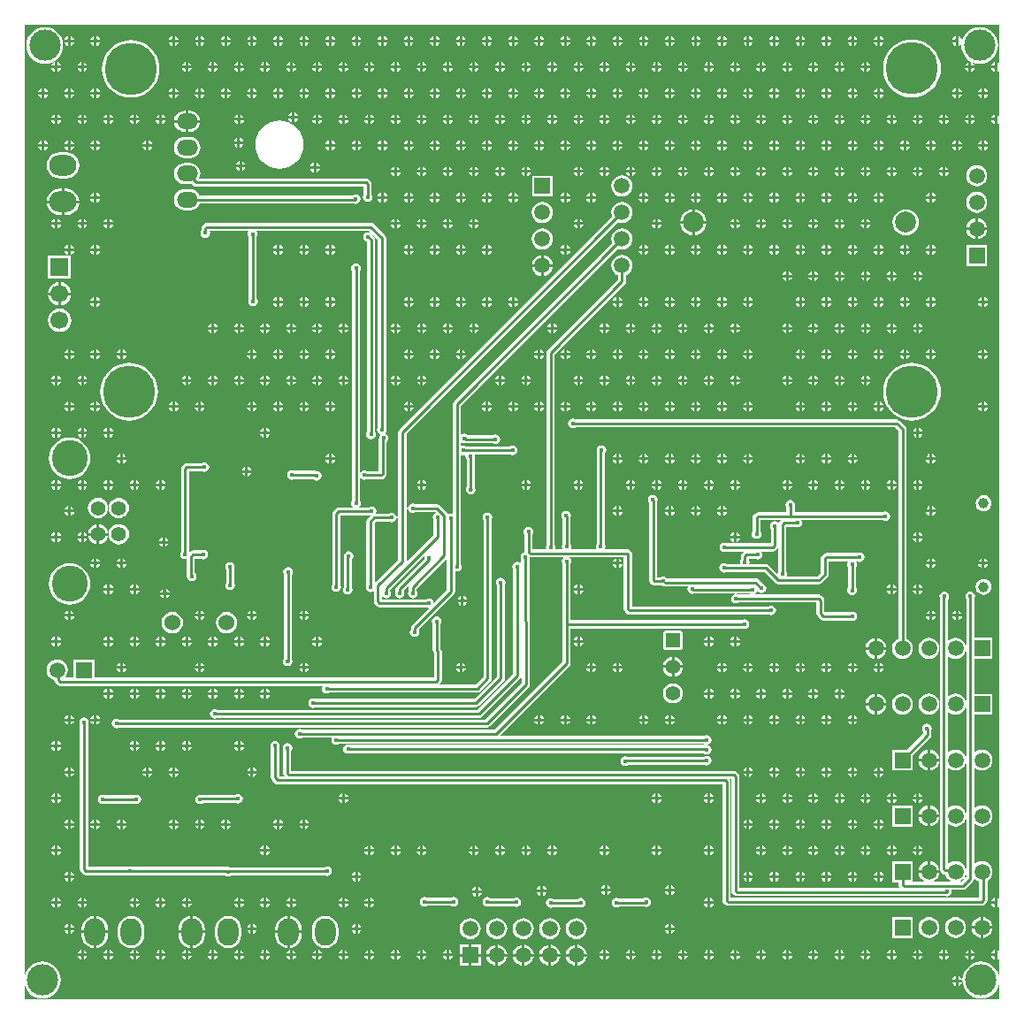
<source format=gbr>
%TF.GenerationSoftware,Altium Limited,Altium Designer,20.2.4 (192)*%
G04 Layer_Physical_Order=2*
G04 Layer_Color=16711680*
%FSLAX26Y26*%
%MOIN*%
%TF.SameCoordinates,E583F5DD-14CA-44D8-B3B7-8EACC7EC20E5*%
%TF.FilePolarity,Positive*%
%TF.FileFunction,Copper,L2,Bot,Signal*%
%TF.Part,Single*%
G01*
G75*
%TA.AperFunction,Conductor*%
%ADD10C,0.010000*%
%TA.AperFunction,ComponentPad*%
%ADD34C,0.059055*%
%ADD35R,0.059055X0.059055*%
%ADD36C,0.135827*%
%ADD37C,0.055906*%
%ADD38C,0.060000*%
%ADD39R,0.059055X0.059055*%
%ADD40O,0.078740X0.102362*%
%ADD41O,0.078740X0.059055*%
%ADD42C,0.196850*%
%ADD43C,0.066929*%
%ADD44R,0.066929X0.066929*%
%ADD45O,0.102362X0.078740*%
%ADD46C,0.039370*%
G04:AMPARAMS|DCode=47|XSize=55.118mil|YSize=55.118mil|CornerRadius=1.929mil|HoleSize=0mil|Usage=FLASHONLY|Rotation=0.000|XOffset=0mil|YOffset=0mil|HoleType=Round|Shape=RoundedRectangle|*
%AMROUNDEDRECTD47*
21,1,0.055118,0.051260,0,0,0.0*
21,1,0.051260,0.055118,0,0,0.0*
1,1,0.003858,0.025630,-0.025630*
1,1,0.003858,-0.025630,-0.025630*
1,1,0.003858,-0.025630,0.025630*
1,1,0.003858,0.025630,0.025630*
%
%ADD47ROUNDEDRECTD47*%
%ADD48C,0.055118*%
%ADD49C,0.078740*%
%TA.AperFunction,ViaPad*%
%ADD50C,0.118110*%
%ADD51C,0.015748*%
%ADD52C,0.017716*%
G36*
X3687797Y3541821D02*
X3682555Y3545323D01*
X3680197Y3545792D01*
Y3527559D01*
Y3509326D01*
X3682555Y3509795D01*
X3687797Y3513298D01*
Y3344970D01*
X3682555Y3348473D01*
X3680197Y3348942D01*
Y3330709D01*
Y3312476D01*
X3682555Y3312945D01*
X3687797Y3316447D01*
Y392214D01*
X3682555Y395717D01*
X3680197Y396186D01*
Y377953D01*
Y359720D01*
X3682555Y360189D01*
X3687797Y363691D01*
Y195364D01*
X3682555Y198867D01*
X3680197Y199335D01*
Y181102D01*
Y162869D01*
X3682555Y163338D01*
X3687797Y166841D01*
Y12203D01*
X12203D01*
Y71609D01*
X15893Y59446D01*
X22305Y47449D01*
X30934Y36934D01*
X41449Y28305D01*
X53446Y21893D01*
X66463Y17944D01*
X80000Y16611D01*
X93537Y17944D01*
X106554Y21893D01*
X118551Y28305D01*
X129066Y36934D01*
X137695Y47449D01*
X144107Y59446D01*
X148056Y72463D01*
X149389Y86000D01*
X148056Y99537D01*
X144107Y112554D01*
X137695Y124551D01*
X129066Y135066D01*
X118551Y143695D01*
X106554Y150107D01*
X93537Y154056D01*
X80000Y155389D01*
X66463Y154056D01*
X53446Y150107D01*
X41449Y143695D01*
X30934Y135066D01*
X22305Y124551D01*
X15893Y112554D01*
X12203Y100391D01*
Y3687797D01*
X3687797D01*
Y3541821D01*
D02*
G37*
%LPC*%
G36*
X3522559Y3644218D02*
X3520201Y3643749D01*
X3513963Y3639580D01*
X3509795Y3633343D01*
X3509326Y3630984D01*
X3522559D01*
Y3644218D01*
D02*
G37*
G36*
X3237284D02*
Y3630984D01*
X3250517D01*
X3250048Y3633343D01*
X3245880Y3639580D01*
X3239642Y3643749D01*
X3237284Y3644218D01*
D02*
G37*
G36*
X3227284D02*
X3224925Y3643749D01*
X3218688Y3639580D01*
X3214519Y3633343D01*
X3214050Y3630984D01*
X3227284D01*
Y3644218D01*
D02*
G37*
G36*
X3138858D02*
Y3630984D01*
X3152091D01*
X3151622Y3633343D01*
X3147454Y3639580D01*
X3141216Y3643749D01*
X3138858Y3644218D01*
D02*
G37*
G36*
X3128858D02*
X3126500Y3643749D01*
X3120262Y3639580D01*
X3116094Y3633343D01*
X3115625Y3630984D01*
X3128858D01*
Y3644218D01*
D02*
G37*
G36*
X3040433D02*
Y3630984D01*
X3053666D01*
X3053197Y3633343D01*
X3049029Y3639580D01*
X3042791Y3643749D01*
X3040433Y3644218D01*
D02*
G37*
G36*
X3030433D02*
X3028075Y3643749D01*
X3021837Y3639580D01*
X3017669Y3633343D01*
X3017200Y3630984D01*
X3030433D01*
Y3644218D01*
D02*
G37*
G36*
X2942008D02*
Y3630984D01*
X2955241D01*
X2954772Y3633343D01*
X2950604Y3639580D01*
X2944366Y3643749D01*
X2942008Y3644218D01*
D02*
G37*
G36*
X2932008D02*
X2929650Y3643749D01*
X2923412Y3639580D01*
X2919244Y3633343D01*
X2918775Y3630984D01*
X2932008D01*
Y3644218D01*
D02*
G37*
G36*
X2843583D02*
Y3630984D01*
X2856816D01*
X2856347Y3633343D01*
X2852179Y3639580D01*
X2845941Y3643749D01*
X2843583Y3644218D01*
D02*
G37*
G36*
X2833583D02*
X2831225Y3643749D01*
X2824987Y3639580D01*
X2820819Y3633343D01*
X2820350Y3630984D01*
X2833583D01*
Y3644218D01*
D02*
G37*
G36*
X2745158D02*
Y3630984D01*
X2758391D01*
X2757922Y3633343D01*
X2753754Y3639580D01*
X2747516Y3643749D01*
X2745158Y3644218D01*
D02*
G37*
G36*
X2735158D02*
X2732800Y3643749D01*
X2726562Y3639580D01*
X2722394Y3633343D01*
X2721925Y3630984D01*
X2735158D01*
Y3644218D01*
D02*
G37*
G36*
X2646732D02*
Y3630984D01*
X2659965D01*
X2659497Y3633343D01*
X2655328Y3639580D01*
X2649090Y3643749D01*
X2646732Y3644218D01*
D02*
G37*
G36*
X2636732D02*
X2634374Y3643749D01*
X2628136Y3639580D01*
X2623968Y3633343D01*
X2623499Y3630984D01*
X2636732D01*
Y3644218D01*
D02*
G37*
G36*
X2548307D02*
Y3630984D01*
X2561540D01*
X2561071Y3633343D01*
X2556903Y3639580D01*
X2550665Y3643749D01*
X2548307Y3644218D01*
D02*
G37*
G36*
X2538307D02*
X2535949Y3643749D01*
X2529711Y3639580D01*
X2525543Y3633343D01*
X2525074Y3630984D01*
X2538307D01*
Y3644218D01*
D02*
G37*
G36*
X2449882D02*
Y3630984D01*
X2463115D01*
X2462646Y3633343D01*
X2458478Y3639580D01*
X2452240Y3643749D01*
X2449882Y3644218D01*
D02*
G37*
G36*
X2439882D02*
X2437524Y3643749D01*
X2431286Y3639580D01*
X2427118Y3633343D01*
X2426649Y3630984D01*
X2439882D01*
Y3644218D01*
D02*
G37*
G36*
X2351457D02*
Y3630984D01*
X2364690D01*
X2364221Y3633343D01*
X2360053Y3639580D01*
X2353815Y3643749D01*
X2351457Y3644218D01*
D02*
G37*
G36*
X2341457D02*
X2339099Y3643749D01*
X2332861Y3639580D01*
X2328693Y3633343D01*
X2328224Y3630984D01*
X2341457D01*
Y3644218D01*
D02*
G37*
G36*
X2253032D02*
Y3630984D01*
X2266265D01*
X2265796Y3633343D01*
X2261628Y3639580D01*
X2255390Y3643749D01*
X2253032Y3644218D01*
D02*
G37*
G36*
X2243032D02*
X2240673Y3643749D01*
X2234436Y3639580D01*
X2230267Y3633343D01*
X2229798Y3630984D01*
X2243032D01*
Y3644218D01*
D02*
G37*
G36*
X2154606D02*
Y3630984D01*
X2167840D01*
X2167370Y3633343D01*
X2163202Y3639580D01*
X2156965Y3643749D01*
X2154606Y3644218D01*
D02*
G37*
G36*
X2144606D02*
X2142248Y3643749D01*
X2136010Y3639580D01*
X2131842Y3633343D01*
X2131373Y3630984D01*
X2144606D01*
Y3644218D01*
D02*
G37*
G36*
X2056181D02*
Y3630984D01*
X2069414D01*
X2068945Y3633343D01*
X2064777Y3639580D01*
X2058539Y3643749D01*
X2056181Y3644218D01*
D02*
G37*
G36*
X2046181D02*
X2043823Y3643749D01*
X2037585Y3639580D01*
X2033417Y3633343D01*
X2032948Y3630984D01*
X2046181D01*
Y3644218D01*
D02*
G37*
G36*
X1957756D02*
Y3630984D01*
X1970989D01*
X1970520Y3633343D01*
X1966352Y3639580D01*
X1960114Y3643749D01*
X1957756Y3644218D01*
D02*
G37*
G36*
X1947756D02*
X1945398Y3643749D01*
X1939160Y3639580D01*
X1934992Y3633343D01*
X1934523Y3630984D01*
X1947756D01*
Y3644218D01*
D02*
G37*
G36*
X1859331D02*
Y3630984D01*
X1872564D01*
X1872095Y3633343D01*
X1867927Y3639580D01*
X1861689Y3643749D01*
X1859331Y3644218D01*
D02*
G37*
G36*
X1849331D02*
X1846973Y3643749D01*
X1840735Y3639580D01*
X1836567Y3633343D01*
X1836098Y3630984D01*
X1849331D01*
Y3644218D01*
D02*
G37*
G36*
X1760906D02*
Y3630984D01*
X1774139D01*
X1773670Y3633343D01*
X1769502Y3639580D01*
X1763264Y3643749D01*
X1760906Y3644218D01*
D02*
G37*
G36*
X1750906D02*
X1748547Y3643749D01*
X1742310Y3639580D01*
X1738141Y3633343D01*
X1737672Y3630984D01*
X1750906D01*
Y3644218D01*
D02*
G37*
G36*
X1662480D02*
Y3630984D01*
X1675714D01*
X1675245Y3633343D01*
X1671076Y3639580D01*
X1664839Y3643749D01*
X1662480Y3644218D01*
D02*
G37*
G36*
X1652480D02*
X1650122Y3643749D01*
X1643884Y3639580D01*
X1639716Y3633343D01*
X1639247Y3630984D01*
X1652480D01*
Y3644218D01*
D02*
G37*
G36*
X1564055D02*
Y3630984D01*
X1577288D01*
X1576819Y3633343D01*
X1572651Y3639580D01*
X1566413Y3643749D01*
X1564055Y3644218D01*
D02*
G37*
G36*
X1554055D02*
X1551697Y3643749D01*
X1545459Y3639580D01*
X1541291Y3633343D01*
X1540822Y3630984D01*
X1554055D01*
Y3644218D01*
D02*
G37*
G36*
X1465630D02*
Y3630984D01*
X1478863D01*
X1478394Y3633343D01*
X1474226Y3639580D01*
X1467988Y3643749D01*
X1465630Y3644218D01*
D02*
G37*
G36*
X1455630D02*
X1453272Y3643749D01*
X1447034Y3639580D01*
X1442866Y3633343D01*
X1442397Y3630984D01*
X1455630D01*
Y3644218D01*
D02*
G37*
G36*
X1367205D02*
Y3630984D01*
X1380438D01*
X1379969Y3633343D01*
X1375801Y3639580D01*
X1369563Y3643749D01*
X1367205Y3644218D01*
D02*
G37*
G36*
X1357205D02*
X1354847Y3643749D01*
X1348609Y3639580D01*
X1344441Y3633343D01*
X1343972Y3630984D01*
X1357205D01*
Y3644218D01*
D02*
G37*
G36*
X1268780D02*
Y3630984D01*
X1282013D01*
X1281544Y3633343D01*
X1277376Y3639580D01*
X1271138Y3643749D01*
X1268780Y3644218D01*
D02*
G37*
G36*
X1258780D02*
X1256421Y3643749D01*
X1250184Y3639580D01*
X1246015Y3633343D01*
X1245546Y3630984D01*
X1258780D01*
Y3644218D01*
D02*
G37*
G36*
X1170354D02*
Y3630984D01*
X1183588D01*
X1183119Y3633343D01*
X1178950Y3639580D01*
X1172713Y3643749D01*
X1170354Y3644218D01*
D02*
G37*
G36*
X1160354D02*
X1157996Y3643749D01*
X1151758Y3639580D01*
X1147590Y3633343D01*
X1147121Y3630984D01*
X1160354D01*
Y3644218D01*
D02*
G37*
G36*
X1071929D02*
Y3630984D01*
X1085162D01*
X1084693Y3633343D01*
X1080525Y3639580D01*
X1074287Y3643749D01*
X1071929Y3644218D01*
D02*
G37*
G36*
X1061929D02*
X1059571Y3643749D01*
X1053333Y3639580D01*
X1049165Y3633343D01*
X1048696Y3630984D01*
X1061929D01*
Y3644218D01*
D02*
G37*
G36*
X973504D02*
Y3630984D01*
X986737D01*
X986268Y3633343D01*
X982100Y3639580D01*
X975862Y3643749D01*
X973504Y3644218D01*
D02*
G37*
G36*
X963504D02*
X961146Y3643749D01*
X954908Y3639580D01*
X950740Y3633343D01*
X950271Y3630984D01*
X963504D01*
Y3644218D01*
D02*
G37*
G36*
X875079D02*
Y3630984D01*
X888312D01*
X887843Y3633343D01*
X883675Y3639580D01*
X877437Y3643749D01*
X875079Y3644218D01*
D02*
G37*
G36*
X865079D02*
X862721Y3643749D01*
X856483Y3639580D01*
X852315Y3633343D01*
X851846Y3630984D01*
X865079D01*
Y3644218D01*
D02*
G37*
G36*
X776654D02*
Y3630984D01*
X789887D01*
X789418Y3633343D01*
X785250Y3639580D01*
X779012Y3643749D01*
X776654Y3644218D01*
D02*
G37*
G36*
X766654D02*
X764295Y3643749D01*
X758058Y3639580D01*
X753889Y3633343D01*
X753420Y3630984D01*
X766654D01*
Y3644218D01*
D02*
G37*
G36*
X678228D02*
Y3630984D01*
X691462D01*
X690992Y3633343D01*
X686824Y3639580D01*
X680587Y3643749D01*
X678228Y3644218D01*
D02*
G37*
G36*
X668228D02*
X665870Y3643749D01*
X659632Y3639580D01*
X655464Y3633343D01*
X654995Y3630984D01*
X668228D01*
Y3644218D01*
D02*
G37*
G36*
X579803D02*
Y3630984D01*
X593036D01*
X592567Y3633343D01*
X588399Y3639580D01*
X582161Y3643749D01*
X579803Y3644218D01*
D02*
G37*
G36*
X569803D02*
X567445Y3643749D01*
X561207Y3639580D01*
X557039Y3633343D01*
X556570Y3630984D01*
X569803D01*
Y3644218D01*
D02*
G37*
G36*
X284528D02*
Y3630984D01*
X297761D01*
X297292Y3633343D01*
X293124Y3639580D01*
X286886Y3643749D01*
X284528Y3644218D01*
D02*
G37*
G36*
X274528D02*
X272170Y3643749D01*
X265932Y3639580D01*
X261764Y3633343D01*
X261295Y3630984D01*
X274528D01*
Y3644218D01*
D02*
G37*
G36*
X186102D02*
Y3630984D01*
X199335D01*
X198867Y3633343D01*
X194698Y3639580D01*
X188460Y3643749D01*
X186102Y3644218D01*
D02*
G37*
G36*
X176102D02*
X173744Y3643749D01*
X167506Y3639580D01*
X163338Y3633343D01*
X162869Y3630984D01*
X176102D01*
Y3644218D01*
D02*
G37*
G36*
X3613000Y3678389D02*
X3599463Y3677056D01*
X3586446Y3673107D01*
X3574449Y3666695D01*
X3563934Y3658066D01*
X3555305Y3647551D01*
X3548893Y3635554D01*
X3546471Y3627572D01*
X3545323Y3633343D01*
X3541155Y3639580D01*
X3534917Y3643749D01*
X3532559Y3644218D01*
Y3625984D01*
Y3607751D01*
X3534917Y3608220D01*
X3541155Y3612388D01*
X3544427Y3617285D01*
X3543611Y3609000D01*
X3544944Y3595463D01*
X3548893Y3582446D01*
X3555305Y3570449D01*
X3563934Y3559934D01*
X3574449Y3551305D01*
X3586446Y3544893D01*
X3599463Y3540944D01*
X3613000Y3539611D01*
X3626537Y3540944D01*
X3639554Y3544893D01*
X3651551Y3551305D01*
X3662066Y3559934D01*
X3670695Y3570449D01*
X3677107Y3582446D01*
X3681056Y3595463D01*
X3682389Y3609000D01*
X3681056Y3622537D01*
X3677107Y3635554D01*
X3670695Y3647551D01*
X3662066Y3658066D01*
X3651551Y3666695D01*
X3639554Y3673107D01*
X3626537Y3677056D01*
X3613000Y3678389D01*
D02*
G37*
G36*
X3522559Y3620984D02*
X3509326D01*
X3509795Y3618626D01*
X3513963Y3612388D01*
X3520201Y3608220D01*
X3522559Y3607751D01*
Y3620984D01*
D02*
G37*
G36*
X3250517D02*
X3237284D01*
Y3607751D01*
X3239642Y3608220D01*
X3245880Y3612388D01*
X3250048Y3618626D01*
X3250517Y3620984D01*
D02*
G37*
G36*
X3227284D02*
X3214050D01*
X3214519Y3618626D01*
X3218688Y3612388D01*
X3224925Y3608220D01*
X3227284Y3607751D01*
Y3620984D01*
D02*
G37*
G36*
X3152091D02*
X3138858D01*
Y3607751D01*
X3141216Y3608220D01*
X3147454Y3612388D01*
X3151622Y3618626D01*
X3152091Y3620984D01*
D02*
G37*
G36*
X3128858D02*
X3115625D01*
X3116094Y3618626D01*
X3120262Y3612388D01*
X3126500Y3608220D01*
X3128858Y3607751D01*
Y3620984D01*
D02*
G37*
G36*
X3053666D02*
X3040433D01*
Y3607751D01*
X3042791Y3608220D01*
X3049029Y3612388D01*
X3053197Y3618626D01*
X3053666Y3620984D01*
D02*
G37*
G36*
X3030433D02*
X3017200D01*
X3017669Y3618626D01*
X3021837Y3612388D01*
X3028075Y3608220D01*
X3030433Y3607751D01*
Y3620984D01*
D02*
G37*
G36*
X2955241D02*
X2942008D01*
Y3607751D01*
X2944366Y3608220D01*
X2950604Y3612388D01*
X2954772Y3618626D01*
X2955241Y3620984D01*
D02*
G37*
G36*
X2932008D02*
X2918775D01*
X2919244Y3618626D01*
X2923412Y3612388D01*
X2929650Y3608220D01*
X2932008Y3607751D01*
Y3620984D01*
D02*
G37*
G36*
X2856816D02*
X2843583D01*
Y3607751D01*
X2845941Y3608220D01*
X2852179Y3612388D01*
X2856347Y3618626D01*
X2856816Y3620984D01*
D02*
G37*
G36*
X2833583D02*
X2820350D01*
X2820819Y3618626D01*
X2824987Y3612388D01*
X2831225Y3608220D01*
X2833583Y3607751D01*
Y3620984D01*
D02*
G37*
G36*
X2758391D02*
X2745158D01*
Y3607751D01*
X2747516Y3608220D01*
X2753754Y3612388D01*
X2757922Y3618626D01*
X2758391Y3620984D01*
D02*
G37*
G36*
X2735158D02*
X2721925D01*
X2722394Y3618626D01*
X2726562Y3612388D01*
X2732800Y3608220D01*
X2735158Y3607751D01*
Y3620984D01*
D02*
G37*
G36*
X2659965D02*
X2646732D01*
Y3607751D01*
X2649090Y3608220D01*
X2655328Y3612388D01*
X2659497Y3618626D01*
X2659965Y3620984D01*
D02*
G37*
G36*
X2636732D02*
X2623499D01*
X2623968Y3618626D01*
X2628136Y3612388D01*
X2634374Y3608220D01*
X2636732Y3607751D01*
Y3620984D01*
D02*
G37*
G36*
X2561540D02*
X2548307D01*
Y3607751D01*
X2550665Y3608220D01*
X2556903Y3612388D01*
X2561071Y3618626D01*
X2561540Y3620984D01*
D02*
G37*
G36*
X2538307D02*
X2525074D01*
X2525543Y3618626D01*
X2529711Y3612388D01*
X2535949Y3608220D01*
X2538307Y3607751D01*
Y3620984D01*
D02*
G37*
G36*
X2463115D02*
X2449882D01*
Y3607751D01*
X2452240Y3608220D01*
X2458478Y3612388D01*
X2462646Y3618626D01*
X2463115Y3620984D01*
D02*
G37*
G36*
X2439882D02*
X2426649D01*
X2427118Y3618626D01*
X2431286Y3612388D01*
X2437524Y3608220D01*
X2439882Y3607751D01*
Y3620984D01*
D02*
G37*
G36*
X2364690D02*
X2351457D01*
Y3607751D01*
X2353815Y3608220D01*
X2360053Y3612388D01*
X2364221Y3618626D01*
X2364690Y3620984D01*
D02*
G37*
G36*
X2341457D02*
X2328224D01*
X2328693Y3618626D01*
X2332861Y3612388D01*
X2339099Y3608220D01*
X2341457Y3607751D01*
Y3620984D01*
D02*
G37*
G36*
X2266265D02*
X2253032D01*
Y3607751D01*
X2255390Y3608220D01*
X2261628Y3612388D01*
X2265796Y3618626D01*
X2266265Y3620984D01*
D02*
G37*
G36*
X2243032D02*
X2229798D01*
X2230267Y3618626D01*
X2234436Y3612388D01*
X2240673Y3608220D01*
X2243032Y3607751D01*
Y3620984D01*
D02*
G37*
G36*
X2167840D02*
X2154606D01*
Y3607751D01*
X2156965Y3608220D01*
X2163202Y3612388D01*
X2167370Y3618626D01*
X2167840Y3620984D01*
D02*
G37*
G36*
X2144606D02*
X2131373D01*
X2131842Y3618626D01*
X2136010Y3612388D01*
X2142248Y3608220D01*
X2144606Y3607751D01*
Y3620984D01*
D02*
G37*
G36*
X2069414D02*
X2056181D01*
Y3607751D01*
X2058539Y3608220D01*
X2064777Y3612388D01*
X2068945Y3618626D01*
X2069414Y3620984D01*
D02*
G37*
G36*
X2046181D02*
X2032948D01*
X2033417Y3618626D01*
X2037585Y3612388D01*
X2043823Y3608220D01*
X2046181Y3607751D01*
Y3620984D01*
D02*
G37*
G36*
X1970989D02*
X1957756D01*
Y3607751D01*
X1960114Y3608220D01*
X1966352Y3612388D01*
X1970520Y3618626D01*
X1970989Y3620984D01*
D02*
G37*
G36*
X1947756D02*
X1934523D01*
X1934992Y3618626D01*
X1939160Y3612388D01*
X1945398Y3608220D01*
X1947756Y3607751D01*
Y3620984D01*
D02*
G37*
G36*
X1872564D02*
X1859331D01*
Y3607751D01*
X1861689Y3608220D01*
X1867927Y3612388D01*
X1872095Y3618626D01*
X1872564Y3620984D01*
D02*
G37*
G36*
X1849331D02*
X1836098D01*
X1836567Y3618626D01*
X1840735Y3612388D01*
X1846973Y3608220D01*
X1849331Y3607751D01*
Y3620984D01*
D02*
G37*
G36*
X1774139D02*
X1760906D01*
Y3607751D01*
X1763264Y3608220D01*
X1769502Y3612388D01*
X1773670Y3618626D01*
X1774139Y3620984D01*
D02*
G37*
G36*
X1750906D02*
X1737672D01*
X1738141Y3618626D01*
X1742310Y3612388D01*
X1748547Y3608220D01*
X1750906Y3607751D01*
Y3620984D01*
D02*
G37*
G36*
X1675714D02*
X1662480D01*
Y3607751D01*
X1664839Y3608220D01*
X1671076Y3612388D01*
X1675245Y3618626D01*
X1675714Y3620984D01*
D02*
G37*
G36*
X1652480D02*
X1639247D01*
X1639716Y3618626D01*
X1643884Y3612388D01*
X1650122Y3608220D01*
X1652480Y3607751D01*
Y3620984D01*
D02*
G37*
G36*
X1577288D02*
X1564055D01*
Y3607751D01*
X1566413Y3608220D01*
X1572651Y3612388D01*
X1576819Y3618626D01*
X1577288Y3620984D01*
D02*
G37*
G36*
X1554055D02*
X1540822D01*
X1541291Y3618626D01*
X1545459Y3612388D01*
X1551697Y3608220D01*
X1554055Y3607751D01*
Y3620984D01*
D02*
G37*
G36*
X1478863D02*
X1465630D01*
Y3607751D01*
X1467988Y3608220D01*
X1474226Y3612388D01*
X1478394Y3618626D01*
X1478863Y3620984D01*
D02*
G37*
G36*
X1455630D02*
X1442397D01*
X1442866Y3618626D01*
X1447034Y3612388D01*
X1453272Y3608220D01*
X1455630Y3607751D01*
Y3620984D01*
D02*
G37*
G36*
X1380438D02*
X1367205D01*
Y3607751D01*
X1369563Y3608220D01*
X1375801Y3612388D01*
X1379969Y3618626D01*
X1380438Y3620984D01*
D02*
G37*
G36*
X1357205D02*
X1343972D01*
X1344441Y3618626D01*
X1348609Y3612388D01*
X1354847Y3608220D01*
X1357205Y3607751D01*
Y3620984D01*
D02*
G37*
G36*
X1282013D02*
X1268780D01*
Y3607751D01*
X1271138Y3608220D01*
X1277376Y3612388D01*
X1281544Y3618626D01*
X1282013Y3620984D01*
D02*
G37*
G36*
X1258780D02*
X1245546D01*
X1246015Y3618626D01*
X1250184Y3612388D01*
X1256421Y3608220D01*
X1258780Y3607751D01*
Y3620984D01*
D02*
G37*
G36*
X1183588D02*
X1170354D01*
Y3607751D01*
X1172713Y3608220D01*
X1178950Y3612388D01*
X1183119Y3618626D01*
X1183588Y3620984D01*
D02*
G37*
G36*
X1160354D02*
X1147121D01*
X1147590Y3618626D01*
X1151758Y3612388D01*
X1157996Y3608220D01*
X1160354Y3607751D01*
Y3620984D01*
D02*
G37*
G36*
X1085162D02*
X1071929D01*
Y3607751D01*
X1074287Y3608220D01*
X1080525Y3612388D01*
X1084693Y3618626D01*
X1085162Y3620984D01*
D02*
G37*
G36*
X1061929D02*
X1048696D01*
X1049165Y3618626D01*
X1053333Y3612388D01*
X1059571Y3608220D01*
X1061929Y3607751D01*
Y3620984D01*
D02*
G37*
G36*
X986737D02*
X973504D01*
Y3607751D01*
X975862Y3608220D01*
X982100Y3612388D01*
X986268Y3618626D01*
X986737Y3620984D01*
D02*
G37*
G36*
X963504D02*
X950271D01*
X950740Y3618626D01*
X954908Y3612388D01*
X961146Y3608220D01*
X963504Y3607751D01*
Y3620984D01*
D02*
G37*
G36*
X888312D02*
X875079D01*
Y3607751D01*
X877437Y3608220D01*
X883675Y3612388D01*
X887843Y3618626D01*
X888312Y3620984D01*
D02*
G37*
G36*
X865079D02*
X851846D01*
X852315Y3618626D01*
X856483Y3612388D01*
X862721Y3608220D01*
X865079Y3607751D01*
Y3620984D01*
D02*
G37*
G36*
X789887D02*
X776654D01*
Y3607751D01*
X779012Y3608220D01*
X785250Y3612388D01*
X789418Y3618626D01*
X789887Y3620984D01*
D02*
G37*
G36*
X766654D02*
X753420D01*
X753889Y3618626D01*
X758058Y3612388D01*
X764295Y3608220D01*
X766654Y3607751D01*
Y3620984D01*
D02*
G37*
G36*
X691462D02*
X678228D01*
Y3607751D01*
X680587Y3608220D01*
X686824Y3612388D01*
X690992Y3618626D01*
X691462Y3620984D01*
D02*
G37*
G36*
X668228D02*
X654995D01*
X655464Y3618626D01*
X659632Y3612388D01*
X665870Y3608220D01*
X668228Y3607751D01*
Y3620984D01*
D02*
G37*
G36*
X593036D02*
X579803D01*
Y3607751D01*
X582161Y3608220D01*
X588399Y3612388D01*
X592567Y3618626D01*
X593036Y3620984D01*
D02*
G37*
G36*
X569803D02*
X556570D01*
X557039Y3618626D01*
X561207Y3612388D01*
X567445Y3608220D01*
X569803Y3607751D01*
Y3620984D01*
D02*
G37*
G36*
X297761D02*
X284528D01*
Y3607751D01*
X286886Y3608220D01*
X293124Y3612388D01*
X297292Y3618626D01*
X297761Y3620984D01*
D02*
G37*
G36*
X274528D02*
X261295D01*
X261764Y3618626D01*
X265932Y3612388D01*
X272170Y3608220D01*
X274528Y3607751D01*
Y3620984D01*
D02*
G37*
G36*
X199335D02*
X186102D01*
Y3607751D01*
X188460Y3608220D01*
X194698Y3612388D01*
X198867Y3618626D01*
X199335Y3620984D01*
D02*
G37*
G36*
X176102D02*
X162869D01*
X163338Y3618626D01*
X167506Y3612388D01*
X173744Y3608220D01*
X176102Y3607751D01*
Y3620984D01*
D02*
G37*
G36*
X89000Y3678389D02*
X75463Y3677056D01*
X62446Y3673107D01*
X50449Y3666695D01*
X39934Y3658066D01*
X31305Y3647551D01*
X24893Y3635554D01*
X20944Y3622537D01*
X19611Y3609000D01*
X20944Y3595463D01*
X24893Y3582446D01*
X31305Y3570449D01*
X39934Y3559934D01*
X50449Y3551305D01*
X62446Y3544893D01*
X75463Y3540944D01*
X89000Y3539611D01*
X102537Y3540944D01*
X115554Y3544893D01*
X127551Y3551305D01*
X138066Y3559934D01*
X146695Y3570449D01*
X153107Y3582446D01*
X157056Y3595463D01*
X158389Y3609000D01*
X157056Y3622537D01*
X153107Y3635554D01*
X146695Y3647551D01*
X138066Y3658066D01*
X127551Y3666695D01*
X115554Y3673107D01*
X102537Y3677056D01*
X89000Y3678389D01*
D02*
G37*
G36*
X3670197Y3545792D02*
X3667839Y3545323D01*
X3661601Y3541155D01*
X3657433Y3534917D01*
X3656964Y3532559D01*
X3670197D01*
Y3545792D01*
D02*
G37*
G36*
X3581772D02*
Y3532559D01*
X3595005D01*
X3594536Y3534917D01*
X3590368Y3541155D01*
X3584130Y3545323D01*
X3581772Y3545792D01*
D02*
G37*
G36*
X3571772D02*
X3569414Y3545323D01*
X3563176Y3541155D01*
X3559008Y3534917D01*
X3558539Y3532559D01*
X3571772D01*
Y3545792D01*
D02*
G37*
G36*
X3188071D02*
Y3532559D01*
X3201304D01*
X3200835Y3534917D01*
X3196667Y3541155D01*
X3190429Y3545323D01*
X3188071Y3545792D01*
D02*
G37*
G36*
X3178071D02*
X3175713Y3545323D01*
X3169475Y3541155D01*
X3165307Y3534917D01*
X3164838Y3532559D01*
X3178071D01*
Y3545792D01*
D02*
G37*
G36*
X3089646D02*
Y3532559D01*
X3102879D01*
X3102410Y3534917D01*
X3098242Y3541155D01*
X3092004Y3545323D01*
X3089646Y3545792D01*
D02*
G37*
G36*
X3079646D02*
X3077288Y3545323D01*
X3071050Y3541155D01*
X3066882Y3534917D01*
X3066413Y3532559D01*
X3079646D01*
Y3545792D01*
D02*
G37*
G36*
X2991221D02*
Y3532559D01*
X3004454D01*
X3003985Y3534917D01*
X2999817Y3541155D01*
X2993579Y3545323D01*
X2991221Y3545792D01*
D02*
G37*
G36*
X2981221D02*
X2978863Y3545323D01*
X2972625Y3541155D01*
X2968456Y3534917D01*
X2967988Y3532559D01*
X2981221D01*
Y3545792D01*
D02*
G37*
G36*
X2892795D02*
Y3532559D01*
X2906028D01*
X2905559Y3534917D01*
X2901391Y3541155D01*
X2895153Y3545323D01*
X2892795Y3545792D01*
D02*
G37*
G36*
X2882795D02*
X2880437Y3545323D01*
X2874199Y3541155D01*
X2870031Y3534917D01*
X2869562Y3532559D01*
X2882795D01*
Y3545792D01*
D02*
G37*
G36*
X2794370D02*
Y3532559D01*
X2807603D01*
X2807134Y3534917D01*
X2802966Y3541155D01*
X2796728Y3545323D01*
X2794370Y3545792D01*
D02*
G37*
G36*
X2784370D02*
X2782012Y3545323D01*
X2775774Y3541155D01*
X2771606Y3534917D01*
X2771137Y3532559D01*
X2784370D01*
Y3545792D01*
D02*
G37*
G36*
X2695945D02*
Y3532559D01*
X2709178D01*
X2708709Y3534917D01*
X2704541Y3541155D01*
X2698303Y3545323D01*
X2695945Y3545792D01*
D02*
G37*
G36*
X2685945D02*
X2683587Y3545323D01*
X2677349Y3541155D01*
X2673181Y3534917D01*
X2672712Y3532559D01*
X2685945D01*
Y3545792D01*
D02*
G37*
G36*
X2597520D02*
Y3532559D01*
X2610753D01*
X2610284Y3534917D01*
X2606116Y3541155D01*
X2599878Y3545323D01*
X2597520Y3545792D01*
D02*
G37*
G36*
X2587520D02*
X2585162Y3545323D01*
X2578924Y3541155D01*
X2574756Y3534917D01*
X2574287Y3532559D01*
X2587520D01*
Y3545792D01*
D02*
G37*
G36*
X2499095D02*
Y3532559D01*
X2512328D01*
X2511859Y3534917D01*
X2507691Y3541155D01*
X2501453Y3545323D01*
X2499095Y3545792D01*
D02*
G37*
G36*
X2489095D02*
X2486736Y3545323D01*
X2480499Y3541155D01*
X2476331Y3534917D01*
X2475861Y3532559D01*
X2489095D01*
Y3545792D01*
D02*
G37*
G36*
X2400669D02*
Y3532559D01*
X2413903D01*
X2413434Y3534917D01*
X2409265Y3541155D01*
X2403028Y3545323D01*
X2400669Y3545792D01*
D02*
G37*
G36*
X2390669D02*
X2388311Y3545323D01*
X2382073Y3541155D01*
X2377905Y3534917D01*
X2377436Y3532559D01*
X2390669D01*
Y3545792D01*
D02*
G37*
G36*
X2302244D02*
Y3532559D01*
X2315477D01*
X2315008Y3534917D01*
X2310840Y3541155D01*
X2304602Y3545323D01*
X2302244Y3545792D01*
D02*
G37*
G36*
X2292244D02*
X2289886Y3545323D01*
X2283648Y3541155D01*
X2279480Y3534917D01*
X2279011Y3532559D01*
X2292244D01*
Y3545792D01*
D02*
G37*
G36*
X2203819D02*
Y3532559D01*
X2217052D01*
X2216583Y3534917D01*
X2212415Y3541155D01*
X2206177Y3545323D01*
X2203819Y3545792D01*
D02*
G37*
G36*
X2193819D02*
X2191461Y3545323D01*
X2185223Y3541155D01*
X2181055Y3534917D01*
X2180586Y3532559D01*
X2193819D01*
Y3545792D01*
D02*
G37*
G36*
X2105394D02*
Y3532559D01*
X2118627D01*
X2118158Y3534917D01*
X2113990Y3541155D01*
X2107752Y3545323D01*
X2105394Y3545792D01*
D02*
G37*
G36*
X2095394D02*
X2093036Y3545323D01*
X2086798Y3541155D01*
X2082630Y3534917D01*
X2082161Y3532559D01*
X2095394D01*
Y3545792D01*
D02*
G37*
G36*
X2006969D02*
Y3532559D01*
X2020202D01*
X2019733Y3534917D01*
X2015565Y3541155D01*
X2009327Y3545323D01*
X2006969Y3545792D01*
D02*
G37*
G36*
X1996969D02*
X1994611Y3545323D01*
X1988373Y3541155D01*
X1984205Y3534917D01*
X1983736Y3532559D01*
X1996969D01*
Y3545792D01*
D02*
G37*
G36*
X1908543D02*
Y3532559D01*
X1921776D01*
X1921307Y3534917D01*
X1917139Y3541155D01*
X1910901Y3545323D01*
X1908543Y3545792D01*
D02*
G37*
G36*
X1898543D02*
X1896185Y3545323D01*
X1889947Y3541155D01*
X1885779Y3534917D01*
X1885310Y3532559D01*
X1898543D01*
Y3545792D01*
D02*
G37*
G36*
X1810118D02*
Y3532559D01*
X1823351D01*
X1822882Y3534917D01*
X1818714Y3541155D01*
X1812476Y3545323D01*
X1810118Y3545792D01*
D02*
G37*
G36*
X1800118D02*
X1797760Y3545323D01*
X1791522Y3541155D01*
X1787354Y3534917D01*
X1786885Y3532559D01*
X1800118D01*
Y3545792D01*
D02*
G37*
G36*
X1711693D02*
Y3532559D01*
X1724926D01*
X1724457Y3534917D01*
X1720289Y3541155D01*
X1714051Y3545323D01*
X1711693Y3545792D01*
D02*
G37*
G36*
X1701693D02*
X1699335Y3545323D01*
X1693097Y3541155D01*
X1688929Y3534917D01*
X1688460Y3532559D01*
X1701693D01*
Y3545792D01*
D02*
G37*
G36*
X1613268D02*
Y3532559D01*
X1626501D01*
X1626032Y3534917D01*
X1621864Y3541155D01*
X1615626Y3545323D01*
X1613268Y3545792D01*
D02*
G37*
G36*
X1603268D02*
X1600910Y3545323D01*
X1594672Y3541155D01*
X1590504Y3534917D01*
X1590035Y3532559D01*
X1603268D01*
Y3545792D01*
D02*
G37*
G36*
X1514843D02*
Y3532559D01*
X1528076D01*
X1527607Y3534917D01*
X1523439Y3541155D01*
X1517201Y3545323D01*
X1514843Y3545792D01*
D02*
G37*
G36*
X1504843D02*
X1502485Y3545323D01*
X1496247Y3541155D01*
X1492079Y3534917D01*
X1491610Y3532559D01*
X1504843D01*
Y3545792D01*
D02*
G37*
G36*
X1416417D02*
Y3532559D01*
X1429650D01*
X1429181Y3534917D01*
X1425013Y3541155D01*
X1418775Y3545323D01*
X1416417Y3545792D01*
D02*
G37*
G36*
X1406417D02*
X1404059Y3545323D01*
X1397821Y3541155D01*
X1393653Y3534917D01*
X1393184Y3532559D01*
X1406417D01*
Y3545792D01*
D02*
G37*
G36*
X1317992D02*
Y3532559D01*
X1331225D01*
X1330756Y3534917D01*
X1326588Y3541155D01*
X1320350Y3545323D01*
X1317992Y3545792D01*
D02*
G37*
G36*
X1307992D02*
X1305634Y3545323D01*
X1299396Y3541155D01*
X1295228Y3534917D01*
X1294759Y3532559D01*
X1307992D01*
Y3545792D01*
D02*
G37*
G36*
X1219567D02*
Y3532559D01*
X1232800D01*
X1232331Y3534917D01*
X1228163Y3541155D01*
X1221925Y3545323D01*
X1219567Y3545792D01*
D02*
G37*
G36*
X1209567D02*
X1207209Y3545323D01*
X1200971Y3541155D01*
X1196803Y3534917D01*
X1196334Y3532559D01*
X1209567D01*
Y3545792D01*
D02*
G37*
G36*
X1121142D02*
Y3532559D01*
X1134375D01*
X1133906Y3534917D01*
X1129738Y3541155D01*
X1123500Y3545323D01*
X1121142Y3545792D01*
D02*
G37*
G36*
X1111142D02*
X1108784Y3545323D01*
X1102546Y3541155D01*
X1098378Y3534917D01*
X1097909Y3532559D01*
X1111142D01*
Y3545792D01*
D02*
G37*
G36*
X1022717D02*
Y3532559D01*
X1035950D01*
X1035481Y3534917D01*
X1031313Y3541155D01*
X1025075Y3545323D01*
X1022717Y3545792D01*
D02*
G37*
G36*
X1012717D02*
X1010359Y3545323D01*
X1004121Y3541155D01*
X999952Y3534917D01*
X999484Y3532559D01*
X1012717D01*
Y3545792D01*
D02*
G37*
G36*
X924291D02*
Y3532559D01*
X937524D01*
X937056Y3534917D01*
X932887Y3541155D01*
X926649Y3545323D01*
X924291Y3545792D01*
D02*
G37*
G36*
X914291D02*
X911933Y3545323D01*
X905695Y3541155D01*
X901527Y3534917D01*
X901058Y3532559D01*
X914291D01*
Y3545792D01*
D02*
G37*
G36*
X825866D02*
Y3532559D01*
X839099D01*
X838630Y3534917D01*
X834462Y3541155D01*
X828224Y3545323D01*
X825866Y3545792D01*
D02*
G37*
G36*
X815866D02*
X813508Y3545323D01*
X807270Y3541155D01*
X803102Y3534917D01*
X802633Y3532559D01*
X815866D01*
Y3545792D01*
D02*
G37*
G36*
X727441D02*
Y3532559D01*
X740674D01*
X740205Y3534917D01*
X736037Y3541155D01*
X729799Y3545323D01*
X727441Y3545792D01*
D02*
G37*
G36*
X717441D02*
X715083Y3545323D01*
X708845Y3541155D01*
X704677Y3534917D01*
X704208Y3532559D01*
X717441D01*
Y3545792D01*
D02*
G37*
G36*
X629016D02*
Y3532559D01*
X642249D01*
X641780Y3534917D01*
X637612Y3541155D01*
X631374Y3545323D01*
X629016Y3545792D01*
D02*
G37*
G36*
X619016D02*
X616658Y3545323D01*
X610420Y3541155D01*
X606252Y3534917D01*
X605783Y3532559D01*
X619016D01*
Y3545792D01*
D02*
G37*
G36*
X235315D02*
Y3532559D01*
X248548D01*
X248079Y3534917D01*
X243911Y3541155D01*
X237673Y3545323D01*
X235315Y3545792D01*
D02*
G37*
G36*
X225315D02*
X222957Y3545323D01*
X216719Y3541155D01*
X212551Y3534917D01*
X212082Y3532559D01*
X225315D01*
Y3545792D01*
D02*
G37*
G36*
X136890D02*
Y3532559D01*
X150123D01*
X149654Y3534917D01*
X145486Y3541155D01*
X139248Y3545323D01*
X136890Y3545792D01*
D02*
G37*
G36*
X126890D02*
X124532Y3545323D01*
X118294Y3541155D01*
X114126Y3534917D01*
X113657Y3532559D01*
X126890D01*
Y3545792D01*
D02*
G37*
G36*
X3670197Y3522559D02*
X3656964D01*
X3657433Y3520201D01*
X3661601Y3513963D01*
X3667839Y3509795D01*
X3670197Y3509326D01*
Y3522559D01*
D02*
G37*
G36*
X3595005D02*
X3581772D01*
Y3509326D01*
X3584130Y3509795D01*
X3590368Y3513963D01*
X3594536Y3520201D01*
X3595005Y3522559D01*
D02*
G37*
G36*
X3571772D02*
X3558539D01*
X3559008Y3520201D01*
X3563176Y3513963D01*
X3569414Y3509795D01*
X3571772Y3509326D01*
Y3522559D01*
D02*
G37*
G36*
X3201304D02*
X3188071D01*
Y3509326D01*
X3190429Y3509795D01*
X3196667Y3513963D01*
X3200835Y3520201D01*
X3201304Y3522559D01*
D02*
G37*
G36*
X3178071D02*
X3164838D01*
X3165307Y3520201D01*
X3169475Y3513963D01*
X3175713Y3509795D01*
X3178071Y3509326D01*
Y3522559D01*
D02*
G37*
G36*
X3102879D02*
X3089646D01*
Y3509326D01*
X3092004Y3509795D01*
X3098242Y3513963D01*
X3102410Y3520201D01*
X3102879Y3522559D01*
D02*
G37*
G36*
X3079646D02*
X3066413D01*
X3066882Y3520201D01*
X3071050Y3513963D01*
X3077288Y3509795D01*
X3079646Y3509326D01*
Y3522559D01*
D02*
G37*
G36*
X3004454D02*
X2991221D01*
Y3509326D01*
X2993579Y3509795D01*
X2999817Y3513963D01*
X3003985Y3520201D01*
X3004454Y3522559D01*
D02*
G37*
G36*
X2981221D02*
X2967988D01*
X2968456Y3520201D01*
X2972625Y3513963D01*
X2978863Y3509795D01*
X2981221Y3509326D01*
Y3522559D01*
D02*
G37*
G36*
X2906028D02*
X2892795D01*
Y3509326D01*
X2895153Y3509795D01*
X2901391Y3513963D01*
X2905559Y3520201D01*
X2906028Y3522559D01*
D02*
G37*
G36*
X2882795D02*
X2869562D01*
X2870031Y3520201D01*
X2874199Y3513963D01*
X2880437Y3509795D01*
X2882795Y3509326D01*
Y3522559D01*
D02*
G37*
G36*
X2807603D02*
X2794370D01*
Y3509326D01*
X2796728Y3509795D01*
X2802966Y3513963D01*
X2807134Y3520201D01*
X2807603Y3522559D01*
D02*
G37*
G36*
X2784370D02*
X2771137D01*
X2771606Y3520201D01*
X2775774Y3513963D01*
X2782012Y3509795D01*
X2784370Y3509326D01*
Y3522559D01*
D02*
G37*
G36*
X2709178D02*
X2695945D01*
Y3509326D01*
X2698303Y3509795D01*
X2704541Y3513963D01*
X2708709Y3520201D01*
X2709178Y3522559D01*
D02*
G37*
G36*
X2685945D02*
X2672712D01*
X2673181Y3520201D01*
X2677349Y3513963D01*
X2683587Y3509795D01*
X2685945Y3509326D01*
Y3522559D01*
D02*
G37*
G36*
X2610753D02*
X2597520D01*
Y3509326D01*
X2599878Y3509795D01*
X2606116Y3513963D01*
X2610284Y3520201D01*
X2610753Y3522559D01*
D02*
G37*
G36*
X2587520D02*
X2574287D01*
X2574756Y3520201D01*
X2578924Y3513963D01*
X2585162Y3509795D01*
X2587520Y3509326D01*
Y3522559D01*
D02*
G37*
G36*
X2512328D02*
X2499095D01*
Y3509326D01*
X2501453Y3509795D01*
X2507691Y3513963D01*
X2511859Y3520201D01*
X2512328Y3522559D01*
D02*
G37*
G36*
X2489095D02*
X2475861D01*
X2476331Y3520201D01*
X2480499Y3513963D01*
X2486736Y3509795D01*
X2489095Y3509326D01*
Y3522559D01*
D02*
G37*
G36*
X2413903D02*
X2400669D01*
Y3509326D01*
X2403028Y3509795D01*
X2409265Y3513963D01*
X2413434Y3520201D01*
X2413903Y3522559D01*
D02*
G37*
G36*
X2390669D02*
X2377436D01*
X2377905Y3520201D01*
X2382073Y3513963D01*
X2388311Y3509795D01*
X2390669Y3509326D01*
Y3522559D01*
D02*
G37*
G36*
X2315477D02*
X2302244D01*
Y3509326D01*
X2304602Y3509795D01*
X2310840Y3513963D01*
X2315008Y3520201D01*
X2315477Y3522559D01*
D02*
G37*
G36*
X2292244D02*
X2279011D01*
X2279480Y3520201D01*
X2283648Y3513963D01*
X2289886Y3509795D01*
X2292244Y3509326D01*
Y3522559D01*
D02*
G37*
G36*
X2217052D02*
X2203819D01*
Y3509326D01*
X2206177Y3509795D01*
X2212415Y3513963D01*
X2216583Y3520201D01*
X2217052Y3522559D01*
D02*
G37*
G36*
X2193819D02*
X2180586D01*
X2181055Y3520201D01*
X2185223Y3513963D01*
X2191461Y3509795D01*
X2193819Y3509326D01*
Y3522559D01*
D02*
G37*
G36*
X2118627D02*
X2105394D01*
Y3509326D01*
X2107752Y3509795D01*
X2113990Y3513963D01*
X2118158Y3520201D01*
X2118627Y3522559D01*
D02*
G37*
G36*
X2095394D02*
X2082161D01*
X2082630Y3520201D01*
X2086798Y3513963D01*
X2093036Y3509795D01*
X2095394Y3509326D01*
Y3522559D01*
D02*
G37*
G36*
X2020202D02*
X2006969D01*
Y3509326D01*
X2009327Y3509795D01*
X2015565Y3513963D01*
X2019733Y3520201D01*
X2020202Y3522559D01*
D02*
G37*
G36*
X1996969D02*
X1983736D01*
X1984205Y3520201D01*
X1988373Y3513963D01*
X1994611Y3509795D01*
X1996969Y3509326D01*
Y3522559D01*
D02*
G37*
G36*
X1921776D02*
X1908543D01*
Y3509326D01*
X1910901Y3509795D01*
X1917139Y3513963D01*
X1921307Y3520201D01*
X1921776Y3522559D01*
D02*
G37*
G36*
X1898543D02*
X1885310D01*
X1885779Y3520201D01*
X1889947Y3513963D01*
X1896185Y3509795D01*
X1898543Y3509326D01*
Y3522559D01*
D02*
G37*
G36*
X1823351D02*
X1810118D01*
Y3509326D01*
X1812476Y3509795D01*
X1818714Y3513963D01*
X1822882Y3520201D01*
X1823351Y3522559D01*
D02*
G37*
G36*
X1800118D02*
X1786885D01*
X1787354Y3520201D01*
X1791522Y3513963D01*
X1797760Y3509795D01*
X1800118Y3509326D01*
Y3522559D01*
D02*
G37*
G36*
X1724926D02*
X1711693D01*
Y3509326D01*
X1714051Y3509795D01*
X1720289Y3513963D01*
X1724457Y3520201D01*
X1724926Y3522559D01*
D02*
G37*
G36*
X1701693D02*
X1688460D01*
X1688929Y3520201D01*
X1693097Y3513963D01*
X1699335Y3509795D01*
X1701693Y3509326D01*
Y3522559D01*
D02*
G37*
G36*
X1626501D02*
X1613268D01*
Y3509326D01*
X1615626Y3509795D01*
X1621864Y3513963D01*
X1626032Y3520201D01*
X1626501Y3522559D01*
D02*
G37*
G36*
X1603268D02*
X1590035D01*
X1590504Y3520201D01*
X1594672Y3513963D01*
X1600910Y3509795D01*
X1603268Y3509326D01*
Y3522559D01*
D02*
G37*
G36*
X1528076D02*
X1514843D01*
Y3509326D01*
X1517201Y3509795D01*
X1523439Y3513963D01*
X1527607Y3520201D01*
X1528076Y3522559D01*
D02*
G37*
G36*
X1504843D02*
X1491610D01*
X1492079Y3520201D01*
X1496247Y3513963D01*
X1502485Y3509795D01*
X1504843Y3509326D01*
Y3522559D01*
D02*
G37*
G36*
X1429650D02*
X1416417D01*
Y3509326D01*
X1418775Y3509795D01*
X1425013Y3513963D01*
X1429181Y3520201D01*
X1429650Y3522559D01*
D02*
G37*
G36*
X1406417D02*
X1393184D01*
X1393653Y3520201D01*
X1397821Y3513963D01*
X1404059Y3509795D01*
X1406417Y3509326D01*
Y3522559D01*
D02*
G37*
G36*
X1331225D02*
X1317992D01*
Y3509326D01*
X1320350Y3509795D01*
X1326588Y3513963D01*
X1330756Y3520201D01*
X1331225Y3522559D01*
D02*
G37*
G36*
X1307992D02*
X1294759D01*
X1295228Y3520201D01*
X1299396Y3513963D01*
X1305634Y3509795D01*
X1307992Y3509326D01*
Y3522559D01*
D02*
G37*
G36*
X1232800D02*
X1219567D01*
Y3509326D01*
X1221925Y3509795D01*
X1228163Y3513963D01*
X1232331Y3520201D01*
X1232800Y3522559D01*
D02*
G37*
G36*
X1209567D02*
X1196334D01*
X1196803Y3520201D01*
X1200971Y3513963D01*
X1207209Y3509795D01*
X1209567Y3509326D01*
Y3522559D01*
D02*
G37*
G36*
X1134375D02*
X1121142D01*
Y3509326D01*
X1123500Y3509795D01*
X1129738Y3513963D01*
X1133906Y3520201D01*
X1134375Y3522559D01*
D02*
G37*
G36*
X1111142D02*
X1097909D01*
X1098378Y3520201D01*
X1102546Y3513963D01*
X1108784Y3509795D01*
X1111142Y3509326D01*
Y3522559D01*
D02*
G37*
G36*
X1035950D02*
X1022717D01*
Y3509326D01*
X1025075Y3509795D01*
X1031313Y3513963D01*
X1035481Y3520201D01*
X1035950Y3522559D01*
D02*
G37*
G36*
X1012717D02*
X999484D01*
X999952Y3520201D01*
X1004121Y3513963D01*
X1010359Y3509795D01*
X1012717Y3509326D01*
Y3522559D01*
D02*
G37*
G36*
X937524D02*
X924291D01*
Y3509326D01*
X926649Y3509795D01*
X932887Y3513963D01*
X937056Y3520201D01*
X937524Y3522559D01*
D02*
G37*
G36*
X914291D02*
X901058D01*
X901527Y3520201D01*
X905695Y3513963D01*
X911933Y3509795D01*
X914291Y3509326D01*
Y3522559D01*
D02*
G37*
G36*
X839099D02*
X825866D01*
Y3509326D01*
X828224Y3509795D01*
X834462Y3513963D01*
X838630Y3520201D01*
X839099Y3522559D01*
D02*
G37*
G36*
X815866D02*
X802633D01*
X803102Y3520201D01*
X807270Y3513963D01*
X813508Y3509795D01*
X815866Y3509326D01*
Y3522559D01*
D02*
G37*
G36*
X740674D02*
X727441D01*
Y3509326D01*
X729799Y3509795D01*
X736037Y3513963D01*
X740205Y3520201D01*
X740674Y3522559D01*
D02*
G37*
G36*
X717441D02*
X704208D01*
X704677Y3520201D01*
X708845Y3513963D01*
X715083Y3509795D01*
X717441Y3509326D01*
Y3522559D01*
D02*
G37*
G36*
X642249D02*
X629016D01*
Y3509326D01*
X631374Y3509795D01*
X637612Y3513963D01*
X641780Y3520201D01*
X642249Y3522559D01*
D02*
G37*
G36*
X619016D02*
X605783D01*
X606252Y3520201D01*
X610420Y3513963D01*
X616658Y3509795D01*
X619016Y3509326D01*
Y3522559D01*
D02*
G37*
G36*
X248548D02*
X235315D01*
Y3509326D01*
X237673Y3509795D01*
X243911Y3513963D01*
X248079Y3520201D01*
X248548Y3522559D01*
D02*
G37*
G36*
X225315D02*
X212082D01*
X212551Y3520201D01*
X216719Y3513963D01*
X222957Y3509795D01*
X225315Y3509326D01*
Y3522559D01*
D02*
G37*
G36*
X150123D02*
X136890D01*
Y3509326D01*
X139248Y3509795D01*
X145486Y3513963D01*
X149654Y3520201D01*
X150123Y3522559D01*
D02*
G37*
G36*
X126890D02*
X113657D01*
X114126Y3520201D01*
X118294Y3513963D01*
X124532Y3509795D01*
X126890Y3509326D01*
Y3522559D01*
D02*
G37*
G36*
X3630984Y3447367D02*
Y3434134D01*
X3644218D01*
X3643749Y3436492D01*
X3639580Y3442730D01*
X3633343Y3446898D01*
X3630984Y3447367D01*
D02*
G37*
G36*
X3620984D02*
X3618626Y3446898D01*
X3612388Y3442730D01*
X3608220Y3436492D01*
X3607751Y3434134D01*
X3620984D01*
Y3447367D01*
D02*
G37*
G36*
X3532559D02*
Y3434134D01*
X3545792D01*
X3545323Y3436492D01*
X3541155Y3442730D01*
X3534917Y3446898D01*
X3532559Y3447367D01*
D02*
G37*
G36*
X3522559D02*
X3520201Y3446898D01*
X3513963Y3442730D01*
X3509795Y3436492D01*
X3509326Y3434134D01*
X3522559D01*
Y3447367D01*
D02*
G37*
G36*
X3237284D02*
Y3434134D01*
X3250517D01*
X3250048Y3436492D01*
X3245880Y3442730D01*
X3239642Y3446898D01*
X3237284Y3447367D01*
D02*
G37*
G36*
X3227284D02*
X3224925Y3446898D01*
X3218688Y3442730D01*
X3214519Y3436492D01*
X3214050Y3434134D01*
X3227284D01*
Y3447367D01*
D02*
G37*
G36*
X3138858D02*
Y3434134D01*
X3152091D01*
X3151622Y3436492D01*
X3147454Y3442730D01*
X3141216Y3446898D01*
X3138858Y3447367D01*
D02*
G37*
G36*
X3128858D02*
X3126500Y3446898D01*
X3120262Y3442730D01*
X3116094Y3436492D01*
X3115625Y3434134D01*
X3128858D01*
Y3447367D01*
D02*
G37*
G36*
X3040433D02*
Y3434134D01*
X3053666D01*
X3053197Y3436492D01*
X3049029Y3442730D01*
X3042791Y3446898D01*
X3040433Y3447367D01*
D02*
G37*
G36*
X3030433D02*
X3028075Y3446898D01*
X3021837Y3442730D01*
X3017669Y3436492D01*
X3017200Y3434134D01*
X3030433D01*
Y3447367D01*
D02*
G37*
G36*
X2942008D02*
Y3434134D01*
X2955241D01*
X2954772Y3436492D01*
X2950604Y3442730D01*
X2944366Y3446898D01*
X2942008Y3447367D01*
D02*
G37*
G36*
X2932008D02*
X2929650Y3446898D01*
X2923412Y3442730D01*
X2919244Y3436492D01*
X2918775Y3434134D01*
X2932008D01*
Y3447367D01*
D02*
G37*
G36*
X2843583D02*
Y3434134D01*
X2856816D01*
X2856347Y3436492D01*
X2852179Y3442730D01*
X2845941Y3446898D01*
X2843583Y3447367D01*
D02*
G37*
G36*
X2833583D02*
X2831225Y3446898D01*
X2824987Y3442730D01*
X2820819Y3436492D01*
X2820350Y3434134D01*
X2833583D01*
Y3447367D01*
D02*
G37*
G36*
X2745158D02*
Y3434134D01*
X2758391D01*
X2757922Y3436492D01*
X2753754Y3442730D01*
X2747516Y3446898D01*
X2745158Y3447367D01*
D02*
G37*
G36*
X2735158D02*
X2732800Y3446898D01*
X2726562Y3442730D01*
X2722394Y3436492D01*
X2721925Y3434134D01*
X2735158D01*
Y3447367D01*
D02*
G37*
G36*
X2646732D02*
Y3434134D01*
X2659965D01*
X2659497Y3436492D01*
X2655328Y3442730D01*
X2649090Y3446898D01*
X2646732Y3447367D01*
D02*
G37*
G36*
X2636732D02*
X2634374Y3446898D01*
X2628136Y3442730D01*
X2623968Y3436492D01*
X2623499Y3434134D01*
X2636732D01*
Y3447367D01*
D02*
G37*
G36*
X2548307D02*
Y3434134D01*
X2561540D01*
X2561071Y3436492D01*
X2556903Y3442730D01*
X2550665Y3446898D01*
X2548307Y3447367D01*
D02*
G37*
G36*
X2538307D02*
X2535949Y3446898D01*
X2529711Y3442730D01*
X2525543Y3436492D01*
X2525074Y3434134D01*
X2538307D01*
Y3447367D01*
D02*
G37*
G36*
X2449882D02*
Y3434134D01*
X2463115D01*
X2462646Y3436492D01*
X2458478Y3442730D01*
X2452240Y3446898D01*
X2449882Y3447367D01*
D02*
G37*
G36*
X2439882D02*
X2437524Y3446898D01*
X2431286Y3442730D01*
X2427118Y3436492D01*
X2426649Y3434134D01*
X2439882D01*
Y3447367D01*
D02*
G37*
G36*
X2351457D02*
Y3434134D01*
X2364690D01*
X2364221Y3436492D01*
X2360053Y3442730D01*
X2353815Y3446898D01*
X2351457Y3447367D01*
D02*
G37*
G36*
X2341457D02*
X2339099Y3446898D01*
X2332861Y3442730D01*
X2328693Y3436492D01*
X2328224Y3434134D01*
X2341457D01*
Y3447367D01*
D02*
G37*
G36*
X2253032D02*
Y3434134D01*
X2266265D01*
X2265796Y3436492D01*
X2261628Y3442730D01*
X2255390Y3446898D01*
X2253032Y3447367D01*
D02*
G37*
G36*
X2243032D02*
X2240673Y3446898D01*
X2234436Y3442730D01*
X2230267Y3436492D01*
X2229798Y3434134D01*
X2243032D01*
Y3447367D01*
D02*
G37*
G36*
X2154606D02*
Y3434134D01*
X2167840D01*
X2167370Y3436492D01*
X2163202Y3442730D01*
X2156965Y3446898D01*
X2154606Y3447367D01*
D02*
G37*
G36*
X2144606D02*
X2142248Y3446898D01*
X2136010Y3442730D01*
X2131842Y3436492D01*
X2131373Y3434134D01*
X2144606D01*
Y3447367D01*
D02*
G37*
G36*
X2056181D02*
Y3434134D01*
X2069414D01*
X2068945Y3436492D01*
X2064777Y3442730D01*
X2058539Y3446898D01*
X2056181Y3447367D01*
D02*
G37*
G36*
X2046181D02*
X2043823Y3446898D01*
X2037585Y3442730D01*
X2033417Y3436492D01*
X2032948Y3434134D01*
X2046181D01*
Y3447367D01*
D02*
G37*
G36*
X1957756D02*
Y3434134D01*
X1970989D01*
X1970520Y3436492D01*
X1966352Y3442730D01*
X1960114Y3446898D01*
X1957756Y3447367D01*
D02*
G37*
G36*
X1947756D02*
X1945398Y3446898D01*
X1939160Y3442730D01*
X1934992Y3436492D01*
X1934523Y3434134D01*
X1947756D01*
Y3447367D01*
D02*
G37*
G36*
X1859331D02*
Y3434134D01*
X1872564D01*
X1872095Y3436492D01*
X1867927Y3442730D01*
X1861689Y3446898D01*
X1859331Y3447367D01*
D02*
G37*
G36*
X1849331D02*
X1846973Y3446898D01*
X1840735Y3442730D01*
X1836567Y3436492D01*
X1836098Y3434134D01*
X1849331D01*
Y3447367D01*
D02*
G37*
G36*
X1760906D02*
Y3434134D01*
X1774139D01*
X1773670Y3436492D01*
X1769502Y3442730D01*
X1763264Y3446898D01*
X1760906Y3447367D01*
D02*
G37*
G36*
X1750906D02*
X1748547Y3446898D01*
X1742310Y3442730D01*
X1738141Y3436492D01*
X1737672Y3434134D01*
X1750906D01*
Y3447367D01*
D02*
G37*
G36*
X1662480D02*
Y3434134D01*
X1675714D01*
X1675245Y3436492D01*
X1671076Y3442730D01*
X1664839Y3446898D01*
X1662480Y3447367D01*
D02*
G37*
G36*
X1652480D02*
X1650122Y3446898D01*
X1643884Y3442730D01*
X1639716Y3436492D01*
X1639247Y3434134D01*
X1652480D01*
Y3447367D01*
D02*
G37*
G36*
X1564055D02*
Y3434134D01*
X1577288D01*
X1576819Y3436492D01*
X1572651Y3442730D01*
X1566413Y3446898D01*
X1564055Y3447367D01*
D02*
G37*
G36*
X1554055D02*
X1551697Y3446898D01*
X1545459Y3442730D01*
X1541291Y3436492D01*
X1540822Y3434134D01*
X1554055D01*
Y3447367D01*
D02*
G37*
G36*
X1465630D02*
Y3434134D01*
X1478863D01*
X1478394Y3436492D01*
X1474226Y3442730D01*
X1467988Y3446898D01*
X1465630Y3447367D01*
D02*
G37*
G36*
X1455630D02*
X1453272Y3446898D01*
X1447034Y3442730D01*
X1442866Y3436492D01*
X1442397Y3434134D01*
X1455630D01*
Y3447367D01*
D02*
G37*
G36*
X1367205D02*
Y3434134D01*
X1380438D01*
X1379969Y3436492D01*
X1375801Y3442730D01*
X1369563Y3446898D01*
X1367205Y3447367D01*
D02*
G37*
G36*
X1357205D02*
X1354847Y3446898D01*
X1348609Y3442730D01*
X1344441Y3436492D01*
X1343972Y3434134D01*
X1357205D01*
Y3447367D01*
D02*
G37*
G36*
X1268780D02*
Y3434134D01*
X1282013D01*
X1281544Y3436492D01*
X1277376Y3442730D01*
X1271138Y3446898D01*
X1268780Y3447367D01*
D02*
G37*
G36*
X1258780D02*
X1256421Y3446898D01*
X1250184Y3442730D01*
X1246015Y3436492D01*
X1245546Y3434134D01*
X1258780D01*
Y3447367D01*
D02*
G37*
G36*
X1170354D02*
Y3434134D01*
X1183588D01*
X1183119Y3436492D01*
X1178950Y3442730D01*
X1172713Y3446898D01*
X1170354Y3447367D01*
D02*
G37*
G36*
X1160354D02*
X1157996Y3446898D01*
X1151758Y3442730D01*
X1147590Y3436492D01*
X1147121Y3434134D01*
X1160354D01*
Y3447367D01*
D02*
G37*
G36*
X1071929D02*
Y3434134D01*
X1085162D01*
X1084693Y3436492D01*
X1080525Y3442730D01*
X1074287Y3446898D01*
X1071929Y3447367D01*
D02*
G37*
G36*
X1061929D02*
X1059571Y3446898D01*
X1053333Y3442730D01*
X1049165Y3436492D01*
X1048696Y3434134D01*
X1061929D01*
Y3447367D01*
D02*
G37*
G36*
X973504D02*
Y3434134D01*
X986737D01*
X986268Y3436492D01*
X982100Y3442730D01*
X975862Y3446898D01*
X973504Y3447367D01*
D02*
G37*
G36*
X963504D02*
X961146Y3446898D01*
X954908Y3442730D01*
X950740Y3436492D01*
X950271Y3434134D01*
X963504D01*
Y3447367D01*
D02*
G37*
G36*
X875079D02*
Y3434134D01*
X888312D01*
X887843Y3436492D01*
X883675Y3442730D01*
X877437Y3446898D01*
X875079Y3447367D01*
D02*
G37*
G36*
X865079D02*
X862721Y3446898D01*
X856483Y3442730D01*
X852315Y3436492D01*
X851846Y3434134D01*
X865079D01*
Y3447367D01*
D02*
G37*
G36*
X776654D02*
Y3434134D01*
X789887D01*
X789418Y3436492D01*
X785250Y3442730D01*
X779012Y3446898D01*
X776654Y3447367D01*
D02*
G37*
G36*
X766654D02*
X764295Y3446898D01*
X758058Y3442730D01*
X753889Y3436492D01*
X753420Y3434134D01*
X766654D01*
Y3447367D01*
D02*
G37*
G36*
X678228D02*
Y3434134D01*
X691462D01*
X690992Y3436492D01*
X686824Y3442730D01*
X680587Y3446898D01*
X678228Y3447367D01*
D02*
G37*
G36*
X668228D02*
X665870Y3446898D01*
X659632Y3442730D01*
X655464Y3436492D01*
X654995Y3434134D01*
X668228D01*
Y3447367D01*
D02*
G37*
G36*
X579803D02*
Y3434134D01*
X593036D01*
X592567Y3436492D01*
X588399Y3442730D01*
X582161Y3446898D01*
X579803Y3447367D01*
D02*
G37*
G36*
X569803D02*
X567445Y3446898D01*
X561207Y3442730D01*
X557039Y3436492D01*
X556570Y3434134D01*
X569803D01*
Y3447367D01*
D02*
G37*
G36*
X284528D02*
Y3434134D01*
X297761D01*
X297292Y3436492D01*
X293124Y3442730D01*
X286886Y3446898D01*
X284528Y3447367D01*
D02*
G37*
G36*
X274528D02*
X272170Y3446898D01*
X265932Y3442730D01*
X261764Y3436492D01*
X261295Y3434134D01*
X274528D01*
Y3447367D01*
D02*
G37*
G36*
X186102D02*
Y3434134D01*
X199335D01*
X198867Y3436492D01*
X194698Y3442730D01*
X188460Y3446898D01*
X186102Y3447367D01*
D02*
G37*
G36*
X176102D02*
X173744Y3446898D01*
X167506Y3442730D01*
X163338Y3436492D01*
X162869Y3434134D01*
X176102D01*
Y3447367D01*
D02*
G37*
G36*
X87677D02*
Y3434134D01*
X100910D01*
X100441Y3436492D01*
X96273Y3442730D01*
X90035Y3446898D01*
X87677Y3447367D01*
D02*
G37*
G36*
X77677D02*
X75319Y3446898D01*
X69081Y3442730D01*
X64913Y3436492D01*
X64444Y3434134D01*
X77677D01*
Y3447367D01*
D02*
G37*
G36*
X3358000Y3630760D02*
X3340986Y3629421D01*
X3324391Y3625437D01*
X3308624Y3618906D01*
X3294072Y3609989D01*
X3281095Y3598905D01*
X3270011Y3585928D01*
X3261094Y3571376D01*
X3254563Y3555609D01*
X3250579Y3539014D01*
X3249240Y3522000D01*
X3250579Y3504986D01*
X3254563Y3488391D01*
X3261094Y3472624D01*
X3270011Y3458072D01*
X3281095Y3445095D01*
X3294072Y3434011D01*
X3308624Y3425094D01*
X3324391Y3418563D01*
X3340986Y3414579D01*
X3358000Y3413240D01*
X3375014Y3414579D01*
X3391609Y3418563D01*
X3407376Y3425094D01*
X3421928Y3434011D01*
X3434905Y3445095D01*
X3445989Y3458072D01*
X3454906Y3472624D01*
X3461437Y3488391D01*
X3465421Y3504986D01*
X3466760Y3522000D01*
X3465421Y3539014D01*
X3461437Y3555609D01*
X3454906Y3571376D01*
X3445989Y3585928D01*
X3434905Y3598905D01*
X3421928Y3609989D01*
X3407376Y3618906D01*
X3391609Y3625437D01*
X3375014Y3629421D01*
X3358000Y3630760D01*
D02*
G37*
G36*
X413000Y3629760D02*
X395986Y3628421D01*
X379391Y3624437D01*
X363624Y3617906D01*
X349072Y3608989D01*
X336095Y3597905D01*
X325011Y3584928D01*
X316094Y3570376D01*
X309563Y3554609D01*
X305579Y3538014D01*
X304240Y3521000D01*
X305579Y3503986D01*
X309563Y3487391D01*
X316094Y3471624D01*
X325011Y3457072D01*
X336095Y3444095D01*
X349072Y3433011D01*
X363624Y3424094D01*
X379391Y3417563D01*
X395986Y3413579D01*
X413000Y3412240D01*
X430014Y3413579D01*
X446609Y3417563D01*
X462376Y3424094D01*
X476928Y3433011D01*
X489905Y3444095D01*
X500989Y3457072D01*
X509906Y3471624D01*
X516437Y3487391D01*
X520422Y3503986D01*
X521760Y3521000D01*
X520422Y3538014D01*
X516437Y3554609D01*
X509906Y3570376D01*
X500989Y3584928D01*
X489905Y3597905D01*
X476928Y3608989D01*
X462376Y3617906D01*
X446609Y3624437D01*
X430014Y3628421D01*
X413000Y3629760D01*
D02*
G37*
G36*
X3644218Y3424134D02*
X3630984D01*
Y3410901D01*
X3633343Y3411370D01*
X3639580Y3415538D01*
X3643749Y3421776D01*
X3644218Y3424134D01*
D02*
G37*
G36*
X3620984D02*
X3607751D01*
X3608220Y3421776D01*
X3612388Y3415538D01*
X3618626Y3411370D01*
X3620984Y3410901D01*
Y3424134D01*
D02*
G37*
G36*
X3545792D02*
X3532559D01*
Y3410901D01*
X3534917Y3411370D01*
X3541155Y3415538D01*
X3545323Y3421776D01*
X3545792Y3424134D01*
D02*
G37*
G36*
X3522559D02*
X3509326D01*
X3509795Y3421776D01*
X3513963Y3415538D01*
X3520201Y3411370D01*
X3522559Y3410901D01*
Y3424134D01*
D02*
G37*
G36*
X3250517D02*
X3237284D01*
Y3410901D01*
X3239642Y3411370D01*
X3245880Y3415538D01*
X3250048Y3421776D01*
X3250517Y3424134D01*
D02*
G37*
G36*
X3227284D02*
X3214050D01*
X3214519Y3421776D01*
X3218688Y3415538D01*
X3224925Y3411370D01*
X3227284Y3410901D01*
Y3424134D01*
D02*
G37*
G36*
X3152091D02*
X3138858D01*
Y3410901D01*
X3141216Y3411370D01*
X3147454Y3415538D01*
X3151622Y3421776D01*
X3152091Y3424134D01*
D02*
G37*
G36*
X3128858D02*
X3115625D01*
X3116094Y3421776D01*
X3120262Y3415538D01*
X3126500Y3411370D01*
X3128858Y3410901D01*
Y3424134D01*
D02*
G37*
G36*
X3053666D02*
X3040433D01*
Y3410901D01*
X3042791Y3411370D01*
X3049029Y3415538D01*
X3053197Y3421776D01*
X3053666Y3424134D01*
D02*
G37*
G36*
X3030433D02*
X3017200D01*
X3017669Y3421776D01*
X3021837Y3415538D01*
X3028075Y3411370D01*
X3030433Y3410901D01*
Y3424134D01*
D02*
G37*
G36*
X2955241D02*
X2942008D01*
Y3410901D01*
X2944366Y3411370D01*
X2950604Y3415538D01*
X2954772Y3421776D01*
X2955241Y3424134D01*
D02*
G37*
G36*
X2932008D02*
X2918775D01*
X2919244Y3421776D01*
X2923412Y3415538D01*
X2929650Y3411370D01*
X2932008Y3410901D01*
Y3424134D01*
D02*
G37*
G36*
X2856816D02*
X2843583D01*
Y3410901D01*
X2845941Y3411370D01*
X2852179Y3415538D01*
X2856347Y3421776D01*
X2856816Y3424134D01*
D02*
G37*
G36*
X2833583D02*
X2820350D01*
X2820819Y3421776D01*
X2824987Y3415538D01*
X2831225Y3411370D01*
X2833583Y3410901D01*
Y3424134D01*
D02*
G37*
G36*
X2758391D02*
X2745158D01*
Y3410901D01*
X2747516Y3411370D01*
X2753754Y3415538D01*
X2757922Y3421776D01*
X2758391Y3424134D01*
D02*
G37*
G36*
X2735158D02*
X2721925D01*
X2722394Y3421776D01*
X2726562Y3415538D01*
X2732800Y3411370D01*
X2735158Y3410901D01*
Y3424134D01*
D02*
G37*
G36*
X2659965D02*
X2646732D01*
Y3410901D01*
X2649090Y3411370D01*
X2655328Y3415538D01*
X2659497Y3421776D01*
X2659965Y3424134D01*
D02*
G37*
G36*
X2636732D02*
X2623499D01*
X2623968Y3421776D01*
X2628136Y3415538D01*
X2634374Y3411370D01*
X2636732Y3410901D01*
Y3424134D01*
D02*
G37*
G36*
X2561540D02*
X2548307D01*
Y3410901D01*
X2550665Y3411370D01*
X2556903Y3415538D01*
X2561071Y3421776D01*
X2561540Y3424134D01*
D02*
G37*
G36*
X2538307D02*
X2525074D01*
X2525543Y3421776D01*
X2529711Y3415538D01*
X2535949Y3411370D01*
X2538307Y3410901D01*
Y3424134D01*
D02*
G37*
G36*
X2463115D02*
X2449882D01*
Y3410901D01*
X2452240Y3411370D01*
X2458478Y3415538D01*
X2462646Y3421776D01*
X2463115Y3424134D01*
D02*
G37*
G36*
X2439882D02*
X2426649D01*
X2427118Y3421776D01*
X2431286Y3415538D01*
X2437524Y3411370D01*
X2439882Y3410901D01*
Y3424134D01*
D02*
G37*
G36*
X2364690D02*
X2351457D01*
Y3410901D01*
X2353815Y3411370D01*
X2360053Y3415538D01*
X2364221Y3421776D01*
X2364690Y3424134D01*
D02*
G37*
G36*
X2341457D02*
X2328224D01*
X2328693Y3421776D01*
X2332861Y3415538D01*
X2339099Y3411370D01*
X2341457Y3410901D01*
Y3424134D01*
D02*
G37*
G36*
X2266265D02*
X2253032D01*
Y3410901D01*
X2255390Y3411370D01*
X2261628Y3415538D01*
X2265796Y3421776D01*
X2266265Y3424134D01*
D02*
G37*
G36*
X2243032D02*
X2229798D01*
X2230267Y3421776D01*
X2234436Y3415538D01*
X2240673Y3411370D01*
X2243032Y3410901D01*
Y3424134D01*
D02*
G37*
G36*
X2167840D02*
X2154606D01*
Y3410901D01*
X2156965Y3411370D01*
X2163202Y3415538D01*
X2167370Y3421776D01*
X2167840Y3424134D01*
D02*
G37*
G36*
X2144606D02*
X2131373D01*
X2131842Y3421776D01*
X2136010Y3415538D01*
X2142248Y3411370D01*
X2144606Y3410901D01*
Y3424134D01*
D02*
G37*
G36*
X2069414D02*
X2056181D01*
Y3410901D01*
X2058539Y3411370D01*
X2064777Y3415538D01*
X2068945Y3421776D01*
X2069414Y3424134D01*
D02*
G37*
G36*
X2046181D02*
X2032948D01*
X2033417Y3421776D01*
X2037585Y3415538D01*
X2043823Y3411370D01*
X2046181Y3410901D01*
Y3424134D01*
D02*
G37*
G36*
X1970989D02*
X1957756D01*
Y3410901D01*
X1960114Y3411370D01*
X1966352Y3415538D01*
X1970520Y3421776D01*
X1970989Y3424134D01*
D02*
G37*
G36*
X1947756D02*
X1934523D01*
X1934992Y3421776D01*
X1939160Y3415538D01*
X1945398Y3411370D01*
X1947756Y3410901D01*
Y3424134D01*
D02*
G37*
G36*
X1872564D02*
X1859331D01*
Y3410901D01*
X1861689Y3411370D01*
X1867927Y3415538D01*
X1872095Y3421776D01*
X1872564Y3424134D01*
D02*
G37*
G36*
X1849331D02*
X1836098D01*
X1836567Y3421776D01*
X1840735Y3415538D01*
X1846973Y3411370D01*
X1849331Y3410901D01*
Y3424134D01*
D02*
G37*
G36*
X1774139D02*
X1760906D01*
Y3410901D01*
X1763264Y3411370D01*
X1769502Y3415538D01*
X1773670Y3421776D01*
X1774139Y3424134D01*
D02*
G37*
G36*
X1750906D02*
X1737672D01*
X1738141Y3421776D01*
X1742310Y3415538D01*
X1748547Y3411370D01*
X1750906Y3410901D01*
Y3424134D01*
D02*
G37*
G36*
X1675714D02*
X1662480D01*
Y3410901D01*
X1664839Y3411370D01*
X1671076Y3415538D01*
X1675245Y3421776D01*
X1675714Y3424134D01*
D02*
G37*
G36*
X1652480D02*
X1639247D01*
X1639716Y3421776D01*
X1643884Y3415538D01*
X1650122Y3411370D01*
X1652480Y3410901D01*
Y3424134D01*
D02*
G37*
G36*
X1577288D02*
X1564055D01*
Y3410901D01*
X1566413Y3411370D01*
X1572651Y3415538D01*
X1576819Y3421776D01*
X1577288Y3424134D01*
D02*
G37*
G36*
X1554055D02*
X1540822D01*
X1541291Y3421776D01*
X1545459Y3415538D01*
X1551697Y3411370D01*
X1554055Y3410901D01*
Y3424134D01*
D02*
G37*
G36*
X1478863D02*
X1465630D01*
Y3410901D01*
X1467988Y3411370D01*
X1474226Y3415538D01*
X1478394Y3421776D01*
X1478863Y3424134D01*
D02*
G37*
G36*
X1455630D02*
X1442397D01*
X1442866Y3421776D01*
X1447034Y3415538D01*
X1453272Y3411370D01*
X1455630Y3410901D01*
Y3424134D01*
D02*
G37*
G36*
X1380438D02*
X1367205D01*
Y3410901D01*
X1369563Y3411370D01*
X1375801Y3415538D01*
X1379969Y3421776D01*
X1380438Y3424134D01*
D02*
G37*
G36*
X1357205D02*
X1343972D01*
X1344441Y3421776D01*
X1348609Y3415538D01*
X1354847Y3411370D01*
X1357205Y3410901D01*
Y3424134D01*
D02*
G37*
G36*
X1282013D02*
X1268780D01*
Y3410901D01*
X1271138Y3411370D01*
X1277376Y3415538D01*
X1281544Y3421776D01*
X1282013Y3424134D01*
D02*
G37*
G36*
X1258780D02*
X1245546D01*
X1246015Y3421776D01*
X1250184Y3415538D01*
X1256421Y3411370D01*
X1258780Y3410901D01*
Y3424134D01*
D02*
G37*
G36*
X1183588D02*
X1170354D01*
Y3410901D01*
X1172713Y3411370D01*
X1178950Y3415538D01*
X1183119Y3421776D01*
X1183588Y3424134D01*
D02*
G37*
G36*
X1160354D02*
X1147121D01*
X1147590Y3421776D01*
X1151758Y3415538D01*
X1157996Y3411370D01*
X1160354Y3410901D01*
Y3424134D01*
D02*
G37*
G36*
X1085162D02*
X1071929D01*
Y3410901D01*
X1074287Y3411370D01*
X1080525Y3415538D01*
X1084693Y3421776D01*
X1085162Y3424134D01*
D02*
G37*
G36*
X1061929D02*
X1048696D01*
X1049165Y3421776D01*
X1053333Y3415538D01*
X1059571Y3411370D01*
X1061929Y3410901D01*
Y3424134D01*
D02*
G37*
G36*
X986737D02*
X973504D01*
Y3410901D01*
X975862Y3411370D01*
X982100Y3415538D01*
X986268Y3421776D01*
X986737Y3424134D01*
D02*
G37*
G36*
X963504D02*
X950271D01*
X950740Y3421776D01*
X954908Y3415538D01*
X961146Y3411370D01*
X963504Y3410901D01*
Y3424134D01*
D02*
G37*
G36*
X888312D02*
X875079D01*
Y3410901D01*
X877437Y3411370D01*
X883675Y3415538D01*
X887843Y3421776D01*
X888312Y3424134D01*
D02*
G37*
G36*
X865079D02*
X851846D01*
X852315Y3421776D01*
X856483Y3415538D01*
X862721Y3411370D01*
X865079Y3410901D01*
Y3424134D01*
D02*
G37*
G36*
X789887D02*
X776654D01*
Y3410901D01*
X779012Y3411370D01*
X785250Y3415538D01*
X789418Y3421776D01*
X789887Y3424134D01*
D02*
G37*
G36*
X766654D02*
X753420D01*
X753889Y3421776D01*
X758058Y3415538D01*
X764295Y3411370D01*
X766654Y3410901D01*
Y3424134D01*
D02*
G37*
G36*
X691462D02*
X678228D01*
Y3410901D01*
X680587Y3411370D01*
X686824Y3415538D01*
X690992Y3421776D01*
X691462Y3424134D01*
D02*
G37*
G36*
X668228D02*
X654995D01*
X655464Y3421776D01*
X659632Y3415538D01*
X665870Y3411370D01*
X668228Y3410901D01*
Y3424134D01*
D02*
G37*
G36*
X593036D02*
X579803D01*
Y3410901D01*
X582161Y3411370D01*
X588399Y3415538D01*
X592567Y3421776D01*
X593036Y3424134D01*
D02*
G37*
G36*
X569803D02*
X556570D01*
X557039Y3421776D01*
X561207Y3415538D01*
X567445Y3411370D01*
X569803Y3410901D01*
Y3424134D01*
D02*
G37*
G36*
X297761D02*
X284528D01*
Y3410901D01*
X286886Y3411370D01*
X293124Y3415538D01*
X297292Y3421776D01*
X297761Y3424134D01*
D02*
G37*
G36*
X274528D02*
X261295D01*
X261764Y3421776D01*
X265932Y3415538D01*
X272170Y3411370D01*
X274528Y3410901D01*
Y3424134D01*
D02*
G37*
G36*
X199335D02*
X186102D01*
Y3410901D01*
X188460Y3411370D01*
X194698Y3415538D01*
X198867Y3421776D01*
X199335Y3424134D01*
D02*
G37*
G36*
X176102D02*
X162869D01*
X163338Y3421776D01*
X167506Y3415538D01*
X173744Y3411370D01*
X176102Y3410901D01*
Y3424134D01*
D02*
G37*
G36*
X100910D02*
X87677D01*
Y3410901D01*
X90035Y3411370D01*
X96273Y3415538D01*
X100441Y3421776D01*
X100910Y3424134D01*
D02*
G37*
G36*
X77677D02*
X64444D01*
X64913Y3421776D01*
X69081Y3415538D01*
X75319Y3411370D01*
X77677Y3410901D01*
Y3424134D01*
D02*
G37*
G36*
X1030000Y3356233D02*
Y3343000D01*
X1043233D01*
X1042764Y3345358D01*
X1038596Y3351596D01*
X1032358Y3355764D01*
X1030000Y3356233D01*
D02*
G37*
G36*
X1020000D02*
X1017642Y3355764D01*
X1011404Y3351596D01*
X1007236Y3345358D01*
X1006767Y3343000D01*
X1020000D01*
Y3356233D01*
D02*
G37*
G36*
X3670197Y3348942D02*
X3667839Y3348473D01*
X3661601Y3344305D01*
X3657433Y3338067D01*
X3656964Y3335709D01*
X3670197D01*
Y3348942D01*
D02*
G37*
G36*
X3581772D02*
Y3335709D01*
X3595005D01*
X3594536Y3338067D01*
X3590368Y3344305D01*
X3584130Y3348473D01*
X3581772Y3348942D01*
D02*
G37*
G36*
X3571772D02*
X3569414Y3348473D01*
X3563176Y3344305D01*
X3559008Y3338067D01*
X3558539Y3335709D01*
X3571772D01*
Y3348942D01*
D02*
G37*
G36*
X3483347D02*
Y3335709D01*
X3496580D01*
X3496111Y3338067D01*
X3491943Y3344305D01*
X3485705Y3348473D01*
X3483347Y3348942D01*
D02*
G37*
G36*
X3473347D02*
X3470988Y3348473D01*
X3464751Y3344305D01*
X3460582Y3338067D01*
X3460113Y3335709D01*
X3473347D01*
Y3348942D01*
D02*
G37*
G36*
X3384921D02*
Y3335709D01*
X3398155D01*
X3397686Y3338067D01*
X3393517Y3344305D01*
X3387280Y3348473D01*
X3384921Y3348942D01*
D02*
G37*
G36*
X3374921D02*
X3372563Y3348473D01*
X3366325Y3344305D01*
X3362157Y3338067D01*
X3361688Y3335709D01*
X3374921D01*
Y3348942D01*
D02*
G37*
G36*
X3286496D02*
Y3335709D01*
X3299729D01*
X3299260Y3338067D01*
X3295092Y3344305D01*
X3288854Y3348473D01*
X3286496Y3348942D01*
D02*
G37*
G36*
X3276496D02*
X3274138Y3348473D01*
X3267900Y3344305D01*
X3263732Y3338067D01*
X3263263Y3335709D01*
X3276496D01*
Y3348942D01*
D02*
G37*
G36*
X3188071D02*
Y3335709D01*
X3201304D01*
X3200835Y3338067D01*
X3196667Y3344305D01*
X3190429Y3348473D01*
X3188071Y3348942D01*
D02*
G37*
G36*
X3178071D02*
X3175713Y3348473D01*
X3169475Y3344305D01*
X3165307Y3338067D01*
X3164838Y3335709D01*
X3178071D01*
Y3348942D01*
D02*
G37*
G36*
X3089646D02*
Y3335709D01*
X3102879D01*
X3102410Y3338067D01*
X3098242Y3344305D01*
X3092004Y3348473D01*
X3089646Y3348942D01*
D02*
G37*
G36*
X3079646D02*
X3077288Y3348473D01*
X3071050Y3344305D01*
X3066882Y3338067D01*
X3066413Y3335709D01*
X3079646D01*
Y3348942D01*
D02*
G37*
G36*
X2991221D02*
Y3335709D01*
X3004454D01*
X3003985Y3338067D01*
X2999817Y3344305D01*
X2993579Y3348473D01*
X2991221Y3348942D01*
D02*
G37*
G36*
X2981221D02*
X2978863Y3348473D01*
X2972625Y3344305D01*
X2968456Y3338067D01*
X2967988Y3335709D01*
X2981221D01*
Y3348942D01*
D02*
G37*
G36*
X2892795D02*
Y3335709D01*
X2906028D01*
X2905559Y3338067D01*
X2901391Y3344305D01*
X2895153Y3348473D01*
X2892795Y3348942D01*
D02*
G37*
G36*
X2882795D02*
X2880437Y3348473D01*
X2874199Y3344305D01*
X2870031Y3338067D01*
X2869562Y3335709D01*
X2882795D01*
Y3348942D01*
D02*
G37*
G36*
X2794370D02*
Y3335709D01*
X2807603D01*
X2807134Y3338067D01*
X2802966Y3344305D01*
X2796728Y3348473D01*
X2794370Y3348942D01*
D02*
G37*
G36*
X2784370D02*
X2782012Y3348473D01*
X2775774Y3344305D01*
X2771606Y3338067D01*
X2771137Y3335709D01*
X2784370D01*
Y3348942D01*
D02*
G37*
G36*
X2695945D02*
Y3335709D01*
X2709178D01*
X2708709Y3338067D01*
X2704541Y3344305D01*
X2698303Y3348473D01*
X2695945Y3348942D01*
D02*
G37*
G36*
X2685945D02*
X2683587Y3348473D01*
X2677349Y3344305D01*
X2673181Y3338067D01*
X2672712Y3335709D01*
X2685945D01*
Y3348942D01*
D02*
G37*
G36*
X2597520D02*
Y3335709D01*
X2610753D01*
X2610284Y3338067D01*
X2606116Y3344305D01*
X2599878Y3348473D01*
X2597520Y3348942D01*
D02*
G37*
G36*
X2587520D02*
X2585162Y3348473D01*
X2578924Y3344305D01*
X2574756Y3338067D01*
X2574287Y3335709D01*
X2587520D01*
Y3348942D01*
D02*
G37*
G36*
X2499095D02*
Y3335709D01*
X2512328D01*
X2511859Y3338067D01*
X2507691Y3344305D01*
X2501453Y3348473D01*
X2499095Y3348942D01*
D02*
G37*
G36*
X2489095D02*
X2486736Y3348473D01*
X2480499Y3344305D01*
X2476331Y3338067D01*
X2475861Y3335709D01*
X2489095D01*
Y3348942D01*
D02*
G37*
G36*
X2400669D02*
Y3335709D01*
X2413903D01*
X2413434Y3338067D01*
X2409265Y3344305D01*
X2403028Y3348473D01*
X2400669Y3348942D01*
D02*
G37*
G36*
X2390669D02*
X2388311Y3348473D01*
X2382073Y3344305D01*
X2377905Y3338067D01*
X2377436Y3335709D01*
X2390669D01*
Y3348942D01*
D02*
G37*
G36*
X2302244D02*
Y3335709D01*
X2315477D01*
X2315008Y3338067D01*
X2310840Y3344305D01*
X2304602Y3348473D01*
X2302244Y3348942D01*
D02*
G37*
G36*
X2292244D02*
X2289886Y3348473D01*
X2283648Y3344305D01*
X2279480Y3338067D01*
X2279011Y3335709D01*
X2292244D01*
Y3348942D01*
D02*
G37*
G36*
X2203819D02*
Y3335709D01*
X2217052D01*
X2216583Y3338067D01*
X2212415Y3344305D01*
X2206177Y3348473D01*
X2203819Y3348942D01*
D02*
G37*
G36*
X2193819D02*
X2191461Y3348473D01*
X2185223Y3344305D01*
X2181055Y3338067D01*
X2180586Y3335709D01*
X2193819D01*
Y3348942D01*
D02*
G37*
G36*
X2105394D02*
Y3335709D01*
X2118627D01*
X2118158Y3338067D01*
X2113990Y3344305D01*
X2107752Y3348473D01*
X2105394Y3348942D01*
D02*
G37*
G36*
X2095394D02*
X2093036Y3348473D01*
X2086798Y3344305D01*
X2082630Y3338067D01*
X2082161Y3335709D01*
X2095394D01*
Y3348942D01*
D02*
G37*
G36*
X2006969D02*
Y3335709D01*
X2020202D01*
X2019733Y3338067D01*
X2015565Y3344305D01*
X2009327Y3348473D01*
X2006969Y3348942D01*
D02*
G37*
G36*
X1996969D02*
X1994611Y3348473D01*
X1988373Y3344305D01*
X1984205Y3338067D01*
X1983736Y3335709D01*
X1996969D01*
Y3348942D01*
D02*
G37*
G36*
X1908543D02*
Y3335709D01*
X1921776D01*
X1921307Y3338067D01*
X1917139Y3344305D01*
X1910901Y3348473D01*
X1908543Y3348942D01*
D02*
G37*
G36*
X1898543D02*
X1896185Y3348473D01*
X1889947Y3344305D01*
X1885779Y3338067D01*
X1885310Y3335709D01*
X1898543D01*
Y3348942D01*
D02*
G37*
G36*
X1810118D02*
Y3335709D01*
X1823351D01*
X1822882Y3338067D01*
X1818714Y3344305D01*
X1812476Y3348473D01*
X1810118Y3348942D01*
D02*
G37*
G36*
X1800118D02*
X1797760Y3348473D01*
X1791522Y3344305D01*
X1787354Y3338067D01*
X1786885Y3335709D01*
X1800118D01*
Y3348942D01*
D02*
G37*
G36*
X1711693D02*
Y3335709D01*
X1724926D01*
X1724457Y3338067D01*
X1720289Y3344305D01*
X1714051Y3348473D01*
X1711693Y3348942D01*
D02*
G37*
G36*
X1701693D02*
X1699335Y3348473D01*
X1693097Y3344305D01*
X1688929Y3338067D01*
X1688460Y3335709D01*
X1701693D01*
Y3348942D01*
D02*
G37*
G36*
X1613268D02*
Y3335709D01*
X1626501D01*
X1626032Y3338067D01*
X1621864Y3344305D01*
X1615626Y3348473D01*
X1613268Y3348942D01*
D02*
G37*
G36*
X1603268D02*
X1600910Y3348473D01*
X1594672Y3344305D01*
X1590504Y3338067D01*
X1590035Y3335709D01*
X1603268D01*
Y3348942D01*
D02*
G37*
G36*
X1514843D02*
Y3335709D01*
X1528076D01*
X1527607Y3338067D01*
X1523439Y3344305D01*
X1517201Y3348473D01*
X1514843Y3348942D01*
D02*
G37*
G36*
X1504843D02*
X1502485Y3348473D01*
X1496247Y3344305D01*
X1492079Y3338067D01*
X1491610Y3335709D01*
X1504843D01*
Y3348942D01*
D02*
G37*
G36*
X1416417D02*
Y3335709D01*
X1429650D01*
X1429181Y3338067D01*
X1425013Y3344305D01*
X1418775Y3348473D01*
X1416417Y3348942D01*
D02*
G37*
G36*
X1406417D02*
X1404059Y3348473D01*
X1397821Y3344305D01*
X1393653Y3338067D01*
X1393184Y3335709D01*
X1406417D01*
Y3348942D01*
D02*
G37*
G36*
X1317992D02*
Y3335709D01*
X1331225D01*
X1330756Y3338067D01*
X1326588Y3344305D01*
X1320350Y3348473D01*
X1317992Y3348942D01*
D02*
G37*
G36*
X1307992D02*
X1305634Y3348473D01*
X1299396Y3344305D01*
X1295228Y3338067D01*
X1294759Y3335709D01*
X1307992D01*
Y3348942D01*
D02*
G37*
G36*
X1219567D02*
Y3335709D01*
X1232800D01*
X1232331Y3338067D01*
X1228163Y3344305D01*
X1221925Y3348473D01*
X1219567Y3348942D01*
D02*
G37*
G36*
X1209567D02*
X1207209Y3348473D01*
X1200971Y3344305D01*
X1196803Y3338067D01*
X1196334Y3335709D01*
X1209567D01*
Y3348942D01*
D02*
G37*
G36*
X1121142D02*
Y3335709D01*
X1134375D01*
X1133906Y3338067D01*
X1129738Y3344305D01*
X1123500Y3348473D01*
X1121142Y3348942D01*
D02*
G37*
G36*
X1111142D02*
X1108784Y3348473D01*
X1102546Y3344305D01*
X1098378Y3338067D01*
X1097909Y3335709D01*
X1111142D01*
Y3348942D01*
D02*
G37*
G36*
X825866D02*
Y3335709D01*
X839099D01*
X838630Y3338067D01*
X834462Y3344305D01*
X828224Y3348473D01*
X825866Y3348942D01*
D02*
G37*
G36*
X815866D02*
X813508Y3348473D01*
X807270Y3344305D01*
X803102Y3338067D01*
X802633Y3335709D01*
X815866D01*
Y3348942D01*
D02*
G37*
G36*
X530591D02*
Y3335709D01*
X543824D01*
X543355Y3338067D01*
X539187Y3344305D01*
X532949Y3348473D01*
X530591Y3348942D01*
D02*
G37*
G36*
X520591D02*
X518232Y3348473D01*
X511995Y3344305D01*
X507827Y3338067D01*
X507358Y3335709D01*
X520591D01*
Y3348942D01*
D02*
G37*
G36*
X432165D02*
Y3335709D01*
X445399D01*
X444930Y3338067D01*
X440761Y3344305D01*
X434524Y3348473D01*
X432165Y3348942D01*
D02*
G37*
G36*
X422165D02*
X419807Y3348473D01*
X413569Y3344305D01*
X409401Y3338067D01*
X408932Y3335709D01*
X422165D01*
Y3348942D01*
D02*
G37*
G36*
X333740D02*
Y3335709D01*
X346973D01*
X346504Y3338067D01*
X342336Y3344305D01*
X336098Y3348473D01*
X333740Y3348942D01*
D02*
G37*
G36*
X323740D02*
X321382Y3348473D01*
X315144Y3344305D01*
X310976Y3338067D01*
X310507Y3335709D01*
X323740D01*
Y3348942D01*
D02*
G37*
G36*
X235315D02*
Y3335709D01*
X248548D01*
X248079Y3338067D01*
X243911Y3344305D01*
X237673Y3348473D01*
X235315Y3348942D01*
D02*
G37*
G36*
X225315D02*
X222957Y3348473D01*
X216719Y3344305D01*
X212551Y3338067D01*
X212082Y3335709D01*
X225315D01*
Y3348942D01*
D02*
G37*
G36*
X136890D02*
Y3335709D01*
X150123D01*
X149654Y3338067D01*
X145486Y3344305D01*
X139248Y3348473D01*
X136890Y3348942D01*
D02*
G37*
G36*
X126890D02*
X124532Y3348473D01*
X118294Y3344305D01*
X114126Y3338067D01*
X113657Y3335709D01*
X126890D01*
Y3348942D01*
D02*
G37*
G36*
X635843Y3363144D02*
X631000D01*
Y3328276D01*
X675053D01*
X674353Y3333594D01*
X670370Y3343210D01*
X664034Y3351467D01*
X655777Y3357803D01*
X646161Y3361786D01*
X635843Y3363144D01*
D02*
G37*
G36*
X621000D02*
X616157D01*
X605839Y3361786D01*
X596223Y3357803D01*
X587966Y3351467D01*
X581630Y3343210D01*
X577647Y3333594D01*
X576947Y3328276D01*
X621000D01*
Y3363144D01*
D02*
G37*
G36*
X1043233Y3333000D02*
X1030000D01*
Y3319767D01*
X1032358Y3320236D01*
X1038596Y3324404D01*
X1042764Y3330642D01*
X1043233Y3333000D01*
D02*
G37*
G36*
X1020000D02*
X1006767D01*
X1007236Y3330642D01*
X1011404Y3324404D01*
X1017642Y3320236D01*
X1020000Y3319767D01*
Y3333000D01*
D02*
G37*
G36*
X3670197Y3325709D02*
X3656964D01*
X3657433Y3323351D01*
X3661601Y3317113D01*
X3667839Y3312945D01*
X3670197Y3312476D01*
Y3325709D01*
D02*
G37*
G36*
X3595005D02*
X3581772D01*
Y3312476D01*
X3584130Y3312945D01*
X3590368Y3317113D01*
X3594536Y3323351D01*
X3595005Y3325709D01*
D02*
G37*
G36*
X3571772D02*
X3558539D01*
X3559008Y3323351D01*
X3563176Y3317113D01*
X3569414Y3312945D01*
X3571772Y3312476D01*
Y3325709D01*
D02*
G37*
G36*
X3496580D02*
X3483347D01*
Y3312476D01*
X3485705Y3312945D01*
X3491943Y3317113D01*
X3496111Y3323351D01*
X3496580Y3325709D01*
D02*
G37*
G36*
X3473347D02*
X3460113D01*
X3460582Y3323351D01*
X3464751Y3317113D01*
X3470988Y3312945D01*
X3473347Y3312476D01*
Y3325709D01*
D02*
G37*
G36*
X3398155D02*
X3384921D01*
Y3312476D01*
X3387280Y3312945D01*
X3393517Y3317113D01*
X3397686Y3323351D01*
X3398155Y3325709D01*
D02*
G37*
G36*
X3374921D02*
X3361688D01*
X3362157Y3323351D01*
X3366325Y3317113D01*
X3372563Y3312945D01*
X3374921Y3312476D01*
Y3325709D01*
D02*
G37*
G36*
X3299729D02*
X3286496D01*
Y3312476D01*
X3288854Y3312945D01*
X3295092Y3317113D01*
X3299260Y3323351D01*
X3299729Y3325709D01*
D02*
G37*
G36*
X3276496D02*
X3263263D01*
X3263732Y3323351D01*
X3267900Y3317113D01*
X3274138Y3312945D01*
X3276496Y3312476D01*
Y3325709D01*
D02*
G37*
G36*
X3201304D02*
X3188071D01*
Y3312476D01*
X3190429Y3312945D01*
X3196667Y3317113D01*
X3200835Y3323351D01*
X3201304Y3325709D01*
D02*
G37*
G36*
X3178071D02*
X3164838D01*
X3165307Y3323351D01*
X3169475Y3317113D01*
X3175713Y3312945D01*
X3178071Y3312476D01*
Y3325709D01*
D02*
G37*
G36*
X3102879D02*
X3089646D01*
Y3312476D01*
X3092004Y3312945D01*
X3098242Y3317113D01*
X3102410Y3323351D01*
X3102879Y3325709D01*
D02*
G37*
G36*
X3079646D02*
X3066413D01*
X3066882Y3323351D01*
X3071050Y3317113D01*
X3077288Y3312945D01*
X3079646Y3312476D01*
Y3325709D01*
D02*
G37*
G36*
X3004454D02*
X2991221D01*
Y3312476D01*
X2993579Y3312945D01*
X2999817Y3317113D01*
X3003985Y3323351D01*
X3004454Y3325709D01*
D02*
G37*
G36*
X2981221D02*
X2967988D01*
X2968456Y3323351D01*
X2972625Y3317113D01*
X2978863Y3312945D01*
X2981221Y3312476D01*
Y3325709D01*
D02*
G37*
G36*
X2906028D02*
X2892795D01*
Y3312476D01*
X2895153Y3312945D01*
X2901391Y3317113D01*
X2905559Y3323351D01*
X2906028Y3325709D01*
D02*
G37*
G36*
X2882795D02*
X2869562D01*
X2870031Y3323351D01*
X2874199Y3317113D01*
X2880437Y3312945D01*
X2882795Y3312476D01*
Y3325709D01*
D02*
G37*
G36*
X2807603D02*
X2794370D01*
Y3312476D01*
X2796728Y3312945D01*
X2802966Y3317113D01*
X2807134Y3323351D01*
X2807603Y3325709D01*
D02*
G37*
G36*
X2784370D02*
X2771137D01*
X2771606Y3323351D01*
X2775774Y3317113D01*
X2782012Y3312945D01*
X2784370Y3312476D01*
Y3325709D01*
D02*
G37*
G36*
X2709178D02*
X2695945D01*
Y3312476D01*
X2698303Y3312945D01*
X2704541Y3317113D01*
X2708709Y3323351D01*
X2709178Y3325709D01*
D02*
G37*
G36*
X2685945D02*
X2672712D01*
X2673181Y3323351D01*
X2677349Y3317113D01*
X2683587Y3312945D01*
X2685945Y3312476D01*
Y3325709D01*
D02*
G37*
G36*
X2610753D02*
X2597520D01*
Y3312476D01*
X2599878Y3312945D01*
X2606116Y3317113D01*
X2610284Y3323351D01*
X2610753Y3325709D01*
D02*
G37*
G36*
X2587520D02*
X2574287D01*
X2574756Y3323351D01*
X2578924Y3317113D01*
X2585162Y3312945D01*
X2587520Y3312476D01*
Y3325709D01*
D02*
G37*
G36*
X2512328D02*
X2499095D01*
Y3312476D01*
X2501453Y3312945D01*
X2507691Y3317113D01*
X2511859Y3323351D01*
X2512328Y3325709D01*
D02*
G37*
G36*
X2489095D02*
X2475861D01*
X2476331Y3323351D01*
X2480499Y3317113D01*
X2486736Y3312945D01*
X2489095Y3312476D01*
Y3325709D01*
D02*
G37*
G36*
X2413903D02*
X2400669D01*
Y3312476D01*
X2403028Y3312945D01*
X2409265Y3317113D01*
X2413434Y3323351D01*
X2413903Y3325709D01*
D02*
G37*
G36*
X2390669D02*
X2377436D01*
X2377905Y3323351D01*
X2382073Y3317113D01*
X2388311Y3312945D01*
X2390669Y3312476D01*
Y3325709D01*
D02*
G37*
G36*
X2315477D02*
X2302244D01*
Y3312476D01*
X2304602Y3312945D01*
X2310840Y3317113D01*
X2315008Y3323351D01*
X2315477Y3325709D01*
D02*
G37*
G36*
X2292244D02*
X2279011D01*
X2279480Y3323351D01*
X2283648Y3317113D01*
X2289886Y3312945D01*
X2292244Y3312476D01*
Y3325709D01*
D02*
G37*
G36*
X2217052D02*
X2203819D01*
Y3312476D01*
X2206177Y3312945D01*
X2212415Y3317113D01*
X2216583Y3323351D01*
X2217052Y3325709D01*
D02*
G37*
G36*
X2193819D02*
X2180586D01*
X2181055Y3323351D01*
X2185223Y3317113D01*
X2191461Y3312945D01*
X2193819Y3312476D01*
Y3325709D01*
D02*
G37*
G36*
X2118627D02*
X2105394D01*
Y3312476D01*
X2107752Y3312945D01*
X2113990Y3317113D01*
X2118158Y3323351D01*
X2118627Y3325709D01*
D02*
G37*
G36*
X2095394D02*
X2082161D01*
X2082630Y3323351D01*
X2086798Y3317113D01*
X2093036Y3312945D01*
X2095394Y3312476D01*
Y3325709D01*
D02*
G37*
G36*
X2020202D02*
X2006969D01*
Y3312476D01*
X2009327Y3312945D01*
X2015565Y3317113D01*
X2019733Y3323351D01*
X2020202Y3325709D01*
D02*
G37*
G36*
X1996969D02*
X1983736D01*
X1984205Y3323351D01*
X1988373Y3317113D01*
X1994611Y3312945D01*
X1996969Y3312476D01*
Y3325709D01*
D02*
G37*
G36*
X1921776D02*
X1908543D01*
Y3312476D01*
X1910901Y3312945D01*
X1917139Y3317113D01*
X1921307Y3323351D01*
X1921776Y3325709D01*
D02*
G37*
G36*
X1898543D02*
X1885310D01*
X1885779Y3323351D01*
X1889947Y3317113D01*
X1896185Y3312945D01*
X1898543Y3312476D01*
Y3325709D01*
D02*
G37*
G36*
X1823351D02*
X1810118D01*
Y3312476D01*
X1812476Y3312945D01*
X1818714Y3317113D01*
X1822882Y3323351D01*
X1823351Y3325709D01*
D02*
G37*
G36*
X1800118D02*
X1786885D01*
X1787354Y3323351D01*
X1791522Y3317113D01*
X1797760Y3312945D01*
X1800118Y3312476D01*
Y3325709D01*
D02*
G37*
G36*
X1724926D02*
X1711693D01*
Y3312476D01*
X1714051Y3312945D01*
X1720289Y3317113D01*
X1724457Y3323351D01*
X1724926Y3325709D01*
D02*
G37*
G36*
X1701693D02*
X1688460D01*
X1688929Y3323351D01*
X1693097Y3317113D01*
X1699335Y3312945D01*
X1701693Y3312476D01*
Y3325709D01*
D02*
G37*
G36*
X1626501D02*
X1613268D01*
Y3312476D01*
X1615626Y3312945D01*
X1621864Y3317113D01*
X1626032Y3323351D01*
X1626501Y3325709D01*
D02*
G37*
G36*
X1603268D02*
X1590035D01*
X1590504Y3323351D01*
X1594672Y3317113D01*
X1600910Y3312945D01*
X1603268Y3312476D01*
Y3325709D01*
D02*
G37*
G36*
X1528076D02*
X1514843D01*
Y3312476D01*
X1517201Y3312945D01*
X1523439Y3317113D01*
X1527607Y3323351D01*
X1528076Y3325709D01*
D02*
G37*
G36*
X1504843D02*
X1491610D01*
X1492079Y3323351D01*
X1496247Y3317113D01*
X1502485Y3312945D01*
X1504843Y3312476D01*
Y3325709D01*
D02*
G37*
G36*
X1429650D02*
X1416417D01*
Y3312476D01*
X1418775Y3312945D01*
X1425013Y3317113D01*
X1429181Y3323351D01*
X1429650Y3325709D01*
D02*
G37*
G36*
X1406417D02*
X1393184D01*
X1393653Y3323351D01*
X1397821Y3317113D01*
X1404059Y3312945D01*
X1406417Y3312476D01*
Y3325709D01*
D02*
G37*
G36*
X1331225D02*
X1317992D01*
Y3312476D01*
X1320350Y3312945D01*
X1326588Y3317113D01*
X1330756Y3323351D01*
X1331225Y3325709D01*
D02*
G37*
G36*
X1307992D02*
X1294759D01*
X1295228Y3323351D01*
X1299396Y3317113D01*
X1305634Y3312945D01*
X1307992Y3312476D01*
Y3325709D01*
D02*
G37*
G36*
X1232800D02*
X1219567D01*
Y3312476D01*
X1221925Y3312945D01*
X1228163Y3317113D01*
X1232331Y3323351D01*
X1232800Y3325709D01*
D02*
G37*
G36*
X1209567D02*
X1196334D01*
X1196803Y3323351D01*
X1200971Y3317113D01*
X1207209Y3312945D01*
X1209567Y3312476D01*
Y3325709D01*
D02*
G37*
G36*
X1134375D02*
X1121142D01*
Y3312476D01*
X1123500Y3312945D01*
X1129738Y3317113D01*
X1133906Y3323351D01*
X1134375Y3325709D01*
D02*
G37*
G36*
X1111142D02*
X1097909D01*
X1098378Y3323351D01*
X1102546Y3317113D01*
X1108784Y3312945D01*
X1111142Y3312476D01*
Y3325709D01*
D02*
G37*
G36*
X839099D02*
X825866D01*
Y3312476D01*
X828224Y3312945D01*
X834462Y3317113D01*
X838630Y3323351D01*
X839099Y3325709D01*
D02*
G37*
G36*
X815866D02*
X802633D01*
X803102Y3323351D01*
X807270Y3317113D01*
X813508Y3312945D01*
X815866Y3312476D01*
Y3325709D01*
D02*
G37*
G36*
X543824D02*
X530591D01*
Y3312476D01*
X532949Y3312945D01*
X539187Y3317113D01*
X543355Y3323351D01*
X543824Y3325709D01*
D02*
G37*
G36*
X520591D02*
X507358D01*
X507827Y3323351D01*
X511995Y3317113D01*
X518232Y3312945D01*
X520591Y3312476D01*
Y3325709D01*
D02*
G37*
G36*
X445399D02*
X432165D01*
Y3312476D01*
X434524Y3312945D01*
X440761Y3317113D01*
X444930Y3323351D01*
X445399Y3325709D01*
D02*
G37*
G36*
X422165D02*
X408932D01*
X409401Y3323351D01*
X413569Y3317113D01*
X419807Y3312945D01*
X422165Y3312476D01*
Y3325709D01*
D02*
G37*
G36*
X346973D02*
X333740D01*
Y3312476D01*
X336098Y3312945D01*
X342336Y3317113D01*
X346504Y3323351D01*
X346973Y3325709D01*
D02*
G37*
G36*
X323740D02*
X310507D01*
X310976Y3323351D01*
X315144Y3317113D01*
X321382Y3312945D01*
X323740Y3312476D01*
Y3325709D01*
D02*
G37*
G36*
X248548D02*
X235315D01*
Y3312476D01*
X237673Y3312945D01*
X243911Y3317113D01*
X248079Y3323351D01*
X248548Y3325709D01*
D02*
G37*
G36*
X225315D02*
X212082D01*
X212551Y3323351D01*
X216719Y3317113D01*
X222957Y3312945D01*
X225315Y3312476D01*
Y3325709D01*
D02*
G37*
G36*
X150123D02*
X136890D01*
Y3312476D01*
X139248Y3312945D01*
X145486Y3317113D01*
X149654Y3323351D01*
X150123Y3325709D01*
D02*
G37*
G36*
X126890D02*
X113657D01*
X114126Y3323351D01*
X118294Y3317113D01*
X124532Y3312945D01*
X126890Y3312476D01*
Y3325709D01*
D02*
G37*
G36*
X675053Y3318276D02*
X631000D01*
Y3283407D01*
X635843D01*
X646161Y3284765D01*
X655777Y3288748D01*
X664034Y3295084D01*
X670370Y3303341D01*
X674353Y3312957D01*
X675053Y3318276D01*
D02*
G37*
G36*
X621000D02*
X576947D01*
X577647Y3312957D01*
X581630Y3303341D01*
X587966Y3295084D01*
X596223Y3288748D01*
X605839Y3284765D01*
X616157Y3283407D01*
X621000D01*
Y3318276D01*
D02*
G37*
G36*
X825000Y3261233D02*
Y3248000D01*
X838233D01*
X837764Y3250358D01*
X833596Y3256596D01*
X827358Y3260764D01*
X825000Y3261233D01*
D02*
G37*
G36*
X815000D02*
X812642Y3260764D01*
X806404Y3256596D01*
X802236Y3250358D01*
X801767Y3248000D01*
X815000D01*
Y3261233D01*
D02*
G37*
G36*
X3630984Y3250517D02*
Y3237284D01*
X3644218D01*
X3643749Y3239642D01*
X3639580Y3245880D01*
X3633343Y3250048D01*
X3630984Y3250517D01*
D02*
G37*
G36*
X3620984D02*
X3618626Y3250048D01*
X3612388Y3245880D01*
X3608220Y3239642D01*
X3607751Y3237284D01*
X3620984D01*
Y3250517D01*
D02*
G37*
G36*
X3532559D02*
Y3237284D01*
X3545792D01*
X3545323Y3239642D01*
X3541155Y3245880D01*
X3534917Y3250048D01*
X3532559Y3250517D01*
D02*
G37*
G36*
X3522559D02*
X3520201Y3250048D01*
X3513963Y3245880D01*
X3509795Y3239642D01*
X3509326Y3237284D01*
X3522559D01*
Y3250517D01*
D02*
G37*
G36*
X3434134D02*
Y3237284D01*
X3447367D01*
X3446898Y3239642D01*
X3442730Y3245880D01*
X3436492Y3250048D01*
X3434134Y3250517D01*
D02*
G37*
G36*
X3424134D02*
X3421776Y3250048D01*
X3415538Y3245880D01*
X3411370Y3239642D01*
X3410901Y3237284D01*
X3424134D01*
Y3250517D01*
D02*
G37*
G36*
X3335709D02*
Y3237284D01*
X3348942D01*
X3348473Y3239642D01*
X3344305Y3245880D01*
X3338067Y3250048D01*
X3335709Y3250517D01*
D02*
G37*
G36*
X3325709D02*
X3323351Y3250048D01*
X3317113Y3245880D01*
X3312945Y3239642D01*
X3312476Y3237284D01*
X3325709D01*
Y3250517D01*
D02*
G37*
G36*
X3237284D02*
Y3237284D01*
X3250517D01*
X3250048Y3239642D01*
X3245880Y3245880D01*
X3239642Y3250048D01*
X3237284Y3250517D01*
D02*
G37*
G36*
X3227284D02*
X3224925Y3250048D01*
X3218688Y3245880D01*
X3214519Y3239642D01*
X3214050Y3237284D01*
X3227284D01*
Y3250517D01*
D02*
G37*
G36*
X3138858D02*
Y3237284D01*
X3152091D01*
X3151622Y3239642D01*
X3147454Y3245880D01*
X3141216Y3250048D01*
X3138858Y3250517D01*
D02*
G37*
G36*
X3128858D02*
X3126500Y3250048D01*
X3120262Y3245880D01*
X3116094Y3239642D01*
X3115625Y3237284D01*
X3128858D01*
Y3250517D01*
D02*
G37*
G36*
X3040433D02*
Y3237284D01*
X3053666D01*
X3053197Y3239642D01*
X3049029Y3245880D01*
X3042791Y3250048D01*
X3040433Y3250517D01*
D02*
G37*
G36*
X3030433D02*
X3028075Y3250048D01*
X3021837Y3245880D01*
X3017669Y3239642D01*
X3017200Y3237284D01*
X3030433D01*
Y3250517D01*
D02*
G37*
G36*
X2942008D02*
Y3237284D01*
X2955241D01*
X2954772Y3239642D01*
X2950604Y3245880D01*
X2944366Y3250048D01*
X2942008Y3250517D01*
D02*
G37*
G36*
X2932008D02*
X2929650Y3250048D01*
X2923412Y3245880D01*
X2919244Y3239642D01*
X2918775Y3237284D01*
X2932008D01*
Y3250517D01*
D02*
G37*
G36*
X2843583D02*
Y3237284D01*
X2856816D01*
X2856347Y3239642D01*
X2852179Y3245880D01*
X2845941Y3250048D01*
X2843583Y3250517D01*
D02*
G37*
G36*
X2833583D02*
X2831225Y3250048D01*
X2824987Y3245880D01*
X2820819Y3239642D01*
X2820350Y3237284D01*
X2833583D01*
Y3250517D01*
D02*
G37*
G36*
X2745158D02*
Y3237284D01*
X2758391D01*
X2757922Y3239642D01*
X2753754Y3245880D01*
X2747516Y3250048D01*
X2745158Y3250517D01*
D02*
G37*
G36*
X2735158D02*
X2732800Y3250048D01*
X2726562Y3245880D01*
X2722394Y3239642D01*
X2721925Y3237284D01*
X2735158D01*
Y3250517D01*
D02*
G37*
G36*
X2646732D02*
Y3237284D01*
X2659965D01*
X2659497Y3239642D01*
X2655328Y3245880D01*
X2649090Y3250048D01*
X2646732Y3250517D01*
D02*
G37*
G36*
X2636732D02*
X2634374Y3250048D01*
X2628136Y3245880D01*
X2623968Y3239642D01*
X2623499Y3237284D01*
X2636732D01*
Y3250517D01*
D02*
G37*
G36*
X2548307D02*
Y3237284D01*
X2561540D01*
X2561071Y3239642D01*
X2556903Y3245880D01*
X2550665Y3250048D01*
X2548307Y3250517D01*
D02*
G37*
G36*
X2538307D02*
X2535949Y3250048D01*
X2529711Y3245880D01*
X2525543Y3239642D01*
X2525074Y3237284D01*
X2538307D01*
Y3250517D01*
D02*
G37*
G36*
X2449882D02*
Y3237284D01*
X2463115D01*
X2462646Y3239642D01*
X2458478Y3245880D01*
X2452240Y3250048D01*
X2449882Y3250517D01*
D02*
G37*
G36*
X2439882D02*
X2437524Y3250048D01*
X2431286Y3245880D01*
X2427118Y3239642D01*
X2426649Y3237284D01*
X2439882D01*
Y3250517D01*
D02*
G37*
G36*
X2351457D02*
Y3237284D01*
X2364690D01*
X2364221Y3239642D01*
X2360053Y3245880D01*
X2353815Y3250048D01*
X2351457Y3250517D01*
D02*
G37*
G36*
X2341457D02*
X2339099Y3250048D01*
X2332861Y3245880D01*
X2328693Y3239642D01*
X2328224Y3237284D01*
X2341457D01*
Y3250517D01*
D02*
G37*
G36*
X2253032D02*
Y3237284D01*
X2266265D01*
X2265796Y3239642D01*
X2261628Y3245880D01*
X2255390Y3250048D01*
X2253032Y3250517D01*
D02*
G37*
G36*
X2243032D02*
X2240673Y3250048D01*
X2234436Y3245880D01*
X2230267Y3239642D01*
X2229798Y3237284D01*
X2243032D01*
Y3250517D01*
D02*
G37*
G36*
X2154606D02*
Y3237284D01*
X2167840D01*
X2167370Y3239642D01*
X2163202Y3245880D01*
X2156965Y3250048D01*
X2154606Y3250517D01*
D02*
G37*
G36*
X2144606D02*
X2142248Y3250048D01*
X2136010Y3245880D01*
X2131842Y3239642D01*
X2131373Y3237284D01*
X2144606D01*
Y3250517D01*
D02*
G37*
G36*
X2056181D02*
Y3237284D01*
X2069414D01*
X2068945Y3239642D01*
X2064777Y3245880D01*
X2058539Y3250048D01*
X2056181Y3250517D01*
D02*
G37*
G36*
X2046181D02*
X2043823Y3250048D01*
X2037585Y3245880D01*
X2033417Y3239642D01*
X2032948Y3237284D01*
X2046181D01*
Y3250517D01*
D02*
G37*
G36*
X1957756D02*
Y3237284D01*
X1970989D01*
X1970520Y3239642D01*
X1966352Y3245880D01*
X1960114Y3250048D01*
X1957756Y3250517D01*
D02*
G37*
G36*
X1947756D02*
X1945398Y3250048D01*
X1939160Y3245880D01*
X1934992Y3239642D01*
X1934523Y3237284D01*
X1947756D01*
Y3250517D01*
D02*
G37*
G36*
X1859331D02*
Y3237284D01*
X1872564D01*
X1872095Y3239642D01*
X1867927Y3245880D01*
X1861689Y3250048D01*
X1859331Y3250517D01*
D02*
G37*
G36*
X1849331D02*
X1846973Y3250048D01*
X1840735Y3245880D01*
X1836567Y3239642D01*
X1836098Y3237284D01*
X1849331D01*
Y3250517D01*
D02*
G37*
G36*
X1760906D02*
Y3237284D01*
X1774139D01*
X1773670Y3239642D01*
X1769502Y3245880D01*
X1763264Y3250048D01*
X1760906Y3250517D01*
D02*
G37*
G36*
X1750906D02*
X1748547Y3250048D01*
X1742310Y3245880D01*
X1738141Y3239642D01*
X1737672Y3237284D01*
X1750906D01*
Y3250517D01*
D02*
G37*
G36*
X1662480D02*
Y3237284D01*
X1675714D01*
X1675245Y3239642D01*
X1671076Y3245880D01*
X1664839Y3250048D01*
X1662480Y3250517D01*
D02*
G37*
G36*
X1652480D02*
X1650122Y3250048D01*
X1643884Y3245880D01*
X1639716Y3239642D01*
X1639247Y3237284D01*
X1652480D01*
Y3250517D01*
D02*
G37*
G36*
X1564055D02*
Y3237284D01*
X1577288D01*
X1576819Y3239642D01*
X1572651Y3245880D01*
X1566413Y3250048D01*
X1564055Y3250517D01*
D02*
G37*
G36*
X1554055D02*
X1551697Y3250048D01*
X1545459Y3245880D01*
X1541291Y3239642D01*
X1540822Y3237284D01*
X1554055D01*
Y3250517D01*
D02*
G37*
G36*
X1465630D02*
Y3237284D01*
X1478863D01*
X1478394Y3239642D01*
X1474226Y3245880D01*
X1467988Y3250048D01*
X1465630Y3250517D01*
D02*
G37*
G36*
X1455630D02*
X1453272Y3250048D01*
X1447034Y3245880D01*
X1442866Y3239642D01*
X1442397Y3237284D01*
X1455630D01*
Y3250517D01*
D02*
G37*
G36*
X1367205D02*
Y3237284D01*
X1380438D01*
X1379969Y3239642D01*
X1375801Y3245880D01*
X1369563Y3250048D01*
X1367205Y3250517D01*
D02*
G37*
G36*
X1357205D02*
X1354847Y3250048D01*
X1348609Y3245880D01*
X1344441Y3239642D01*
X1343972Y3237284D01*
X1357205D01*
Y3250517D01*
D02*
G37*
G36*
X1268780D02*
Y3237284D01*
X1282013D01*
X1281544Y3239642D01*
X1277376Y3245880D01*
X1271138Y3250048D01*
X1268780Y3250517D01*
D02*
G37*
G36*
X1258780D02*
X1256421Y3250048D01*
X1250184Y3245880D01*
X1246015Y3239642D01*
X1245546Y3237284D01*
X1258780D01*
Y3250517D01*
D02*
G37*
G36*
X1170354D02*
Y3237284D01*
X1183588D01*
X1183119Y3239642D01*
X1178950Y3245880D01*
X1172713Y3250048D01*
X1170354Y3250517D01*
D02*
G37*
G36*
X1160354D02*
X1157996Y3250048D01*
X1151758Y3245880D01*
X1147590Y3239642D01*
X1147121Y3237284D01*
X1160354D01*
Y3250517D01*
D02*
G37*
G36*
X481378D02*
Y3237284D01*
X494611D01*
X494142Y3239642D01*
X489974Y3245880D01*
X483736Y3250048D01*
X481378Y3250517D01*
D02*
G37*
G36*
X471378D02*
X469020Y3250048D01*
X462782Y3245880D01*
X458614Y3239642D01*
X458145Y3237284D01*
X471378D01*
Y3250517D01*
D02*
G37*
G36*
X284528D02*
Y3237284D01*
X297761D01*
X297292Y3239642D01*
X293124Y3245880D01*
X286886Y3250048D01*
X284528Y3250517D01*
D02*
G37*
G36*
X274528D02*
X272170Y3250048D01*
X265932Y3245880D01*
X261764Y3239642D01*
X261295Y3237284D01*
X274528D01*
Y3250517D01*
D02*
G37*
G36*
X186102D02*
Y3237284D01*
X199335D01*
X198867Y3239642D01*
X194698Y3245880D01*
X188460Y3250048D01*
X186102Y3250517D01*
D02*
G37*
G36*
X176102D02*
X173744Y3250048D01*
X167506Y3245880D01*
X163338Y3239642D01*
X162869Y3237284D01*
X176102D01*
Y3250517D01*
D02*
G37*
G36*
X87677D02*
Y3237284D01*
X100910D01*
X100441Y3239642D01*
X96273Y3245880D01*
X90035Y3250048D01*
X87677Y3250517D01*
D02*
G37*
G36*
X77677D02*
X75319Y3250048D01*
X69081Y3245880D01*
X64913Y3239642D01*
X64444Y3237284D01*
X77677D01*
Y3250517D01*
D02*
G37*
G36*
X838233Y3238000D02*
X825000D01*
Y3224767D01*
X827358Y3225236D01*
X833596Y3229404D01*
X837764Y3235642D01*
X838233Y3238000D01*
D02*
G37*
G36*
X815000D02*
X801767D01*
X802236Y3235642D01*
X806404Y3229404D01*
X812642Y3225236D01*
X815000Y3224767D01*
Y3238000D01*
D02*
G37*
G36*
X3644218Y3227284D02*
X3630984D01*
Y3214050D01*
X3633343Y3214519D01*
X3639580Y3218688D01*
X3643749Y3224925D01*
X3644218Y3227284D01*
D02*
G37*
G36*
X3620984D02*
X3607751D01*
X3608220Y3224925D01*
X3612388Y3218688D01*
X3618626Y3214519D01*
X3620984Y3214050D01*
Y3227284D01*
D02*
G37*
G36*
X3545792D02*
X3532559D01*
Y3214050D01*
X3534917Y3214519D01*
X3541155Y3218688D01*
X3545323Y3224925D01*
X3545792Y3227284D01*
D02*
G37*
G36*
X3522559D02*
X3509326D01*
X3509795Y3224925D01*
X3513963Y3218688D01*
X3520201Y3214519D01*
X3522559Y3214050D01*
Y3227284D01*
D02*
G37*
G36*
X3447367D02*
X3434134D01*
Y3214050D01*
X3436492Y3214519D01*
X3442730Y3218688D01*
X3446898Y3224925D01*
X3447367Y3227284D01*
D02*
G37*
G36*
X3424134D02*
X3410901D01*
X3411370Y3224925D01*
X3415538Y3218688D01*
X3421776Y3214519D01*
X3424134Y3214050D01*
Y3227284D01*
D02*
G37*
G36*
X3348942D02*
X3335709D01*
Y3214050D01*
X3338067Y3214519D01*
X3344305Y3218688D01*
X3348473Y3224925D01*
X3348942Y3227284D01*
D02*
G37*
G36*
X3325709D02*
X3312476D01*
X3312945Y3224925D01*
X3317113Y3218688D01*
X3323351Y3214519D01*
X3325709Y3214050D01*
Y3227284D01*
D02*
G37*
G36*
X3250517D02*
X3237284D01*
Y3214050D01*
X3239642Y3214519D01*
X3245880Y3218688D01*
X3250048Y3224925D01*
X3250517Y3227284D01*
D02*
G37*
G36*
X3227284D02*
X3214050D01*
X3214519Y3224925D01*
X3218688Y3218688D01*
X3224925Y3214519D01*
X3227284Y3214050D01*
Y3227284D01*
D02*
G37*
G36*
X3152091D02*
X3138858D01*
Y3214050D01*
X3141216Y3214519D01*
X3147454Y3218688D01*
X3151622Y3224925D01*
X3152091Y3227284D01*
D02*
G37*
G36*
X3128858D02*
X3115625D01*
X3116094Y3224925D01*
X3120262Y3218688D01*
X3126500Y3214519D01*
X3128858Y3214050D01*
Y3227284D01*
D02*
G37*
G36*
X3053666D02*
X3040433D01*
Y3214050D01*
X3042791Y3214519D01*
X3049029Y3218688D01*
X3053197Y3224925D01*
X3053666Y3227284D01*
D02*
G37*
G36*
X3030433D02*
X3017200D01*
X3017669Y3224925D01*
X3021837Y3218688D01*
X3028075Y3214519D01*
X3030433Y3214050D01*
Y3227284D01*
D02*
G37*
G36*
X2955241D02*
X2942008D01*
Y3214050D01*
X2944366Y3214519D01*
X2950604Y3218688D01*
X2954772Y3224925D01*
X2955241Y3227284D01*
D02*
G37*
G36*
X2932008D02*
X2918775D01*
X2919244Y3224925D01*
X2923412Y3218688D01*
X2929650Y3214519D01*
X2932008Y3214050D01*
Y3227284D01*
D02*
G37*
G36*
X2856816D02*
X2843583D01*
Y3214050D01*
X2845941Y3214519D01*
X2852179Y3218688D01*
X2856347Y3224925D01*
X2856816Y3227284D01*
D02*
G37*
G36*
X2833583D02*
X2820350D01*
X2820819Y3224925D01*
X2824987Y3218688D01*
X2831225Y3214519D01*
X2833583Y3214050D01*
Y3227284D01*
D02*
G37*
G36*
X2758391D02*
X2745158D01*
Y3214050D01*
X2747516Y3214519D01*
X2753754Y3218688D01*
X2757922Y3224925D01*
X2758391Y3227284D01*
D02*
G37*
G36*
X2735158D02*
X2721925D01*
X2722394Y3224925D01*
X2726562Y3218688D01*
X2732800Y3214519D01*
X2735158Y3214050D01*
Y3227284D01*
D02*
G37*
G36*
X2659965D02*
X2646732D01*
Y3214050D01*
X2649090Y3214519D01*
X2655328Y3218688D01*
X2659497Y3224925D01*
X2659965Y3227284D01*
D02*
G37*
G36*
X2636732D02*
X2623499D01*
X2623968Y3224925D01*
X2628136Y3218688D01*
X2634374Y3214519D01*
X2636732Y3214050D01*
Y3227284D01*
D02*
G37*
G36*
X2561540D02*
X2548307D01*
Y3214050D01*
X2550665Y3214519D01*
X2556903Y3218688D01*
X2561071Y3224925D01*
X2561540Y3227284D01*
D02*
G37*
G36*
X2538307D02*
X2525074D01*
X2525543Y3224925D01*
X2529711Y3218688D01*
X2535949Y3214519D01*
X2538307Y3214050D01*
Y3227284D01*
D02*
G37*
G36*
X2463115D02*
X2449882D01*
Y3214050D01*
X2452240Y3214519D01*
X2458478Y3218688D01*
X2462646Y3224925D01*
X2463115Y3227284D01*
D02*
G37*
G36*
X2439882D02*
X2426649D01*
X2427118Y3224925D01*
X2431286Y3218688D01*
X2437524Y3214519D01*
X2439882Y3214050D01*
Y3227284D01*
D02*
G37*
G36*
X2364690D02*
X2351457D01*
Y3214050D01*
X2353815Y3214519D01*
X2360053Y3218688D01*
X2364221Y3224925D01*
X2364690Y3227284D01*
D02*
G37*
G36*
X2341457D02*
X2328224D01*
X2328693Y3224925D01*
X2332861Y3218688D01*
X2339099Y3214519D01*
X2341457Y3214050D01*
Y3227284D01*
D02*
G37*
G36*
X2266265D02*
X2253032D01*
Y3214050D01*
X2255390Y3214519D01*
X2261628Y3218688D01*
X2265796Y3224925D01*
X2266265Y3227284D01*
D02*
G37*
G36*
X2243032D02*
X2229798D01*
X2230267Y3224925D01*
X2234436Y3218688D01*
X2240673Y3214519D01*
X2243032Y3214050D01*
Y3227284D01*
D02*
G37*
G36*
X2167840D02*
X2154606D01*
Y3214050D01*
X2156965Y3214519D01*
X2163202Y3218688D01*
X2167370Y3224925D01*
X2167840Y3227284D01*
D02*
G37*
G36*
X2144606D02*
X2131373D01*
X2131842Y3224925D01*
X2136010Y3218688D01*
X2142248Y3214519D01*
X2144606Y3214050D01*
Y3227284D01*
D02*
G37*
G36*
X2069414D02*
X2056181D01*
Y3214050D01*
X2058539Y3214519D01*
X2064777Y3218688D01*
X2068945Y3224925D01*
X2069414Y3227284D01*
D02*
G37*
G36*
X2046181D02*
X2032948D01*
X2033417Y3224925D01*
X2037585Y3218688D01*
X2043823Y3214519D01*
X2046181Y3214050D01*
Y3227284D01*
D02*
G37*
G36*
X1970989D02*
X1957756D01*
Y3214050D01*
X1960114Y3214519D01*
X1966352Y3218688D01*
X1970520Y3224925D01*
X1970989Y3227284D01*
D02*
G37*
G36*
X1947756D02*
X1934523D01*
X1934992Y3224925D01*
X1939160Y3218688D01*
X1945398Y3214519D01*
X1947756Y3214050D01*
Y3227284D01*
D02*
G37*
G36*
X1872564D02*
X1859331D01*
Y3214050D01*
X1861689Y3214519D01*
X1867927Y3218688D01*
X1872095Y3224925D01*
X1872564Y3227284D01*
D02*
G37*
G36*
X1849331D02*
X1836098D01*
X1836567Y3224925D01*
X1840735Y3218688D01*
X1846973Y3214519D01*
X1849331Y3214050D01*
Y3227284D01*
D02*
G37*
G36*
X1774139D02*
X1760906D01*
Y3214050D01*
X1763264Y3214519D01*
X1769502Y3218688D01*
X1773670Y3224925D01*
X1774139Y3227284D01*
D02*
G37*
G36*
X1750906D02*
X1737672D01*
X1738141Y3224925D01*
X1742310Y3218688D01*
X1748547Y3214519D01*
X1750906Y3214050D01*
Y3227284D01*
D02*
G37*
G36*
X1675714D02*
X1662480D01*
Y3214050D01*
X1664839Y3214519D01*
X1671076Y3218688D01*
X1675245Y3224925D01*
X1675714Y3227284D01*
D02*
G37*
G36*
X1652480D02*
X1639247D01*
X1639716Y3224925D01*
X1643884Y3218688D01*
X1650122Y3214519D01*
X1652480Y3214050D01*
Y3227284D01*
D02*
G37*
G36*
X1577288D02*
X1564055D01*
Y3214050D01*
X1566413Y3214519D01*
X1572651Y3218688D01*
X1576819Y3224925D01*
X1577288Y3227284D01*
D02*
G37*
G36*
X1554055D02*
X1540822D01*
X1541291Y3224925D01*
X1545459Y3218688D01*
X1551697Y3214519D01*
X1554055Y3214050D01*
Y3227284D01*
D02*
G37*
G36*
X1478863D02*
X1465630D01*
Y3214050D01*
X1467988Y3214519D01*
X1474226Y3218688D01*
X1478394Y3224925D01*
X1478863Y3227284D01*
D02*
G37*
G36*
X1455630D02*
X1442397D01*
X1442866Y3224925D01*
X1447034Y3218688D01*
X1453272Y3214519D01*
X1455630Y3214050D01*
Y3227284D01*
D02*
G37*
G36*
X1380438D02*
X1367205D01*
Y3214050D01*
X1369563Y3214519D01*
X1375801Y3218688D01*
X1379969Y3224925D01*
X1380438Y3227284D01*
D02*
G37*
G36*
X1357205D02*
X1343972D01*
X1344441Y3224925D01*
X1348609Y3218688D01*
X1354847Y3214519D01*
X1357205Y3214050D01*
Y3227284D01*
D02*
G37*
G36*
X1282013D02*
X1268780D01*
Y3214050D01*
X1271138Y3214519D01*
X1277376Y3218688D01*
X1281544Y3224925D01*
X1282013Y3227284D01*
D02*
G37*
G36*
X1258780D02*
X1245546D01*
X1246015Y3224925D01*
X1250184Y3218688D01*
X1256421Y3214519D01*
X1258780Y3214050D01*
Y3227284D01*
D02*
G37*
G36*
X1183588D02*
X1170354D01*
Y3214050D01*
X1172713Y3214519D01*
X1178950Y3218688D01*
X1183119Y3224925D01*
X1183588Y3227284D01*
D02*
G37*
G36*
X1160354D02*
X1147121D01*
X1147590Y3224925D01*
X1151758Y3218688D01*
X1157996Y3214519D01*
X1160354Y3214050D01*
Y3227284D01*
D02*
G37*
G36*
X494611D02*
X481378D01*
Y3214050D01*
X483736Y3214519D01*
X489974Y3218688D01*
X494142Y3224925D01*
X494611Y3227284D01*
D02*
G37*
G36*
X471378D02*
X458145D01*
X458614Y3224925D01*
X462782Y3218688D01*
X469020Y3214519D01*
X471378Y3214050D01*
Y3227284D01*
D02*
G37*
G36*
X297761D02*
X284528D01*
Y3214050D01*
X286886Y3214519D01*
X293124Y3218688D01*
X297292Y3224925D01*
X297761Y3227284D01*
D02*
G37*
G36*
X274528D02*
X261295D01*
X261764Y3224925D01*
X265932Y3218688D01*
X272170Y3214519D01*
X274528Y3214050D01*
Y3227284D01*
D02*
G37*
G36*
X199335D02*
X186102D01*
Y3214050D01*
X188460Y3214519D01*
X194698Y3218688D01*
X198867Y3224925D01*
X199335Y3227284D01*
D02*
G37*
G36*
X176102D02*
X162869D01*
X163338Y3224925D01*
X167506Y3218688D01*
X173744Y3214519D01*
X176102Y3214050D01*
Y3227284D01*
D02*
G37*
G36*
X100910D02*
X87677D01*
Y3214050D01*
X90035Y3214519D01*
X96273Y3218688D01*
X100441Y3224925D01*
X100910Y3227284D01*
D02*
G37*
G36*
X77677D02*
X64444D01*
X64913Y3224925D01*
X69081Y3218688D01*
X75319Y3214519D01*
X77677Y3214050D01*
Y3227284D01*
D02*
G37*
G36*
X635843Y3264719D02*
X616157D01*
X605839Y3263360D01*
X596223Y3259378D01*
X587966Y3253042D01*
X581630Y3244785D01*
X577647Y3235169D01*
X576289Y3224850D01*
X577647Y3214532D01*
X581630Y3204916D01*
X587966Y3196659D01*
X596223Y3190323D01*
X605839Y3186340D01*
X616157Y3184982D01*
X635843D01*
X646161Y3186340D01*
X655777Y3190323D01*
X664034Y3196659D01*
X670370Y3204916D01*
X674353Y3214532D01*
X675711Y3224850D01*
X674353Y3235169D01*
X670370Y3244785D01*
X664034Y3253042D01*
X655777Y3259378D01*
X646161Y3263360D01*
X635843Y3264719D01*
D02*
G37*
G36*
X832000Y3173233D02*
Y3160000D01*
X845233D01*
X844764Y3162358D01*
X840596Y3168596D01*
X834358Y3172764D01*
X832000Y3173233D01*
D02*
G37*
G36*
X822000D02*
X819642Y3172764D01*
X813404Y3168596D01*
X809236Y3162358D01*
X808767Y3160000D01*
X822000D01*
Y3173233D01*
D02*
G37*
G36*
X1113197Y3167233D02*
Y3154000D01*
X1126430D01*
X1125961Y3156358D01*
X1121793Y3162596D01*
X1115555Y3166764D01*
X1113197Y3167233D01*
D02*
G37*
G36*
X1103197D02*
X1100839Y3166764D01*
X1094601Y3162596D01*
X1090433Y3156358D01*
X1089964Y3154000D01*
X1103197D01*
Y3167233D01*
D02*
G37*
G36*
X973639Y3326920D02*
X955857Y3325169D01*
X938758Y3319982D01*
X923000Y3311559D01*
X909188Y3300224D01*
X897852Y3286412D01*
X889429Y3270653D01*
X884242Y3253555D01*
X882491Y3235773D01*
X884242Y3217991D01*
X889429Y3200892D01*
X897852Y3185134D01*
X909188Y3171322D01*
X923000Y3159986D01*
X938758Y3151563D01*
X955857Y3146377D01*
X973639Y3144625D01*
X991421Y3146377D01*
X1008519Y3151563D01*
X1024277Y3159986D01*
X1038090Y3171322D01*
X1049425Y3185134D01*
X1057848Y3200892D01*
X1063035Y3217991D01*
X1064786Y3235773D01*
X1063035Y3253555D01*
X1057848Y3270653D01*
X1049425Y3286412D01*
X1038090Y3300224D01*
X1024277Y3311559D01*
X1008519Y3319982D01*
X991421Y3325169D01*
X973639Y3326920D01*
D02*
G37*
G36*
X3483347Y3152091D02*
Y3138858D01*
X3496580D01*
X3496111Y3141216D01*
X3491943Y3147454D01*
X3485705Y3151622D01*
X3483347Y3152091D01*
D02*
G37*
G36*
X3473347D02*
X3470988Y3151622D01*
X3464751Y3147454D01*
X3460582Y3141216D01*
X3460113Y3138858D01*
X3473347D01*
Y3152091D01*
D02*
G37*
G36*
X3384921D02*
Y3138858D01*
X3398155D01*
X3397686Y3141216D01*
X3393517Y3147454D01*
X3387280Y3151622D01*
X3384921Y3152091D01*
D02*
G37*
G36*
X3374921D02*
X3372563Y3151622D01*
X3366325Y3147454D01*
X3362157Y3141216D01*
X3361688Y3138858D01*
X3374921D01*
Y3152091D01*
D02*
G37*
G36*
X3286496D02*
Y3138858D01*
X3299729D01*
X3299260Y3141216D01*
X3295092Y3147454D01*
X3288854Y3151622D01*
X3286496Y3152091D01*
D02*
G37*
G36*
X3276496D02*
X3274138Y3151622D01*
X3267900Y3147454D01*
X3263732Y3141216D01*
X3263263Y3138858D01*
X3276496D01*
Y3152091D01*
D02*
G37*
G36*
X3188071D02*
Y3138858D01*
X3201304D01*
X3200835Y3141216D01*
X3196667Y3147454D01*
X3190429Y3151622D01*
X3188071Y3152091D01*
D02*
G37*
G36*
X3178071D02*
X3175713Y3151622D01*
X3169475Y3147454D01*
X3165307Y3141216D01*
X3164838Y3138858D01*
X3178071D01*
Y3152091D01*
D02*
G37*
G36*
X3089646D02*
Y3138858D01*
X3102879D01*
X3102410Y3141216D01*
X3098242Y3147454D01*
X3092004Y3151622D01*
X3089646Y3152091D01*
D02*
G37*
G36*
X3079646D02*
X3077288Y3151622D01*
X3071050Y3147454D01*
X3066882Y3141216D01*
X3066413Y3138858D01*
X3079646D01*
Y3152091D01*
D02*
G37*
G36*
X2991221D02*
Y3138858D01*
X3004454D01*
X3003985Y3141216D01*
X2999817Y3147454D01*
X2993579Y3151622D01*
X2991221Y3152091D01*
D02*
G37*
G36*
X2981221D02*
X2978863Y3151622D01*
X2972625Y3147454D01*
X2968456Y3141216D01*
X2967988Y3138858D01*
X2981221D01*
Y3152091D01*
D02*
G37*
G36*
X2892795D02*
Y3138858D01*
X2906028D01*
X2905559Y3141216D01*
X2901391Y3147454D01*
X2895153Y3151622D01*
X2892795Y3152091D01*
D02*
G37*
G36*
X2882795D02*
X2880437Y3151622D01*
X2874199Y3147454D01*
X2870031Y3141216D01*
X2869562Y3138858D01*
X2882795D01*
Y3152091D01*
D02*
G37*
G36*
X2794370D02*
Y3138858D01*
X2807603D01*
X2807134Y3141216D01*
X2802966Y3147454D01*
X2796728Y3151622D01*
X2794370Y3152091D01*
D02*
G37*
G36*
X2784370D02*
X2782012Y3151622D01*
X2775774Y3147454D01*
X2771606Y3141216D01*
X2771137Y3138858D01*
X2784370D01*
Y3152091D01*
D02*
G37*
G36*
X2695945D02*
Y3138858D01*
X2709178D01*
X2708709Y3141216D01*
X2704541Y3147454D01*
X2698303Y3151622D01*
X2695945Y3152091D01*
D02*
G37*
G36*
X2685945D02*
X2683587Y3151622D01*
X2677349Y3147454D01*
X2673181Y3141216D01*
X2672712Y3138858D01*
X2685945D01*
Y3152091D01*
D02*
G37*
G36*
X2597520D02*
Y3138858D01*
X2610753D01*
X2610284Y3141216D01*
X2606116Y3147454D01*
X2599878Y3151622D01*
X2597520Y3152091D01*
D02*
G37*
G36*
X2587520D02*
X2585162Y3151622D01*
X2578924Y3147454D01*
X2574756Y3141216D01*
X2574287Y3138858D01*
X2587520D01*
Y3152091D01*
D02*
G37*
G36*
X2499095D02*
Y3138858D01*
X2512328D01*
X2511859Y3141216D01*
X2507691Y3147454D01*
X2501453Y3151622D01*
X2499095Y3152091D01*
D02*
G37*
G36*
X2489095D02*
X2486736Y3151622D01*
X2480499Y3147454D01*
X2476331Y3141216D01*
X2475861Y3138858D01*
X2489095D01*
Y3152091D01*
D02*
G37*
G36*
X2400669D02*
Y3138858D01*
X2413903D01*
X2413434Y3141216D01*
X2409265Y3147454D01*
X2403028Y3151622D01*
X2400669Y3152091D01*
D02*
G37*
G36*
X2390669D02*
X2388311Y3151622D01*
X2382073Y3147454D01*
X2377905Y3141216D01*
X2377436Y3138858D01*
X2390669D01*
Y3152091D01*
D02*
G37*
G36*
X2302244D02*
Y3138858D01*
X2315477D01*
X2315008Y3141216D01*
X2310840Y3147454D01*
X2304602Y3151622D01*
X2302244Y3152091D01*
D02*
G37*
G36*
X2292244D02*
X2289886Y3151622D01*
X2283648Y3147454D01*
X2279480Y3141216D01*
X2279011Y3138858D01*
X2292244D01*
Y3152091D01*
D02*
G37*
G36*
X2203819D02*
Y3138858D01*
X2217052D01*
X2216583Y3141216D01*
X2212415Y3147454D01*
X2206177Y3151622D01*
X2203819Y3152091D01*
D02*
G37*
G36*
X2193819D02*
X2191461Y3151622D01*
X2185223Y3147454D01*
X2181055Y3141216D01*
X2180586Y3138858D01*
X2193819D01*
Y3152091D01*
D02*
G37*
G36*
X2105394D02*
Y3138858D01*
X2118627D01*
X2118158Y3141216D01*
X2113990Y3147454D01*
X2107752Y3151622D01*
X2105394Y3152091D01*
D02*
G37*
G36*
X2095394D02*
X2093036Y3151622D01*
X2086798Y3147454D01*
X2082630Y3141216D01*
X2082161Y3138858D01*
X2095394D01*
Y3152091D01*
D02*
G37*
G36*
X1908543D02*
Y3138858D01*
X1921776D01*
X1921307Y3141216D01*
X1917139Y3147454D01*
X1910901Y3151622D01*
X1908543Y3152091D01*
D02*
G37*
G36*
X1898543D02*
X1896185Y3151622D01*
X1889947Y3147454D01*
X1885779Y3141216D01*
X1885310Y3138858D01*
X1898543D01*
Y3152091D01*
D02*
G37*
G36*
X1810118D02*
Y3138858D01*
X1823351D01*
X1822882Y3141216D01*
X1818714Y3147454D01*
X1812476Y3151622D01*
X1810118Y3152091D01*
D02*
G37*
G36*
X1800118D02*
X1797760Y3151622D01*
X1791522Y3147454D01*
X1787354Y3141216D01*
X1786885Y3138858D01*
X1800118D01*
Y3152091D01*
D02*
G37*
G36*
X1711693D02*
Y3138858D01*
X1724926D01*
X1724457Y3141216D01*
X1720289Y3147454D01*
X1714051Y3151622D01*
X1711693Y3152091D01*
D02*
G37*
G36*
X1701693D02*
X1699335Y3151622D01*
X1693097Y3147454D01*
X1688929Y3141216D01*
X1688460Y3138858D01*
X1701693D01*
Y3152091D01*
D02*
G37*
G36*
X1613268D02*
Y3138858D01*
X1626501D01*
X1626032Y3141216D01*
X1621864Y3147454D01*
X1615626Y3151622D01*
X1613268Y3152091D01*
D02*
G37*
G36*
X1603268D02*
X1600910Y3151622D01*
X1594672Y3147454D01*
X1590504Y3141216D01*
X1590035Y3138858D01*
X1603268D01*
Y3152091D01*
D02*
G37*
G36*
X1514843D02*
Y3138858D01*
X1528076D01*
X1527607Y3141216D01*
X1523439Y3147454D01*
X1517201Y3151622D01*
X1514843Y3152091D01*
D02*
G37*
G36*
X1504843D02*
X1502485Y3151622D01*
X1496247Y3147454D01*
X1492079Y3141216D01*
X1491610Y3138858D01*
X1504843D01*
Y3152091D01*
D02*
G37*
G36*
X1416417D02*
Y3138858D01*
X1429650D01*
X1429181Y3141216D01*
X1425013Y3147454D01*
X1418775Y3151622D01*
X1416417Y3152091D01*
D02*
G37*
G36*
X1406417D02*
X1404059Y3151622D01*
X1397821Y3147454D01*
X1393653Y3141216D01*
X1393184Y3138858D01*
X1406417D01*
Y3152091D01*
D02*
G37*
G36*
X845233Y3150000D02*
X832000D01*
Y3136767D01*
X834358Y3137236D01*
X840596Y3141404D01*
X844764Y3147642D01*
X845233Y3150000D01*
D02*
G37*
G36*
X822000D02*
X808767D01*
X809236Y3147642D01*
X813404Y3141404D01*
X819642Y3137236D01*
X822000Y3136767D01*
Y3150000D01*
D02*
G37*
G36*
X1126430Y3144000D02*
X1113197D01*
Y3130767D01*
X1115555Y3131236D01*
X1121793Y3135404D01*
X1125961Y3141642D01*
X1126430Y3144000D01*
D02*
G37*
G36*
X1103197D02*
X1089964D01*
X1090433Y3141642D01*
X1094601Y3135404D01*
X1100839Y3131236D01*
X1103197Y3130767D01*
Y3144000D01*
D02*
G37*
G36*
X3496580Y3128858D02*
X3483347D01*
Y3115625D01*
X3485705Y3116094D01*
X3491943Y3120262D01*
X3496111Y3126500D01*
X3496580Y3128858D01*
D02*
G37*
G36*
X3473347D02*
X3460113D01*
X3460582Y3126500D01*
X3464751Y3120262D01*
X3470988Y3116094D01*
X3473347Y3115625D01*
Y3128858D01*
D02*
G37*
G36*
X3398155D02*
X3384921D01*
Y3115625D01*
X3387280Y3116094D01*
X3393517Y3120262D01*
X3397686Y3126500D01*
X3398155Y3128858D01*
D02*
G37*
G36*
X3374921D02*
X3361688D01*
X3362157Y3126500D01*
X3366325Y3120262D01*
X3372563Y3116094D01*
X3374921Y3115625D01*
Y3128858D01*
D02*
G37*
G36*
X3299729D02*
X3286496D01*
Y3115625D01*
X3288854Y3116094D01*
X3295092Y3120262D01*
X3299260Y3126500D01*
X3299729Y3128858D01*
D02*
G37*
G36*
X3276496D02*
X3263263D01*
X3263732Y3126500D01*
X3267900Y3120262D01*
X3274138Y3116094D01*
X3276496Y3115625D01*
Y3128858D01*
D02*
G37*
G36*
X3201304D02*
X3188071D01*
Y3115625D01*
X3190429Y3116094D01*
X3196667Y3120262D01*
X3200835Y3126500D01*
X3201304Y3128858D01*
D02*
G37*
G36*
X3178071D02*
X3164838D01*
X3165307Y3126500D01*
X3169475Y3120262D01*
X3175713Y3116094D01*
X3178071Y3115625D01*
Y3128858D01*
D02*
G37*
G36*
X3102879D02*
X3089646D01*
Y3115625D01*
X3092004Y3116094D01*
X3098242Y3120262D01*
X3102410Y3126500D01*
X3102879Y3128858D01*
D02*
G37*
G36*
X3079646D02*
X3066413D01*
X3066882Y3126500D01*
X3071050Y3120262D01*
X3077288Y3116094D01*
X3079646Y3115625D01*
Y3128858D01*
D02*
G37*
G36*
X3004454D02*
X2991221D01*
Y3115625D01*
X2993579Y3116094D01*
X2999817Y3120262D01*
X3003985Y3126500D01*
X3004454Y3128858D01*
D02*
G37*
G36*
X2981221D02*
X2967988D01*
X2968456Y3126500D01*
X2972625Y3120262D01*
X2978863Y3116094D01*
X2981221Y3115625D01*
Y3128858D01*
D02*
G37*
G36*
X2906028D02*
X2892795D01*
Y3115625D01*
X2895153Y3116094D01*
X2901391Y3120262D01*
X2905559Y3126500D01*
X2906028Y3128858D01*
D02*
G37*
G36*
X2882795D02*
X2869562D01*
X2870031Y3126500D01*
X2874199Y3120262D01*
X2880437Y3116094D01*
X2882795Y3115625D01*
Y3128858D01*
D02*
G37*
G36*
X2807603D02*
X2794370D01*
Y3115625D01*
X2796728Y3116094D01*
X2802966Y3120262D01*
X2807134Y3126500D01*
X2807603Y3128858D01*
D02*
G37*
G36*
X2784370D02*
X2771137D01*
X2771606Y3126500D01*
X2775774Y3120262D01*
X2782012Y3116094D01*
X2784370Y3115625D01*
Y3128858D01*
D02*
G37*
G36*
X2709178D02*
X2695945D01*
Y3115625D01*
X2698303Y3116094D01*
X2704541Y3120262D01*
X2708709Y3126500D01*
X2709178Y3128858D01*
D02*
G37*
G36*
X2685945D02*
X2672712D01*
X2673181Y3126500D01*
X2677349Y3120262D01*
X2683587Y3116094D01*
X2685945Y3115625D01*
Y3128858D01*
D02*
G37*
G36*
X2610753D02*
X2597520D01*
Y3115625D01*
X2599878Y3116094D01*
X2606116Y3120262D01*
X2610284Y3126500D01*
X2610753Y3128858D01*
D02*
G37*
G36*
X2587520D02*
X2574287D01*
X2574756Y3126500D01*
X2578924Y3120262D01*
X2585162Y3116094D01*
X2587520Y3115625D01*
Y3128858D01*
D02*
G37*
G36*
X2512328D02*
X2499095D01*
Y3115625D01*
X2501453Y3116094D01*
X2507691Y3120262D01*
X2511859Y3126500D01*
X2512328Y3128858D01*
D02*
G37*
G36*
X2489095D02*
X2475861D01*
X2476331Y3126500D01*
X2480499Y3120262D01*
X2486736Y3116094D01*
X2489095Y3115625D01*
Y3128858D01*
D02*
G37*
G36*
X2413903D02*
X2400669D01*
Y3115625D01*
X2403028Y3116094D01*
X2409265Y3120262D01*
X2413434Y3126500D01*
X2413903Y3128858D01*
D02*
G37*
G36*
X2390669D02*
X2377436D01*
X2377905Y3126500D01*
X2382073Y3120262D01*
X2388311Y3116094D01*
X2390669Y3115625D01*
Y3128858D01*
D02*
G37*
G36*
X2315477D02*
X2302244D01*
Y3115625D01*
X2304602Y3116094D01*
X2310840Y3120262D01*
X2315008Y3126500D01*
X2315477Y3128858D01*
D02*
G37*
G36*
X2292244D02*
X2279011D01*
X2279480Y3126500D01*
X2283648Y3120262D01*
X2289886Y3116094D01*
X2292244Y3115625D01*
Y3128858D01*
D02*
G37*
G36*
X2217052D02*
X2203819D01*
Y3115625D01*
X2206177Y3116094D01*
X2212415Y3120262D01*
X2216583Y3126500D01*
X2217052Y3128858D01*
D02*
G37*
G36*
X2193819D02*
X2180586D01*
X2181055Y3126500D01*
X2185223Y3120262D01*
X2191461Y3116094D01*
X2193819Y3115625D01*
Y3128858D01*
D02*
G37*
G36*
X2118627D02*
X2105394D01*
Y3115625D01*
X2107752Y3116094D01*
X2113990Y3120262D01*
X2118158Y3126500D01*
X2118627Y3128858D01*
D02*
G37*
G36*
X2095394D02*
X2082161D01*
X2082630Y3126500D01*
X2086798Y3120262D01*
X2093036Y3116094D01*
X2095394Y3115625D01*
Y3128858D01*
D02*
G37*
G36*
X1921776D02*
X1908543D01*
Y3115625D01*
X1910901Y3116094D01*
X1917139Y3120262D01*
X1921307Y3126500D01*
X1921776Y3128858D01*
D02*
G37*
G36*
X1898543D02*
X1885310D01*
X1885779Y3126500D01*
X1889947Y3120262D01*
X1896185Y3116094D01*
X1898543Y3115625D01*
Y3128858D01*
D02*
G37*
G36*
X1823351D02*
X1810118D01*
Y3115625D01*
X1812476Y3116094D01*
X1818714Y3120262D01*
X1822882Y3126500D01*
X1823351Y3128858D01*
D02*
G37*
G36*
X1800118D02*
X1786885D01*
X1787354Y3126500D01*
X1791522Y3120262D01*
X1797760Y3116094D01*
X1800118Y3115625D01*
Y3128858D01*
D02*
G37*
G36*
X1724926D02*
X1711693D01*
Y3115625D01*
X1714051Y3116094D01*
X1720289Y3120262D01*
X1724457Y3126500D01*
X1724926Y3128858D01*
D02*
G37*
G36*
X1701693D02*
X1688460D01*
X1688929Y3126500D01*
X1693097Y3120262D01*
X1699335Y3116094D01*
X1701693Y3115625D01*
Y3128858D01*
D02*
G37*
G36*
X1626501D02*
X1613268D01*
Y3115625D01*
X1615626Y3116094D01*
X1621864Y3120262D01*
X1626032Y3126500D01*
X1626501Y3128858D01*
D02*
G37*
G36*
X1603268D02*
X1590035D01*
X1590504Y3126500D01*
X1594672Y3120262D01*
X1600910Y3116094D01*
X1603268Y3115625D01*
Y3128858D01*
D02*
G37*
G36*
X1528076D02*
X1514843D01*
Y3115625D01*
X1517201Y3116094D01*
X1523439Y3120262D01*
X1527607Y3126500D01*
X1528076Y3128858D01*
D02*
G37*
G36*
X1504843D02*
X1491610D01*
X1492079Y3126500D01*
X1496247Y3120262D01*
X1502485Y3116094D01*
X1504843Y3115625D01*
Y3128858D01*
D02*
G37*
G36*
X1429650D02*
X1416417D01*
Y3115625D01*
X1418775Y3116094D01*
X1425013Y3120262D01*
X1429181Y3126500D01*
X1429650Y3128858D01*
D02*
G37*
G36*
X1406417D02*
X1393184D01*
X1393653Y3126500D01*
X1397821Y3120262D01*
X1404059Y3116094D01*
X1406417Y3115625D01*
Y3128858D01*
D02*
G37*
G36*
X169811Y3206796D02*
X146189D01*
X133301Y3205099D01*
X121291Y3200125D01*
X110978Y3192211D01*
X103064Y3181898D01*
X98090Y3169888D01*
X96393Y3157000D01*
X98090Y3144112D01*
X103064Y3132102D01*
X110978Y3121789D01*
X121291Y3113875D01*
X133301Y3108901D01*
X146189Y3107204D01*
X169811D01*
X182699Y3108901D01*
X194709Y3113875D01*
X205022Y3121789D01*
X212936Y3132102D01*
X217910Y3144112D01*
X219607Y3157000D01*
X217910Y3169888D01*
X212936Y3181898D01*
X205022Y3192211D01*
X194709Y3200125D01*
X182699Y3205099D01*
X169811Y3206796D01*
D02*
G37*
G36*
X3602000Y3157869D02*
X3591681Y3156510D01*
X3582066Y3152527D01*
X3573809Y3146191D01*
X3567473Y3137934D01*
X3563490Y3128319D01*
X3562131Y3118000D01*
X3563490Y3107681D01*
X3567473Y3098066D01*
X3573809Y3089809D01*
X3582066Y3083473D01*
X3591681Y3079490D01*
X3602000Y3078131D01*
X3612319Y3079490D01*
X3621934Y3083473D01*
X3630191Y3089809D01*
X3636527Y3098066D01*
X3640510Y3107681D01*
X3641869Y3118000D01*
X3640510Y3128319D01*
X3636527Y3137934D01*
X3630191Y3146191D01*
X3621934Y3152527D01*
X3612319Y3156510D01*
X3602000Y3157869D01*
D02*
G37*
G36*
X3434134Y3053666D02*
Y3040433D01*
X3447367D01*
X3446898Y3042791D01*
X3442730Y3049029D01*
X3436492Y3053197D01*
X3434134Y3053666D01*
D02*
G37*
G36*
X3424134D02*
X3421776Y3053197D01*
X3415538Y3049029D01*
X3411370Y3042791D01*
X3410901Y3040433D01*
X3424134D01*
Y3053666D01*
D02*
G37*
G36*
X3237284D02*
Y3040433D01*
X3250517D01*
X3250048Y3042791D01*
X3245880Y3049029D01*
X3239642Y3053197D01*
X3237284Y3053666D01*
D02*
G37*
G36*
X3227284D02*
X3224925Y3053197D01*
X3218688Y3049029D01*
X3214519Y3042791D01*
X3214050Y3040433D01*
X3227284D01*
Y3053666D01*
D02*
G37*
G36*
X3138858D02*
Y3040433D01*
X3152091D01*
X3151622Y3042791D01*
X3147454Y3049029D01*
X3141216Y3053197D01*
X3138858Y3053666D01*
D02*
G37*
G36*
X3128858D02*
X3126500Y3053197D01*
X3120262Y3049029D01*
X3116094Y3042791D01*
X3115625Y3040433D01*
X3128858D01*
Y3053666D01*
D02*
G37*
G36*
X3040433D02*
Y3040433D01*
X3053666D01*
X3053197Y3042791D01*
X3049029Y3049029D01*
X3042791Y3053197D01*
X3040433Y3053666D01*
D02*
G37*
G36*
X3030433D02*
X3028075Y3053197D01*
X3021837Y3049029D01*
X3017669Y3042791D01*
X3017200Y3040433D01*
X3030433D01*
Y3053666D01*
D02*
G37*
G36*
X2942008D02*
Y3040433D01*
X2955241D01*
X2954772Y3042791D01*
X2950604Y3049029D01*
X2944366Y3053197D01*
X2942008Y3053666D01*
D02*
G37*
G36*
X2932008D02*
X2929650Y3053197D01*
X2923412Y3049029D01*
X2919244Y3042791D01*
X2918775Y3040433D01*
X2932008D01*
Y3053666D01*
D02*
G37*
G36*
X2843583D02*
Y3040433D01*
X2856816D01*
X2856347Y3042791D01*
X2852179Y3049029D01*
X2845941Y3053197D01*
X2843583Y3053666D01*
D02*
G37*
G36*
X2833583D02*
X2831225Y3053197D01*
X2824987Y3049029D01*
X2820819Y3042791D01*
X2820350Y3040433D01*
X2833583D01*
Y3053666D01*
D02*
G37*
G36*
X2745158D02*
Y3040433D01*
X2758391D01*
X2757922Y3042791D01*
X2753754Y3049029D01*
X2747516Y3053197D01*
X2745158Y3053666D01*
D02*
G37*
G36*
X2735158D02*
X2732800Y3053197D01*
X2726562Y3049029D01*
X2722394Y3042791D01*
X2721925Y3040433D01*
X2735158D01*
Y3053666D01*
D02*
G37*
G36*
X2646732D02*
Y3040433D01*
X2659965D01*
X2659497Y3042791D01*
X2655328Y3049029D01*
X2649090Y3053197D01*
X2646732Y3053666D01*
D02*
G37*
G36*
X2636732D02*
X2634374Y3053197D01*
X2628136Y3049029D01*
X2623968Y3042791D01*
X2623499Y3040433D01*
X2636732D01*
Y3053666D01*
D02*
G37*
G36*
X2548307D02*
Y3040433D01*
X2561540D01*
X2561071Y3042791D01*
X2556903Y3049029D01*
X2550665Y3053197D01*
X2548307Y3053666D01*
D02*
G37*
G36*
X2538307D02*
X2535949Y3053197D01*
X2529711Y3049029D01*
X2525543Y3042791D01*
X2525074Y3040433D01*
X2538307D01*
Y3053666D01*
D02*
G37*
G36*
X2449882D02*
Y3040433D01*
X2463115D01*
X2462646Y3042791D01*
X2458478Y3049029D01*
X2452240Y3053197D01*
X2449882Y3053666D01*
D02*
G37*
G36*
X2439882D02*
X2437524Y3053197D01*
X2431286Y3049029D01*
X2427118Y3042791D01*
X2426649Y3040433D01*
X2439882D01*
Y3053666D01*
D02*
G37*
G36*
X2351457D02*
Y3040433D01*
X2364690D01*
X2364221Y3042791D01*
X2360053Y3049029D01*
X2353815Y3053197D01*
X2351457Y3053666D01*
D02*
G37*
G36*
X2341457D02*
X2339099Y3053197D01*
X2332861Y3049029D01*
X2328693Y3042791D01*
X2328224Y3040433D01*
X2341457D01*
Y3053666D01*
D02*
G37*
G36*
X2154606D02*
Y3040433D01*
X2167840D01*
X2167370Y3042791D01*
X2163202Y3049029D01*
X2156965Y3053197D01*
X2154606Y3053666D01*
D02*
G37*
G36*
X2144606D02*
X2142248Y3053197D01*
X2136010Y3049029D01*
X2131842Y3042791D01*
X2131373Y3040433D01*
X2144606D01*
Y3053666D01*
D02*
G37*
G36*
X2056181D02*
Y3040433D01*
X2069414D01*
X2068945Y3042791D01*
X2064777Y3049029D01*
X2058539Y3053197D01*
X2056181Y3053666D01*
D02*
G37*
G36*
X2046181D02*
X2043823Y3053197D01*
X2037585Y3049029D01*
X2033417Y3042791D01*
X2032948Y3040433D01*
X2046181D01*
Y3053666D01*
D02*
G37*
G36*
X1859331D02*
Y3040433D01*
X1872564D01*
X1872095Y3042791D01*
X1867927Y3049029D01*
X1861689Y3053197D01*
X1859331Y3053666D01*
D02*
G37*
G36*
X1849331D02*
X1846973Y3053197D01*
X1840735Y3049029D01*
X1836567Y3042791D01*
X1836098Y3040433D01*
X1849331D01*
Y3053666D01*
D02*
G37*
G36*
X1760906D02*
Y3040433D01*
X1774139D01*
X1773670Y3042791D01*
X1769502Y3049029D01*
X1763264Y3053197D01*
X1760906Y3053666D01*
D02*
G37*
G36*
X1750906D02*
X1748547Y3053197D01*
X1742310Y3049029D01*
X1738141Y3042791D01*
X1737672Y3040433D01*
X1750906D01*
Y3053666D01*
D02*
G37*
G36*
X1662480D02*
Y3040433D01*
X1675714D01*
X1675245Y3042791D01*
X1671076Y3049029D01*
X1664839Y3053197D01*
X1662480Y3053666D01*
D02*
G37*
G36*
X1652480D02*
X1650122Y3053197D01*
X1643884Y3049029D01*
X1639716Y3042791D01*
X1639247Y3040433D01*
X1652480D01*
Y3053666D01*
D02*
G37*
G36*
X1564055D02*
Y3040433D01*
X1577288D01*
X1576819Y3042791D01*
X1572651Y3049029D01*
X1566413Y3053197D01*
X1564055Y3053666D01*
D02*
G37*
G36*
X1554055D02*
X1551697Y3053197D01*
X1545459Y3049029D01*
X1541291Y3042791D01*
X1540822Y3040433D01*
X1554055D01*
Y3053666D01*
D02*
G37*
G36*
X1465630D02*
Y3040433D01*
X1478863D01*
X1478394Y3042791D01*
X1474226Y3049029D01*
X1467988Y3053197D01*
X1465630Y3053666D01*
D02*
G37*
G36*
X1455630D02*
X1453272Y3053197D01*
X1447034Y3049029D01*
X1442866Y3042791D01*
X1442397Y3040433D01*
X1455630D01*
Y3053666D01*
D02*
G37*
G36*
X1367205D02*
Y3040433D01*
X1380438D01*
X1379969Y3042791D01*
X1375801Y3049029D01*
X1369563Y3053197D01*
X1367205Y3053666D01*
D02*
G37*
G36*
X1357205D02*
X1354847Y3053197D01*
X1348609Y3049029D01*
X1344441Y3042791D01*
X1343972Y3040433D01*
X1357205D01*
Y3053666D01*
D02*
G37*
G36*
X284528D02*
Y3040433D01*
X297761D01*
X297292Y3042791D01*
X293124Y3049029D01*
X286886Y3053197D01*
X284528Y3053666D01*
D02*
G37*
G36*
X274528D02*
X272170Y3053197D01*
X265932Y3049029D01*
X261764Y3042791D01*
X261295Y3040433D01*
X274528D01*
Y3053666D01*
D02*
G37*
G36*
X2004527Y3118528D02*
X1925473D01*
Y3039472D01*
X2004527D01*
Y3118528D01*
D02*
G37*
G36*
X2265000Y3118869D02*
X2254681Y3117510D01*
X2245066Y3113527D01*
X2236809Y3107191D01*
X2230473Y3098934D01*
X2226490Y3089319D01*
X2225131Y3079000D01*
X2226490Y3068681D01*
X2230473Y3059066D01*
X2236809Y3050809D01*
X2245066Y3044473D01*
X2254681Y3040490D01*
X2265000Y3039131D01*
X2275319Y3040490D01*
X2284934Y3044473D01*
X2293191Y3050809D01*
X2299527Y3059066D01*
X2303510Y3068681D01*
X2304869Y3079000D01*
X2303510Y3089319D01*
X2299527Y3098934D01*
X2293191Y3107191D01*
X2284934Y3113527D01*
X2275319Y3117510D01*
X2265000Y3118869D01*
D02*
G37*
G36*
X169811Y3069000D02*
X163000D01*
Y3024204D01*
X218949D01*
X217910Y3032092D01*
X212936Y3044102D01*
X205022Y3054415D01*
X194709Y3062329D01*
X182699Y3067303D01*
X169811Y3069000D01*
D02*
G37*
G36*
X153000D02*
X146189D01*
X133301Y3067303D01*
X121291Y3062329D01*
X110978Y3054415D01*
X103064Y3044102D01*
X98090Y3032092D01*
X97051Y3024204D01*
X153000D01*
Y3069000D01*
D02*
G37*
G36*
X635843Y3166294D02*
X616157D01*
X605839Y3164935D01*
X596223Y3160952D01*
X587966Y3154617D01*
X581630Y3146360D01*
X577647Y3136744D01*
X576289Y3126425D01*
X577647Y3116106D01*
X581630Y3106491D01*
X587966Y3098234D01*
X596223Y3091898D01*
X605839Y3087915D01*
X616157Y3086557D01*
X635843D01*
X643263Y3087534D01*
X649611Y3081186D01*
X654572Y3077870D01*
X660425Y3076706D01*
X1290706D01*
Y3046284D01*
X1289163Y3043974D01*
X1287776Y3037000D01*
X1289163Y3030026D01*
X1293113Y3024113D01*
X1299026Y3020163D01*
X1306000Y3018776D01*
X1312974Y3020163D01*
X1318887Y3024113D01*
X1322837Y3030026D01*
X1324224Y3037000D01*
X1322837Y3043974D01*
X1321294Y3046284D01*
Y3086142D01*
X1320130Y3091995D01*
X1316814Y3096956D01*
X1310957Y3102814D01*
X1305995Y3106130D01*
X1300142Y3107294D01*
X670702D01*
X674353Y3116106D01*
X675711Y3126425D01*
X674353Y3136744D01*
X670370Y3146360D01*
X664034Y3154617D01*
X655777Y3160952D01*
X646161Y3164935D01*
X635843Y3166294D01*
D02*
G37*
G36*
X3447367Y3030433D02*
X3434134D01*
Y3017200D01*
X3436492Y3017669D01*
X3442730Y3021837D01*
X3446898Y3028075D01*
X3447367Y3030433D01*
D02*
G37*
G36*
X3424134D02*
X3410901D01*
X3411370Y3028075D01*
X3415538Y3021837D01*
X3421776Y3017669D01*
X3424134Y3017200D01*
Y3030433D01*
D02*
G37*
G36*
X3250517D02*
X3237284D01*
Y3017200D01*
X3239642Y3017669D01*
X3245880Y3021837D01*
X3250048Y3028075D01*
X3250517Y3030433D01*
D02*
G37*
G36*
X3227284D02*
X3214050D01*
X3214519Y3028075D01*
X3218688Y3021837D01*
X3224925Y3017669D01*
X3227284Y3017200D01*
Y3030433D01*
D02*
G37*
G36*
X3152091D02*
X3138858D01*
Y3017200D01*
X3141216Y3017669D01*
X3147454Y3021837D01*
X3151622Y3028075D01*
X3152091Y3030433D01*
D02*
G37*
G36*
X3128858D02*
X3115625D01*
X3116094Y3028075D01*
X3120262Y3021837D01*
X3126500Y3017669D01*
X3128858Y3017200D01*
Y3030433D01*
D02*
G37*
G36*
X3053666D02*
X3040433D01*
Y3017200D01*
X3042791Y3017669D01*
X3049029Y3021837D01*
X3053197Y3028075D01*
X3053666Y3030433D01*
D02*
G37*
G36*
X3030433D02*
X3017200D01*
X3017669Y3028075D01*
X3021837Y3021837D01*
X3028075Y3017669D01*
X3030433Y3017200D01*
Y3030433D01*
D02*
G37*
G36*
X2955241D02*
X2942008D01*
Y3017200D01*
X2944366Y3017669D01*
X2950604Y3021837D01*
X2954772Y3028075D01*
X2955241Y3030433D01*
D02*
G37*
G36*
X2932008D02*
X2918775D01*
X2919244Y3028075D01*
X2923412Y3021837D01*
X2929650Y3017669D01*
X2932008Y3017200D01*
Y3030433D01*
D02*
G37*
G36*
X2856816D02*
X2843583D01*
Y3017200D01*
X2845941Y3017669D01*
X2852179Y3021837D01*
X2856347Y3028075D01*
X2856816Y3030433D01*
D02*
G37*
G36*
X2833583D02*
X2820350D01*
X2820819Y3028075D01*
X2824987Y3021837D01*
X2831225Y3017669D01*
X2833583Y3017200D01*
Y3030433D01*
D02*
G37*
G36*
X2758391D02*
X2745158D01*
Y3017200D01*
X2747516Y3017669D01*
X2753754Y3021837D01*
X2757922Y3028075D01*
X2758391Y3030433D01*
D02*
G37*
G36*
X2735158D02*
X2721925D01*
X2722394Y3028075D01*
X2726562Y3021837D01*
X2732800Y3017669D01*
X2735158Y3017200D01*
Y3030433D01*
D02*
G37*
G36*
X2659965D02*
X2646732D01*
Y3017200D01*
X2649090Y3017669D01*
X2655328Y3021837D01*
X2659497Y3028075D01*
X2659965Y3030433D01*
D02*
G37*
G36*
X2636732D02*
X2623499D01*
X2623968Y3028075D01*
X2628136Y3021837D01*
X2634374Y3017669D01*
X2636732Y3017200D01*
Y3030433D01*
D02*
G37*
G36*
X2561540D02*
X2548307D01*
Y3017200D01*
X2550665Y3017669D01*
X2556903Y3021837D01*
X2561071Y3028075D01*
X2561540Y3030433D01*
D02*
G37*
G36*
X2538307D02*
X2525074D01*
X2525543Y3028075D01*
X2529711Y3021837D01*
X2535949Y3017669D01*
X2538307Y3017200D01*
Y3030433D01*
D02*
G37*
G36*
X2463115D02*
X2449882D01*
Y3017200D01*
X2452240Y3017669D01*
X2458478Y3021837D01*
X2462646Y3028075D01*
X2463115Y3030433D01*
D02*
G37*
G36*
X2439882D02*
X2426649D01*
X2427118Y3028075D01*
X2431286Y3021837D01*
X2437524Y3017669D01*
X2439882Y3017200D01*
Y3030433D01*
D02*
G37*
G36*
X2364690D02*
X2351457D01*
Y3017200D01*
X2353815Y3017669D01*
X2360053Y3021837D01*
X2364221Y3028075D01*
X2364690Y3030433D01*
D02*
G37*
G36*
X2341457D02*
X2328224D01*
X2328693Y3028075D01*
X2332861Y3021837D01*
X2339099Y3017669D01*
X2341457Y3017200D01*
Y3030433D01*
D02*
G37*
G36*
X2167840D02*
X2154606D01*
Y3017200D01*
X2156965Y3017669D01*
X2163202Y3021837D01*
X2167370Y3028075D01*
X2167840Y3030433D01*
D02*
G37*
G36*
X2144606D02*
X2131373D01*
X2131842Y3028075D01*
X2136010Y3021837D01*
X2142248Y3017669D01*
X2144606Y3017200D01*
Y3030433D01*
D02*
G37*
G36*
X2069414D02*
X2056181D01*
Y3017200D01*
X2058539Y3017669D01*
X2064777Y3021837D01*
X2068945Y3028075D01*
X2069414Y3030433D01*
D02*
G37*
G36*
X2046181D02*
X2032948D01*
X2033417Y3028075D01*
X2037585Y3021837D01*
X2043823Y3017669D01*
X2046181Y3017200D01*
Y3030433D01*
D02*
G37*
G36*
X1872564D02*
X1859331D01*
Y3017200D01*
X1861689Y3017669D01*
X1867927Y3021837D01*
X1872095Y3028075D01*
X1872564Y3030433D01*
D02*
G37*
G36*
X1849331D02*
X1836098D01*
X1836567Y3028075D01*
X1840735Y3021837D01*
X1846973Y3017669D01*
X1849331Y3017200D01*
Y3030433D01*
D02*
G37*
G36*
X1774139D02*
X1760906D01*
Y3017200D01*
X1763264Y3017669D01*
X1769502Y3021837D01*
X1773670Y3028075D01*
X1774139Y3030433D01*
D02*
G37*
G36*
X1750906D02*
X1737672D01*
X1738141Y3028075D01*
X1742310Y3021837D01*
X1748547Y3017669D01*
X1750906Y3017200D01*
Y3030433D01*
D02*
G37*
G36*
X1675714D02*
X1662480D01*
Y3017200D01*
X1664839Y3017669D01*
X1671076Y3021837D01*
X1675245Y3028075D01*
X1675714Y3030433D01*
D02*
G37*
G36*
X1652480D02*
X1639247D01*
X1639716Y3028075D01*
X1643884Y3021837D01*
X1650122Y3017669D01*
X1652480Y3017200D01*
Y3030433D01*
D02*
G37*
G36*
X1577288D02*
X1564055D01*
Y3017200D01*
X1566413Y3017669D01*
X1572651Y3021837D01*
X1576819Y3028075D01*
X1577288Y3030433D01*
D02*
G37*
G36*
X1554055D02*
X1540822D01*
X1541291Y3028075D01*
X1545459Y3021837D01*
X1551697Y3017669D01*
X1554055Y3017200D01*
Y3030433D01*
D02*
G37*
G36*
X1478863D02*
X1465630D01*
Y3017200D01*
X1467988Y3017669D01*
X1474226Y3021837D01*
X1478394Y3028075D01*
X1478863Y3030433D01*
D02*
G37*
G36*
X1455630D02*
X1442397D01*
X1442866Y3028075D01*
X1447034Y3021837D01*
X1453272Y3017669D01*
X1455630Y3017200D01*
Y3030433D01*
D02*
G37*
G36*
X1380438D02*
X1367205D01*
Y3017200D01*
X1369563Y3017669D01*
X1375801Y3021837D01*
X1379969Y3028075D01*
X1380438Y3030433D01*
D02*
G37*
G36*
X1357205D02*
X1343972D01*
X1344441Y3028075D01*
X1348609Y3021837D01*
X1354847Y3017669D01*
X1357205Y3017200D01*
Y3030433D01*
D02*
G37*
G36*
X297761D02*
X284528D01*
Y3017200D01*
X286886Y3017669D01*
X293124Y3021837D01*
X297292Y3028075D01*
X297761Y3030433D01*
D02*
G37*
G36*
X274528D02*
X261295D01*
X261764Y3028075D01*
X265932Y3021837D01*
X272170Y3017669D01*
X274528Y3017200D01*
Y3030433D01*
D02*
G37*
G36*
X635843Y3067869D02*
X616157D01*
X605839Y3066510D01*
X596223Y3062527D01*
X587966Y3056191D01*
X581630Y3047934D01*
X577647Y3038319D01*
X576289Y3028000D01*
X577647Y3017681D01*
X581630Y3008066D01*
X587966Y2999809D01*
X596223Y2993473D01*
X605839Y2989490D01*
X616157Y2988131D01*
X635843D01*
X646161Y2989490D01*
X655777Y2993473D01*
X664034Y2999809D01*
X670370Y3008066D01*
X672292Y3012706D01*
X1256323D01*
X1261000Y3011776D01*
X1267974Y3013163D01*
X1273887Y3017113D01*
X1277837Y3023026D01*
X1279224Y3030000D01*
X1277837Y3036974D01*
X1273887Y3042887D01*
X1267974Y3046837D01*
X1261000Y3048224D01*
X1254026Y3046837D01*
X1248723Y3043294D01*
X672292D01*
X670370Y3047934D01*
X664034Y3056191D01*
X655777Y3062527D01*
X646161Y3066510D01*
X635843Y3067869D01*
D02*
G37*
G36*
X3602000Y3057869D02*
X3591681Y3056510D01*
X3582066Y3052527D01*
X3573809Y3046191D01*
X3567473Y3037934D01*
X3563490Y3028319D01*
X3562131Y3018000D01*
X3563490Y3007681D01*
X3567473Y2998066D01*
X3573809Y2989809D01*
X3582066Y2983473D01*
X3591681Y2979490D01*
X3602000Y2978131D01*
X3612319Y2979490D01*
X3621934Y2983473D01*
X3630191Y2989809D01*
X3636527Y2998066D01*
X3640510Y3007681D01*
X3641869Y3018000D01*
X3640510Y3028319D01*
X3636527Y3037934D01*
X3630191Y3046191D01*
X3621934Y3052527D01*
X3612319Y3056510D01*
X3602000Y3057869D01*
D02*
G37*
G36*
X218949Y3014204D02*
X163000D01*
Y2969408D01*
X169811D01*
X182699Y2971105D01*
X194709Y2976079D01*
X205022Y2983993D01*
X212936Y2994306D01*
X217910Y3006316D01*
X218949Y3014204D01*
D02*
G37*
G36*
X153000D02*
X97051D01*
X98090Y3006316D01*
X103064Y2994306D01*
X110978Y2983993D01*
X121291Y2976079D01*
X133301Y2971105D01*
X146189Y2969408D01*
X153000D01*
Y3014204D01*
D02*
G37*
G36*
X2538819Y2991138D02*
Y2947000D01*
X2582957D01*
X2581918Y2954888D01*
X2576944Y2966898D01*
X2569030Y2977211D01*
X2558717Y2985125D01*
X2546707Y2990099D01*
X2538819Y2991138D01*
D02*
G37*
G36*
X2528819D02*
X2520931Y2990099D01*
X2508921Y2985125D01*
X2498608Y2977211D01*
X2490694Y2966898D01*
X2485720Y2954888D01*
X2484681Y2947000D01*
X2528819D01*
Y2991138D01*
D02*
G37*
G36*
X3188071Y2955241D02*
Y2942008D01*
X3201304D01*
X3200835Y2944366D01*
X3196667Y2950604D01*
X3190429Y2954772D01*
X3188071Y2955241D01*
D02*
G37*
G36*
X3178071D02*
X3175713Y2954772D01*
X3169475Y2950604D01*
X3165307Y2944366D01*
X3164838Y2942008D01*
X3178071D01*
Y2955241D01*
D02*
G37*
G36*
X3089646D02*
Y2942008D01*
X3102879D01*
X3102410Y2944366D01*
X3098242Y2950604D01*
X3092004Y2954772D01*
X3089646Y2955241D01*
D02*
G37*
G36*
X3079646D02*
X3077288Y2954772D01*
X3071050Y2950604D01*
X3066882Y2944366D01*
X3066413Y2942008D01*
X3079646D01*
Y2955241D01*
D02*
G37*
G36*
X2991221D02*
Y2942008D01*
X3004454D01*
X3003985Y2944366D01*
X2999817Y2950604D01*
X2993579Y2954772D01*
X2991221Y2955241D01*
D02*
G37*
G36*
X2981221D02*
X2978863Y2954772D01*
X2972625Y2950604D01*
X2968456Y2944366D01*
X2967988Y2942008D01*
X2981221D01*
Y2955241D01*
D02*
G37*
G36*
X2892795D02*
Y2942008D01*
X2906028D01*
X2905559Y2944366D01*
X2901391Y2950604D01*
X2895153Y2954772D01*
X2892795Y2955241D01*
D02*
G37*
G36*
X2882795D02*
X2880437Y2954772D01*
X2874199Y2950604D01*
X2870031Y2944366D01*
X2869562Y2942008D01*
X2882795D01*
Y2955241D01*
D02*
G37*
G36*
X2794370D02*
Y2942008D01*
X2807603D01*
X2807134Y2944366D01*
X2802966Y2950604D01*
X2796728Y2954772D01*
X2794370Y2955241D01*
D02*
G37*
G36*
X2784370D02*
X2782012Y2954772D01*
X2775774Y2950604D01*
X2771606Y2944366D01*
X2771137Y2942008D01*
X2784370D01*
Y2955241D01*
D02*
G37*
G36*
X2695945D02*
Y2942008D01*
X2709178D01*
X2708709Y2944366D01*
X2704541Y2950604D01*
X2698303Y2954772D01*
X2695945Y2955241D01*
D02*
G37*
G36*
X2685945D02*
X2683587Y2954772D01*
X2677349Y2950604D01*
X2673181Y2944366D01*
X2672712Y2942008D01*
X2685945D01*
Y2955241D01*
D02*
G37*
G36*
X2400669D02*
Y2942008D01*
X2413903D01*
X2413434Y2944366D01*
X2409265Y2950604D01*
X2403028Y2954772D01*
X2400669Y2955241D01*
D02*
G37*
G36*
X2390669D02*
X2388311Y2954772D01*
X2382073Y2950604D01*
X2377905Y2944366D01*
X2377436Y2942008D01*
X2390669D01*
Y2955241D01*
D02*
G37*
G36*
X2105394D02*
Y2942008D01*
X2118627D01*
X2118158Y2944366D01*
X2113990Y2950604D01*
X2107752Y2954772D01*
X2105394Y2955241D01*
D02*
G37*
G36*
X2095394D02*
X2093036Y2954772D01*
X2086798Y2950604D01*
X2082630Y2944366D01*
X2082161Y2942008D01*
X2095394D01*
Y2955241D01*
D02*
G37*
G36*
X1711693D02*
Y2942008D01*
X1724926D01*
X1724457Y2944366D01*
X1720289Y2950604D01*
X1714051Y2954772D01*
X1711693Y2955241D01*
D02*
G37*
G36*
X1701693D02*
X1699335Y2954772D01*
X1693097Y2950604D01*
X1688929Y2944366D01*
X1688460Y2942008D01*
X1701693D01*
Y2955241D01*
D02*
G37*
G36*
X1613268D02*
Y2942008D01*
X1626501D01*
X1626032Y2944366D01*
X1621864Y2950604D01*
X1615626Y2954772D01*
X1613268Y2955241D01*
D02*
G37*
G36*
X1603268D02*
X1600910Y2954772D01*
X1594672Y2950604D01*
X1590504Y2944366D01*
X1590035Y2942008D01*
X1603268D01*
Y2955241D01*
D02*
G37*
G36*
X1514843D02*
Y2942008D01*
X1528076D01*
X1527607Y2944366D01*
X1523439Y2950604D01*
X1517201Y2954772D01*
X1514843Y2955241D01*
D02*
G37*
G36*
X1504843D02*
X1502485Y2954772D01*
X1496247Y2950604D01*
X1492079Y2944366D01*
X1491610Y2942008D01*
X1504843D01*
Y2955241D01*
D02*
G37*
G36*
X1416417D02*
Y2942008D01*
X1429650D01*
X1429181Y2944366D01*
X1425013Y2950604D01*
X1418775Y2954772D01*
X1416417Y2955241D01*
D02*
G37*
G36*
X1406417D02*
X1404059Y2954772D01*
X1397821Y2950604D01*
X1393653Y2944366D01*
X1393184Y2942008D01*
X1406417D01*
Y2955241D01*
D02*
G37*
G36*
X333740D02*
Y2942008D01*
X346973D01*
X346504Y2944366D01*
X342336Y2950604D01*
X336098Y2954772D01*
X333740Y2955241D01*
D02*
G37*
G36*
X323740D02*
X321382Y2954772D01*
X315144Y2950604D01*
X310976Y2944366D01*
X310507Y2942008D01*
X323740D01*
Y2955241D01*
D02*
G37*
G36*
X235315D02*
Y2942008D01*
X248548D01*
X248079Y2944366D01*
X243911Y2950604D01*
X237673Y2954772D01*
X235315Y2955241D01*
D02*
G37*
G36*
X225315D02*
X222957Y2954772D01*
X216719Y2950604D01*
X212551Y2944366D01*
X212082Y2942008D01*
X225315D01*
Y2955241D01*
D02*
G37*
G36*
X136890D02*
Y2942008D01*
X150123D01*
X149654Y2944366D01*
X145486Y2950604D01*
X139248Y2954772D01*
X136890Y2955241D01*
D02*
G37*
G36*
X126890D02*
X124532Y2954772D01*
X118294Y2950604D01*
X114126Y2944366D01*
X113657Y2942008D01*
X126890D01*
Y2955241D01*
D02*
G37*
G36*
X2265000Y3018869D02*
X2254681Y3017510D01*
X2245066Y3013527D01*
X2236809Y3007191D01*
X2230473Y2998934D01*
X2226490Y2989319D01*
X2225131Y2979000D01*
X2226490Y2968681D01*
X2228412Y2964041D01*
X1426186Y2161814D01*
X1422870Y2156853D01*
X1421706Y2151000D01*
Y1670335D01*
X1334186Y1582814D01*
X1332294Y1579983D01*
Y1808665D01*
X1337335Y1813706D01*
X1388566D01*
X1390875Y1812163D01*
X1397849Y1810776D01*
X1404823Y1812163D01*
X1410736Y1816113D01*
X1414686Y1822026D01*
X1416073Y1829000D01*
X1414686Y1835974D01*
X1410736Y1841887D01*
X1404823Y1845837D01*
X1397849Y1847224D01*
X1390875Y1845837D01*
X1388566Y1844294D01*
X1337319D01*
X1338247Y1845682D01*
X1339634Y1852657D01*
X1338247Y1859631D01*
X1334296Y1865543D01*
X1328384Y1869494D01*
X1321410Y1870881D01*
X1314436Y1869494D01*
X1312127Y1867950D01*
X1271649D01*
X1274887Y1870113D01*
X1278837Y1876026D01*
X1280224Y1883000D01*
X1278837Y1889974D01*
X1277294Y1892284D01*
Y1979852D01*
X1279792Y1976113D01*
X1285704Y1972163D01*
X1292678Y1970776D01*
X1299652Y1972163D01*
X1301962Y1973706D01*
X1357000D01*
X1362853Y1974870D01*
X1367814Y1978186D01*
X1373814Y1984186D01*
X1377130Y1989147D01*
X1378294Y1995000D01*
Y2115049D01*
X1379887Y2116113D01*
X1383837Y2122026D01*
X1385224Y2129000D01*
X1383837Y2135974D01*
X1379887Y2141887D01*
X1373974Y2145837D01*
X1372817Y2146067D01*
X1372887Y2146113D01*
X1376837Y2152026D01*
X1378224Y2159000D01*
X1376837Y2165974D01*
X1375294Y2168284D01*
Y2883000D01*
X1374130Y2888853D01*
X1370814Y2893814D01*
X1328940Y2935688D01*
X1323979Y2939004D01*
X1318126Y2940168D01*
X700732D01*
X694879Y2939004D01*
X689918Y2935688D01*
X684060Y2929831D01*
X680744Y2924869D01*
X679580Y2919016D01*
Y2912592D01*
X677163Y2908974D01*
X675776Y2902000D01*
X677163Y2895026D01*
X681114Y2889113D01*
X687026Y2885163D01*
X694000Y2883776D01*
X700974Y2885163D01*
X706886Y2889113D01*
X710837Y2895026D01*
X712224Y2902000D01*
X710837Y2908974D01*
X710432Y2909580D01*
X858241D01*
X855163Y2904974D01*
X853776Y2898000D01*
X855163Y2891026D01*
X856706Y2888716D01*
Y2649677D01*
X855776Y2645000D01*
X857163Y2638026D01*
X861114Y2632113D01*
X867026Y2628163D01*
X874000Y2626776D01*
X880974Y2628163D01*
X886886Y2632113D01*
X890837Y2638026D01*
X892224Y2645000D01*
X890837Y2651974D01*
X887294Y2657277D01*
Y2888716D01*
X888837Y2891026D01*
X890224Y2898000D01*
X888837Y2904974D01*
X885759Y2909580D01*
X1311791D01*
X1344706Y2876665D01*
Y2168284D01*
X1343163Y2165974D01*
X1341776Y2159000D01*
X1343163Y2152026D01*
X1347113Y2146113D01*
X1353026Y2142163D01*
X1354183Y2141933D01*
X1354113Y2141887D01*
X1350163Y2135974D01*
X1348776Y2129000D01*
X1348793Y2128911D01*
X1347706Y2123445D01*
Y2004294D01*
X1301962D01*
X1299652Y2005837D01*
X1292678Y2007224D01*
X1285704Y2005837D01*
X1279792Y2001887D01*
X1277294Y1998148D01*
Y2760716D01*
X1278837Y2763026D01*
X1280224Y2770000D01*
X1278837Y2776974D01*
X1274887Y2782887D01*
X1268974Y2786837D01*
X1262000Y2788224D01*
X1255026Y2786837D01*
X1249113Y2782887D01*
X1245163Y2776974D01*
X1243776Y2770000D01*
X1245163Y2763026D01*
X1246706Y2760716D01*
Y1892284D01*
X1245163Y1889974D01*
X1243776Y1883000D01*
X1245163Y1876026D01*
X1249113Y1870113D01*
X1252351Y1867950D01*
X1196657D01*
X1190804Y1866786D01*
X1185842Y1863471D01*
X1177186Y1854814D01*
X1173870Y1849853D01*
X1172706Y1844000D01*
Y1576284D01*
X1171163Y1573974D01*
X1169776Y1567000D01*
X1171163Y1560026D01*
X1175113Y1554113D01*
X1181026Y1550163D01*
X1188000Y1548776D01*
X1194974Y1550163D01*
X1200887Y1554113D01*
X1204837Y1560026D01*
X1206224Y1567000D01*
X1204837Y1573974D01*
X1203294Y1576284D01*
Y1837363D01*
X1312127D01*
X1314436Y1835820D01*
X1315900Y1835528D01*
X1306186Y1825814D01*
X1302870Y1820853D01*
X1301706Y1815000D01*
Y1575284D01*
X1300163Y1572974D01*
X1298776Y1566000D01*
X1300163Y1559026D01*
X1304113Y1553113D01*
X1310026Y1549163D01*
X1317000Y1547776D01*
X1323974Y1549163D01*
X1329706Y1552993D01*
Y1512303D01*
X1330870Y1506450D01*
X1334186Y1501488D01*
X1340043Y1495630D01*
X1345005Y1492315D01*
X1350858Y1491151D01*
X1526716D01*
X1529026Y1489608D01*
X1536000Y1488221D01*
X1536739Y1488368D01*
X1473285Y1424914D01*
X1469970Y1419953D01*
X1468806Y1414100D01*
Y1407929D01*
X1466163Y1403974D01*
X1464776Y1397000D01*
X1466163Y1390026D01*
X1470113Y1384113D01*
X1476026Y1380163D01*
X1483000Y1378776D01*
X1489974Y1380163D01*
X1495887Y1384113D01*
X1499837Y1390026D01*
X1501224Y1397000D01*
X1499837Y1403974D01*
X1499394Y1404638D01*
Y1407765D01*
X1630814Y1539186D01*
X1634130Y1544147D01*
X1635294Y1550000D01*
Y1628543D01*
X1635900Y1628138D01*
X1642874Y1626750D01*
X1649848Y1628138D01*
X1655761Y1632088D01*
X1659711Y1638001D01*
X1661098Y1644975D01*
X1659711Y1651949D01*
X1658168Y1654258D01*
Y2067073D01*
X1661026Y2065163D01*
X1668000Y2063776D01*
X1674974Y2065163D01*
X1676598Y2066248D01*
X1675280Y2059626D01*
X1676668Y2052652D01*
X1678958Y2049223D01*
Y1943165D01*
X1678163Y1941974D01*
X1676776Y1935000D01*
X1678163Y1928026D01*
X1682113Y1922113D01*
X1688026Y1918163D01*
X1695000Y1916776D01*
X1701974Y1918163D01*
X1707887Y1922113D01*
X1711837Y1928026D01*
X1713224Y1935000D01*
X1711837Y1941974D01*
X1709546Y1945403D01*
Y2051461D01*
X1710342Y2052652D01*
X1711729Y2059626D01*
X1710342Y2066600D01*
X1709937Y2067206D01*
X1843465D01*
X1845026Y2066163D01*
X1852000Y2064776D01*
X1858974Y2066163D01*
X1864887Y2070113D01*
X1868837Y2076026D01*
X1870224Y2083000D01*
X1868837Y2089974D01*
X1864887Y2095887D01*
X1858974Y2099837D01*
X1852000Y2101224D01*
X1845026Y2099837D01*
X1841968Y2097794D01*
X1676535D01*
X1674974Y2098837D01*
X1668000Y2100224D01*
X1661026Y2098837D01*
X1658168Y2096927D01*
Y2114830D01*
X1663657Y2111163D01*
X1670631Y2109776D01*
X1672981Y2110243D01*
X1675681Y2109706D01*
X1778716D01*
X1781026Y2108163D01*
X1788000Y2106776D01*
X1794974Y2108163D01*
X1800887Y2112113D01*
X1804837Y2118026D01*
X1806224Y2125000D01*
X1804837Y2131974D01*
X1800887Y2137887D01*
X1794974Y2141837D01*
X1788000Y2143224D01*
X1781026Y2141837D01*
X1778716Y2140294D01*
X1683913D01*
X1683517Y2140887D01*
X1677605Y2144837D01*
X1670631Y2146224D01*
X1663657Y2144837D01*
X1658168Y2141170D01*
Y2250539D01*
X2250041Y2842412D01*
X2254681Y2840490D01*
X2265000Y2839131D01*
X2275319Y2840490D01*
X2284934Y2844473D01*
X2293191Y2850809D01*
X2299527Y2859066D01*
X2303510Y2868681D01*
X2304869Y2879000D01*
X2303510Y2889319D01*
X2299527Y2898934D01*
X2293191Y2907191D01*
X2284934Y2913527D01*
X2275319Y2917510D01*
X2265000Y2918869D01*
X2254681Y2917510D01*
X2245066Y2913527D01*
X2236809Y2907191D01*
X2230473Y2898934D01*
X2226490Y2889319D01*
X2225131Y2879000D01*
X2226490Y2868681D01*
X2228412Y2864041D01*
X1632060Y2267688D01*
X1628744Y2262727D01*
X1627580Y2256874D01*
Y1841863D01*
X1626479Y1842599D01*
X1619505Y1843986D01*
X1612531Y1842599D01*
X1609634Y1840664D01*
X1609130Y1843201D01*
X1605814Y1848163D01*
X1579163Y1874814D01*
X1574201Y1878130D01*
X1568349Y1879294D01*
X1485284D01*
X1482974Y1880837D01*
X1476000Y1882224D01*
X1469026Y1880837D01*
X1463113Y1876887D01*
X1459163Y1870974D01*
X1457776Y1864000D01*
X1459163Y1857026D01*
X1463113Y1851113D01*
X1469026Y1847163D01*
X1476000Y1845776D01*
X1482974Y1847163D01*
X1485284Y1848706D01*
X1562014D01*
X1562741Y1847979D01*
X1562026Y1847837D01*
X1556113Y1843887D01*
X1552163Y1837974D01*
X1550776Y1831000D01*
X1552163Y1824026D01*
X1553706Y1821716D01*
Y1762335D01*
X1451530Y1660159D01*
X1452294Y1664000D01*
Y2144665D01*
X2250041Y2942412D01*
X2254681Y2940490D01*
X2265000Y2939131D01*
X2275319Y2940490D01*
X2284934Y2944473D01*
X2293191Y2950809D01*
X2299527Y2959066D01*
X2303510Y2968681D01*
X2304869Y2979000D01*
X2303510Y2989319D01*
X2299527Y2998934D01*
X2293191Y3007191D01*
X2284934Y3013527D01*
X2275319Y3017510D01*
X2265000Y3018869D01*
D02*
G37*
G36*
X1965000D02*
X1954681Y3017510D01*
X1945066Y3013527D01*
X1936809Y3007191D01*
X1930473Y2998934D01*
X1926490Y2989319D01*
X1925131Y2979000D01*
X1926490Y2968681D01*
X1930473Y2959066D01*
X1936809Y2950809D01*
X1945066Y2944473D01*
X1954681Y2940490D01*
X1965000Y2939131D01*
X1975319Y2940490D01*
X1984934Y2944473D01*
X1993191Y2950809D01*
X1999527Y2959066D01*
X2003510Y2968681D01*
X2004869Y2979000D01*
X2003510Y2989319D01*
X1999527Y2998934D01*
X1993191Y3007191D01*
X1984934Y3013527D01*
X1975319Y3017510D01*
X1965000Y3018869D01*
D02*
G37*
G36*
X3607000Y2957210D02*
Y2923000D01*
X3641210D01*
X3640510Y2928319D01*
X3636527Y2937934D01*
X3630191Y2946191D01*
X3621934Y2952527D01*
X3612319Y2956510D01*
X3607000Y2957210D01*
D02*
G37*
G36*
X3597000D02*
X3591681Y2956510D01*
X3582066Y2952527D01*
X3573809Y2946191D01*
X3567473Y2937934D01*
X3563490Y2928319D01*
X3562790Y2923000D01*
X3597000D01*
Y2957210D01*
D02*
G37*
G36*
X3201304Y2932008D02*
X3188071D01*
Y2918775D01*
X3190429Y2919244D01*
X3196667Y2923412D01*
X3200835Y2929650D01*
X3201304Y2932008D01*
D02*
G37*
G36*
X3178071D02*
X3164838D01*
X3165307Y2929650D01*
X3169475Y2923412D01*
X3175713Y2919244D01*
X3178071Y2918775D01*
Y2932008D01*
D02*
G37*
G36*
X3102879D02*
X3089646D01*
Y2918775D01*
X3092004Y2919244D01*
X3098242Y2923412D01*
X3102410Y2929650D01*
X3102879Y2932008D01*
D02*
G37*
G36*
X3079646D02*
X3066413D01*
X3066882Y2929650D01*
X3071050Y2923412D01*
X3077288Y2919244D01*
X3079646Y2918775D01*
Y2932008D01*
D02*
G37*
G36*
X3004454D02*
X2991221D01*
Y2918775D01*
X2993579Y2919244D01*
X2999817Y2923412D01*
X3003985Y2929650D01*
X3004454Y2932008D01*
D02*
G37*
G36*
X2981221D02*
X2967988D01*
X2968456Y2929650D01*
X2972625Y2923412D01*
X2978863Y2919244D01*
X2981221Y2918775D01*
Y2932008D01*
D02*
G37*
G36*
X2906028D02*
X2892795D01*
Y2918775D01*
X2895153Y2919244D01*
X2901391Y2923412D01*
X2905559Y2929650D01*
X2906028Y2932008D01*
D02*
G37*
G36*
X2882795D02*
X2869562D01*
X2870031Y2929650D01*
X2874199Y2923412D01*
X2880437Y2919244D01*
X2882795Y2918775D01*
Y2932008D01*
D02*
G37*
G36*
X2807603D02*
X2794370D01*
Y2918775D01*
X2796728Y2919244D01*
X2802966Y2923412D01*
X2807134Y2929650D01*
X2807603Y2932008D01*
D02*
G37*
G36*
X2784370D02*
X2771137D01*
X2771606Y2929650D01*
X2775774Y2923412D01*
X2782012Y2919244D01*
X2784370Y2918775D01*
Y2932008D01*
D02*
G37*
G36*
X2709178D02*
X2695945D01*
Y2918775D01*
X2698303Y2919244D01*
X2704541Y2923412D01*
X2708709Y2929650D01*
X2709178Y2932008D01*
D02*
G37*
G36*
X2685945D02*
X2672712D01*
X2673181Y2929650D01*
X2677349Y2923412D01*
X2683587Y2919244D01*
X2685945Y2918775D01*
Y2932008D01*
D02*
G37*
G36*
X2413903D02*
X2400669D01*
Y2918775D01*
X2403028Y2919244D01*
X2409265Y2923412D01*
X2413434Y2929650D01*
X2413903Y2932008D01*
D02*
G37*
G36*
X2390669D02*
X2377436D01*
X2377905Y2929650D01*
X2382073Y2923412D01*
X2388311Y2919244D01*
X2390669Y2918775D01*
Y2932008D01*
D02*
G37*
G36*
X2118627D02*
X2105394D01*
Y2918775D01*
X2107752Y2919244D01*
X2113990Y2923412D01*
X2118158Y2929650D01*
X2118627Y2932008D01*
D02*
G37*
G36*
X2095394D02*
X2082161D01*
X2082630Y2929650D01*
X2086798Y2923412D01*
X2093036Y2919244D01*
X2095394Y2918775D01*
Y2932008D01*
D02*
G37*
G36*
X1724926D02*
X1711693D01*
Y2918775D01*
X1714051Y2919244D01*
X1720289Y2923412D01*
X1724457Y2929650D01*
X1724926Y2932008D01*
D02*
G37*
G36*
X1701693D02*
X1688460D01*
X1688929Y2929650D01*
X1693097Y2923412D01*
X1699335Y2919244D01*
X1701693Y2918775D01*
Y2932008D01*
D02*
G37*
G36*
X1626501D02*
X1613268D01*
Y2918775D01*
X1615626Y2919244D01*
X1621864Y2923412D01*
X1626032Y2929650D01*
X1626501Y2932008D01*
D02*
G37*
G36*
X1603268D02*
X1590035D01*
X1590504Y2929650D01*
X1594672Y2923412D01*
X1600910Y2919244D01*
X1603268Y2918775D01*
Y2932008D01*
D02*
G37*
G36*
X1528076D02*
X1514843D01*
Y2918775D01*
X1517201Y2919244D01*
X1523439Y2923412D01*
X1527607Y2929650D01*
X1528076Y2932008D01*
D02*
G37*
G36*
X1504843D02*
X1491610D01*
X1492079Y2929650D01*
X1496247Y2923412D01*
X1502485Y2919244D01*
X1504843Y2918775D01*
Y2932008D01*
D02*
G37*
G36*
X1429650D02*
X1416417D01*
Y2918775D01*
X1418775Y2919244D01*
X1425013Y2923412D01*
X1429181Y2929650D01*
X1429650Y2932008D01*
D02*
G37*
G36*
X1406417D02*
X1393184D01*
X1393653Y2929650D01*
X1397821Y2923412D01*
X1404059Y2919244D01*
X1406417Y2918775D01*
Y2932008D01*
D02*
G37*
G36*
X346973D02*
X333740D01*
Y2918775D01*
X336098Y2919244D01*
X342336Y2923412D01*
X346504Y2929650D01*
X346973Y2932008D01*
D02*
G37*
G36*
X323740D02*
X310507D01*
X310976Y2929650D01*
X315144Y2923412D01*
X321382Y2919244D01*
X323740Y2918775D01*
Y2932008D01*
D02*
G37*
G36*
X248548D02*
X235315D01*
Y2918775D01*
X237673Y2919244D01*
X243911Y2923412D01*
X248079Y2929650D01*
X248548Y2932008D01*
D02*
G37*
G36*
X225315D02*
X212082D01*
X212551Y2929650D01*
X216719Y2923412D01*
X222957Y2919244D01*
X225315Y2918775D01*
Y2932008D01*
D02*
G37*
G36*
X150123D02*
X136890D01*
Y2918775D01*
X139248Y2919244D01*
X145486Y2923412D01*
X149654Y2929650D01*
X150123Y2932008D01*
D02*
G37*
G36*
X126890D02*
X113657D01*
X114126Y2929650D01*
X118294Y2923412D01*
X124532Y2919244D01*
X126890Y2918775D01*
Y2932008D01*
D02*
G37*
G36*
X2582957Y2937000D02*
X2538819D01*
Y2892862D01*
X2546707Y2893901D01*
X2558717Y2898875D01*
X2569030Y2906789D01*
X2576944Y2917102D01*
X2581918Y2929112D01*
X2582957Y2937000D01*
D02*
G37*
G36*
X2528819D02*
X2484681D01*
X2485720Y2929112D01*
X2490694Y2917102D01*
X2498608Y2906789D01*
X2508921Y2898875D01*
X2520931Y2893901D01*
X2528819Y2892862D01*
Y2937000D01*
D02*
G37*
G36*
X3335000Y2991796D02*
X3322112Y2990099D01*
X3310102Y2985125D01*
X3299789Y2977211D01*
X3291875Y2966898D01*
X3286901Y2954888D01*
X3285204Y2942000D01*
X3286901Y2929112D01*
X3291875Y2917102D01*
X3299789Y2906789D01*
X3310102Y2898875D01*
X3322112Y2893901D01*
X3335000Y2892204D01*
X3347888Y2893901D01*
X3359898Y2898875D01*
X3370211Y2906789D01*
X3378125Y2917102D01*
X3383099Y2929112D01*
X3384796Y2942000D01*
X3383099Y2954888D01*
X3378125Y2966898D01*
X3370211Y2977211D01*
X3359898Y2985125D01*
X3347888Y2990099D01*
X3335000Y2991796D01*
D02*
G37*
G36*
X3641210Y2913000D02*
X3607000D01*
Y2878790D01*
X3612319Y2879490D01*
X3621934Y2883473D01*
X3630191Y2889809D01*
X3636527Y2898066D01*
X3640510Y2907681D01*
X3641210Y2913000D01*
D02*
G37*
G36*
X3597000D02*
X3562790D01*
X3563490Y2907681D01*
X3567473Y2898066D01*
X3573809Y2889809D01*
X3582066Y2883473D01*
X3591681Y2879490D01*
X3597000Y2878790D01*
Y2913000D01*
D02*
G37*
G36*
X3434134Y2856816D02*
Y2843583D01*
X3447367D01*
X3446898Y2845941D01*
X3442730Y2852179D01*
X3436492Y2856347D01*
X3434134Y2856816D01*
D02*
G37*
G36*
X3424134D02*
X3421776Y2856347D01*
X3415538Y2852179D01*
X3411370Y2845941D01*
X3410901Y2843583D01*
X3424134D01*
Y2856816D01*
D02*
G37*
G36*
X3335709D02*
Y2843583D01*
X3348942D01*
X3348473Y2845941D01*
X3344305Y2852179D01*
X3338067Y2856347D01*
X3335709Y2856816D01*
D02*
G37*
G36*
X3325709D02*
X3323351Y2856347D01*
X3317113Y2852179D01*
X3312945Y2845941D01*
X3312476Y2843583D01*
X3325709D01*
Y2856816D01*
D02*
G37*
G36*
X3237284D02*
Y2843583D01*
X3250517D01*
X3250048Y2845941D01*
X3245880Y2852179D01*
X3239642Y2856347D01*
X3237284Y2856816D01*
D02*
G37*
G36*
X3227284D02*
X3224925Y2856347D01*
X3218688Y2852179D01*
X3214519Y2845941D01*
X3214050Y2843583D01*
X3227284D01*
Y2856816D01*
D02*
G37*
G36*
X3138858D02*
Y2843583D01*
X3152091D01*
X3151622Y2845941D01*
X3147454Y2852179D01*
X3141216Y2856347D01*
X3138858Y2856816D01*
D02*
G37*
G36*
X3128858D02*
X3126500Y2856347D01*
X3120262Y2852179D01*
X3116094Y2845941D01*
X3115625Y2843583D01*
X3128858D01*
Y2856816D01*
D02*
G37*
G36*
X3040433D02*
Y2843583D01*
X3053666D01*
X3053197Y2845941D01*
X3049029Y2852179D01*
X3042791Y2856347D01*
X3040433Y2856816D01*
D02*
G37*
G36*
X3030433D02*
X3028075Y2856347D01*
X3021837Y2852179D01*
X3017669Y2845941D01*
X3017200Y2843583D01*
X3030433D01*
Y2856816D01*
D02*
G37*
G36*
X2942008D02*
Y2843583D01*
X2955241D01*
X2954772Y2845941D01*
X2950604Y2852179D01*
X2944366Y2856347D01*
X2942008Y2856816D01*
D02*
G37*
G36*
X2932008D02*
X2929650Y2856347D01*
X2923412Y2852179D01*
X2919244Y2845941D01*
X2918775Y2843583D01*
X2932008D01*
Y2856816D01*
D02*
G37*
G36*
X2843583D02*
Y2843583D01*
X2856816D01*
X2856347Y2845941D01*
X2852179Y2852179D01*
X2845941Y2856347D01*
X2843583Y2856816D01*
D02*
G37*
G36*
X2833583D02*
X2831225Y2856347D01*
X2824987Y2852179D01*
X2820819Y2845941D01*
X2820350Y2843583D01*
X2833583D01*
Y2856816D01*
D02*
G37*
G36*
X2745158D02*
Y2843583D01*
X2758391D01*
X2757922Y2845941D01*
X2753754Y2852179D01*
X2747516Y2856347D01*
X2745158Y2856816D01*
D02*
G37*
G36*
X2735158D02*
X2732800Y2856347D01*
X2726562Y2852179D01*
X2722394Y2845941D01*
X2721925Y2843583D01*
X2735158D01*
Y2856816D01*
D02*
G37*
G36*
X2646732D02*
Y2843583D01*
X2659965D01*
X2659497Y2845941D01*
X2655328Y2852179D01*
X2649090Y2856347D01*
X2646732Y2856816D01*
D02*
G37*
G36*
X2636732D02*
X2634374Y2856347D01*
X2628136Y2852179D01*
X2623968Y2845941D01*
X2623499Y2843583D01*
X2636732D01*
Y2856816D01*
D02*
G37*
G36*
X2548307D02*
Y2843583D01*
X2561540D01*
X2561071Y2845941D01*
X2556903Y2852179D01*
X2550665Y2856347D01*
X2548307Y2856816D01*
D02*
G37*
G36*
X2538307D02*
X2535949Y2856347D01*
X2529711Y2852179D01*
X2525543Y2845941D01*
X2525074Y2843583D01*
X2538307D01*
Y2856816D01*
D02*
G37*
G36*
X2449882D02*
Y2843583D01*
X2463115D01*
X2462646Y2845941D01*
X2458478Y2852179D01*
X2452240Y2856347D01*
X2449882Y2856816D01*
D02*
G37*
G36*
X2439882D02*
X2437524Y2856347D01*
X2431286Y2852179D01*
X2427118Y2845941D01*
X2426649Y2843583D01*
X2439882D01*
Y2856816D01*
D02*
G37*
G36*
X2351457D02*
Y2843583D01*
X2364690D01*
X2364221Y2845941D01*
X2360053Y2852179D01*
X2353815Y2856347D01*
X2351457Y2856816D01*
D02*
G37*
G36*
X2341457D02*
X2339099Y2856347D01*
X2332861Y2852179D01*
X2328693Y2845941D01*
X2328224Y2843583D01*
X2341457D01*
Y2856816D01*
D02*
G37*
G36*
X2056181D02*
Y2843583D01*
X2069414D01*
X2068945Y2845941D01*
X2064777Y2852179D01*
X2058539Y2856347D01*
X2056181Y2856816D01*
D02*
G37*
G36*
X2046181D02*
X2043823Y2856347D01*
X2037585Y2852179D01*
X2033417Y2845941D01*
X2032948Y2843583D01*
X2046181D01*
Y2856816D01*
D02*
G37*
G36*
X1760906D02*
Y2843583D01*
X1774139D01*
X1773670Y2845941D01*
X1769502Y2852179D01*
X1763264Y2856347D01*
X1760906Y2856816D01*
D02*
G37*
G36*
X1750906D02*
X1748547Y2856347D01*
X1742310Y2852179D01*
X1738141Y2845941D01*
X1737672Y2843583D01*
X1750906D01*
Y2856816D01*
D02*
G37*
G36*
X1662480D02*
Y2843583D01*
X1675714D01*
X1675245Y2845941D01*
X1671076Y2852179D01*
X1664839Y2856347D01*
X1662480Y2856816D01*
D02*
G37*
G36*
X1652480D02*
X1650122Y2856347D01*
X1643884Y2852179D01*
X1639716Y2845941D01*
X1639247Y2843583D01*
X1652480D01*
Y2856816D01*
D02*
G37*
G36*
X1564055D02*
Y2843583D01*
X1577288D01*
X1576819Y2845941D01*
X1572651Y2852179D01*
X1566413Y2856347D01*
X1564055Y2856816D01*
D02*
G37*
G36*
X1554055D02*
X1551697Y2856347D01*
X1545459Y2852179D01*
X1541291Y2845941D01*
X1540822Y2843583D01*
X1554055D01*
Y2856816D01*
D02*
G37*
G36*
X1465630D02*
Y2843583D01*
X1478863D01*
X1478394Y2845941D01*
X1474226Y2852179D01*
X1467988Y2856347D01*
X1465630Y2856816D01*
D02*
G37*
G36*
X1455630D02*
X1453272Y2856347D01*
X1447034Y2852179D01*
X1442866Y2845941D01*
X1442397Y2843583D01*
X1455630D01*
Y2856816D01*
D02*
G37*
G36*
X1170354D02*
Y2843583D01*
X1183588D01*
X1183119Y2845941D01*
X1178950Y2852179D01*
X1172713Y2856347D01*
X1170354Y2856816D01*
D02*
G37*
G36*
X1160354D02*
X1157996Y2856347D01*
X1151758Y2852179D01*
X1147590Y2845941D01*
X1147121Y2843583D01*
X1160354D01*
Y2856816D01*
D02*
G37*
G36*
X1071929D02*
Y2843583D01*
X1085162D01*
X1084693Y2845941D01*
X1080525Y2852179D01*
X1074287Y2856347D01*
X1071929Y2856816D01*
D02*
G37*
G36*
X1061929D02*
X1059571Y2856347D01*
X1053333Y2852179D01*
X1049165Y2845941D01*
X1048696Y2843583D01*
X1061929D01*
Y2856816D01*
D02*
G37*
G36*
X973504D02*
Y2843583D01*
X986737D01*
X986268Y2845941D01*
X982100Y2852179D01*
X975862Y2856347D01*
X973504Y2856816D01*
D02*
G37*
G36*
X963504D02*
X961146Y2856347D01*
X954908Y2852179D01*
X950740Y2845941D01*
X950271Y2843583D01*
X963504D01*
Y2856816D01*
D02*
G37*
G36*
X284528D02*
Y2843583D01*
X297761D01*
X297292Y2845941D01*
X293124Y2852179D01*
X286886Y2856347D01*
X284528Y2856816D01*
D02*
G37*
G36*
X274528D02*
X272170Y2856347D01*
X265932Y2852179D01*
X261764Y2845941D01*
X261295Y2843583D01*
X274528D01*
Y2856816D01*
D02*
G37*
G36*
X186102D02*
Y2843583D01*
X199335D01*
X198867Y2845941D01*
X194698Y2852179D01*
X188460Y2856347D01*
X186102Y2856816D01*
D02*
G37*
G36*
X176102D02*
X173744Y2856347D01*
X167506Y2852179D01*
X163338Y2845941D01*
X162869Y2843583D01*
X176102D01*
Y2856816D01*
D02*
G37*
G36*
X1965000Y2918869D02*
X1954681Y2917510D01*
X1945066Y2913527D01*
X1936809Y2907191D01*
X1930473Y2898934D01*
X1926490Y2889319D01*
X1925131Y2879000D01*
X1926490Y2868681D01*
X1930473Y2859066D01*
X1936809Y2850809D01*
X1945066Y2844473D01*
X1954681Y2840490D01*
X1965000Y2839131D01*
X1975319Y2840490D01*
X1984934Y2844473D01*
X1993191Y2850809D01*
X1999527Y2859066D01*
X2003510Y2868681D01*
X2004869Y2879000D01*
X2003510Y2889319D01*
X1999527Y2898934D01*
X1993191Y2907191D01*
X1984934Y2913527D01*
X1975319Y2917510D01*
X1965000Y2918869D01*
D02*
G37*
G36*
X3447367Y2833583D02*
X3434134D01*
Y2820350D01*
X3436492Y2820819D01*
X3442730Y2824987D01*
X3446898Y2831225D01*
X3447367Y2833583D01*
D02*
G37*
G36*
X3424134D02*
X3410901D01*
X3411370Y2831225D01*
X3415538Y2824987D01*
X3421776Y2820819D01*
X3424134Y2820350D01*
Y2833583D01*
D02*
G37*
G36*
X3348942D02*
X3335709D01*
Y2820350D01*
X3338067Y2820819D01*
X3344305Y2824987D01*
X3348473Y2831225D01*
X3348942Y2833583D01*
D02*
G37*
G36*
X3325709D02*
X3312476D01*
X3312945Y2831225D01*
X3317113Y2824987D01*
X3323351Y2820819D01*
X3325709Y2820350D01*
Y2833583D01*
D02*
G37*
G36*
X3250517D02*
X3237284D01*
Y2820350D01*
X3239642Y2820819D01*
X3245880Y2824987D01*
X3250048Y2831225D01*
X3250517Y2833583D01*
D02*
G37*
G36*
X3227284D02*
X3214050D01*
X3214519Y2831225D01*
X3218688Y2824987D01*
X3224925Y2820819D01*
X3227284Y2820350D01*
Y2833583D01*
D02*
G37*
G36*
X3152091D02*
X3138858D01*
Y2820350D01*
X3141216Y2820819D01*
X3147454Y2824987D01*
X3151622Y2831225D01*
X3152091Y2833583D01*
D02*
G37*
G36*
X3128858D02*
X3115625D01*
X3116094Y2831225D01*
X3120262Y2824987D01*
X3126500Y2820819D01*
X3128858Y2820350D01*
Y2833583D01*
D02*
G37*
G36*
X3053666D02*
X3040433D01*
Y2820350D01*
X3042791Y2820819D01*
X3049029Y2824987D01*
X3053197Y2831225D01*
X3053666Y2833583D01*
D02*
G37*
G36*
X3030433D02*
X3017200D01*
X3017669Y2831225D01*
X3021837Y2824987D01*
X3028075Y2820819D01*
X3030433Y2820350D01*
Y2833583D01*
D02*
G37*
G36*
X2955241D02*
X2942008D01*
Y2820350D01*
X2944366Y2820819D01*
X2950604Y2824987D01*
X2954772Y2831225D01*
X2955241Y2833583D01*
D02*
G37*
G36*
X2932008D02*
X2918775D01*
X2919244Y2831225D01*
X2923412Y2824987D01*
X2929650Y2820819D01*
X2932008Y2820350D01*
Y2833583D01*
D02*
G37*
G36*
X2856816D02*
X2843583D01*
Y2820350D01*
X2845941Y2820819D01*
X2852179Y2824987D01*
X2856347Y2831225D01*
X2856816Y2833583D01*
D02*
G37*
G36*
X2833583D02*
X2820350D01*
X2820819Y2831225D01*
X2824987Y2824987D01*
X2831225Y2820819D01*
X2833583Y2820350D01*
Y2833583D01*
D02*
G37*
G36*
X2758391D02*
X2745158D01*
Y2820350D01*
X2747516Y2820819D01*
X2753754Y2824987D01*
X2757922Y2831225D01*
X2758391Y2833583D01*
D02*
G37*
G36*
X2735158D02*
X2721925D01*
X2722394Y2831225D01*
X2726562Y2824987D01*
X2732800Y2820819D01*
X2735158Y2820350D01*
Y2833583D01*
D02*
G37*
G36*
X2659965D02*
X2646732D01*
Y2820350D01*
X2649090Y2820819D01*
X2655328Y2824987D01*
X2659497Y2831225D01*
X2659965Y2833583D01*
D02*
G37*
G36*
X2636732D02*
X2623499D01*
X2623968Y2831225D01*
X2628136Y2824987D01*
X2634374Y2820819D01*
X2636732Y2820350D01*
Y2833583D01*
D02*
G37*
G36*
X2561540D02*
X2548307D01*
Y2820350D01*
X2550665Y2820819D01*
X2556903Y2824987D01*
X2561071Y2831225D01*
X2561540Y2833583D01*
D02*
G37*
G36*
X2538307D02*
X2525074D01*
X2525543Y2831225D01*
X2529711Y2824987D01*
X2535949Y2820819D01*
X2538307Y2820350D01*
Y2833583D01*
D02*
G37*
G36*
X2463115D02*
X2449882D01*
Y2820350D01*
X2452240Y2820819D01*
X2458478Y2824987D01*
X2462646Y2831225D01*
X2463115Y2833583D01*
D02*
G37*
G36*
X2439882D02*
X2426649D01*
X2427118Y2831225D01*
X2431286Y2824987D01*
X2437524Y2820819D01*
X2439882Y2820350D01*
Y2833583D01*
D02*
G37*
G36*
X2364690D02*
X2351457D01*
Y2820350D01*
X2353815Y2820819D01*
X2360053Y2824987D01*
X2364221Y2831225D01*
X2364690Y2833583D01*
D02*
G37*
G36*
X2341457D02*
X2328224D01*
X2328693Y2831225D01*
X2332861Y2824987D01*
X2339099Y2820819D01*
X2341457Y2820350D01*
Y2833583D01*
D02*
G37*
G36*
X2069414D02*
X2056181D01*
Y2820350D01*
X2058539Y2820819D01*
X2064777Y2824987D01*
X2068945Y2831225D01*
X2069414Y2833583D01*
D02*
G37*
G36*
X2046181D02*
X2032948D01*
X2033417Y2831225D01*
X2037585Y2824987D01*
X2043823Y2820819D01*
X2046181Y2820350D01*
Y2833583D01*
D02*
G37*
G36*
X1774139D02*
X1760906D01*
Y2820350D01*
X1763264Y2820819D01*
X1769502Y2824987D01*
X1773670Y2831225D01*
X1774139Y2833583D01*
D02*
G37*
G36*
X1750906D02*
X1737672D01*
X1738141Y2831225D01*
X1742310Y2824987D01*
X1748547Y2820819D01*
X1750906Y2820350D01*
Y2833583D01*
D02*
G37*
G36*
X1675714D02*
X1662480D01*
Y2820350D01*
X1664839Y2820819D01*
X1671076Y2824987D01*
X1675245Y2831225D01*
X1675714Y2833583D01*
D02*
G37*
G36*
X1652480D02*
X1639247D01*
X1639716Y2831225D01*
X1643884Y2824987D01*
X1650122Y2820819D01*
X1652480Y2820350D01*
Y2833583D01*
D02*
G37*
G36*
X1577288D02*
X1564055D01*
Y2820350D01*
X1566413Y2820819D01*
X1572651Y2824987D01*
X1576819Y2831225D01*
X1577288Y2833583D01*
D02*
G37*
G36*
X1554055D02*
X1540822D01*
X1541291Y2831225D01*
X1545459Y2824987D01*
X1551697Y2820819D01*
X1554055Y2820350D01*
Y2833583D01*
D02*
G37*
G36*
X1478863D02*
X1465630D01*
Y2820350D01*
X1467988Y2820819D01*
X1474226Y2824987D01*
X1478394Y2831225D01*
X1478863Y2833583D01*
D02*
G37*
G36*
X1455630D02*
X1442397D01*
X1442866Y2831225D01*
X1447034Y2824987D01*
X1453272Y2820819D01*
X1455630Y2820350D01*
Y2833583D01*
D02*
G37*
G36*
X1183588D02*
X1170354D01*
Y2820350D01*
X1172713Y2820819D01*
X1178950Y2824987D01*
X1183119Y2831225D01*
X1183588Y2833583D01*
D02*
G37*
G36*
X1160354D02*
X1147121D01*
X1147590Y2831225D01*
X1151758Y2824987D01*
X1157996Y2820819D01*
X1160354Y2820350D01*
Y2833583D01*
D02*
G37*
G36*
X1085162D02*
X1071929D01*
Y2820350D01*
X1074287Y2820819D01*
X1080525Y2824987D01*
X1084693Y2831225D01*
X1085162Y2833583D01*
D02*
G37*
G36*
X1061929D02*
X1048696D01*
X1049165Y2831225D01*
X1053333Y2824987D01*
X1059571Y2820819D01*
X1061929Y2820350D01*
Y2833583D01*
D02*
G37*
G36*
X986737D02*
X973504D01*
Y2820350D01*
X975862Y2820819D01*
X982100Y2824987D01*
X986268Y2831225D01*
X986737Y2833583D01*
D02*
G37*
G36*
X963504D02*
X950271D01*
X950740Y2831225D01*
X954908Y2824987D01*
X961146Y2820819D01*
X963504Y2820350D01*
Y2833583D01*
D02*
G37*
G36*
X297761D02*
X284528D01*
Y2820350D01*
X286886Y2820819D01*
X293124Y2824987D01*
X297292Y2831225D01*
X297761Y2833583D01*
D02*
G37*
G36*
X274528D02*
X261295D01*
X261764Y2831225D01*
X265932Y2824987D01*
X272170Y2820819D01*
X274528Y2820350D01*
Y2833583D01*
D02*
G37*
G36*
X199335D02*
X186102D01*
Y2820350D01*
X188460Y2820819D01*
X194698Y2824987D01*
X198867Y2831225D01*
X199335Y2833583D01*
D02*
G37*
G36*
X176102D02*
X162869D01*
X163338Y2831225D01*
X167506Y2824987D01*
X173744Y2820819D01*
X176102Y2820350D01*
Y2833583D01*
D02*
G37*
G36*
X1970000Y2818210D02*
Y2784000D01*
X2004210D01*
X2003510Y2789319D01*
X1999527Y2798934D01*
X1993191Y2807191D01*
X1984934Y2813527D01*
X1975319Y2817510D01*
X1970000Y2818210D01*
D02*
G37*
G36*
X1960000D02*
X1954681Y2817510D01*
X1945066Y2813527D01*
X1936809Y2807191D01*
X1930473Y2798934D01*
X1926490Y2789319D01*
X1925790Y2784000D01*
X1960000D01*
Y2818210D01*
D02*
G37*
G36*
X3641528Y2857528D02*
X3562472D01*
Y2778472D01*
X3641528D01*
Y2857528D01*
D02*
G37*
G36*
X3384921Y2758391D02*
Y2745158D01*
X3398155D01*
X3397686Y2747516D01*
X3393517Y2753754D01*
X3387280Y2757922D01*
X3384921Y2758391D01*
D02*
G37*
G36*
X3374921D02*
X3372563Y2757922D01*
X3366325Y2753754D01*
X3362157Y2747516D01*
X3361688Y2745158D01*
X3374921D01*
Y2758391D01*
D02*
G37*
G36*
X3286496D02*
Y2745158D01*
X3299729D01*
X3299260Y2747516D01*
X3295092Y2753754D01*
X3288854Y2757922D01*
X3286496Y2758391D01*
D02*
G37*
G36*
X3276496D02*
X3274138Y2757922D01*
X3267900Y2753754D01*
X3263732Y2747516D01*
X3263263Y2745158D01*
X3276496D01*
Y2758391D01*
D02*
G37*
G36*
X3188071D02*
Y2745158D01*
X3201304D01*
X3200835Y2747516D01*
X3196667Y2753754D01*
X3190429Y2757922D01*
X3188071Y2758391D01*
D02*
G37*
G36*
X3178071D02*
X3175713Y2757922D01*
X3169475Y2753754D01*
X3165307Y2747516D01*
X3164838Y2745158D01*
X3178071D01*
Y2758391D01*
D02*
G37*
G36*
X3089646D02*
Y2745158D01*
X3102879D01*
X3102410Y2747516D01*
X3098242Y2753754D01*
X3092004Y2757922D01*
X3089646Y2758391D01*
D02*
G37*
G36*
X3079646D02*
X3077288Y2757922D01*
X3071050Y2753754D01*
X3066882Y2747516D01*
X3066413Y2745158D01*
X3079646D01*
Y2758391D01*
D02*
G37*
G36*
X2991221D02*
Y2745158D01*
X3004454D01*
X3003985Y2747516D01*
X2999817Y2753754D01*
X2993579Y2757922D01*
X2991221Y2758391D01*
D02*
G37*
G36*
X2981221D02*
X2978863Y2757922D01*
X2972625Y2753754D01*
X2968456Y2747516D01*
X2967988Y2745158D01*
X2981221D01*
Y2758391D01*
D02*
G37*
G36*
X2892795D02*
Y2745158D01*
X2906028D01*
X2905559Y2747516D01*
X2901391Y2753754D01*
X2895153Y2757922D01*
X2892795Y2758391D01*
D02*
G37*
G36*
X2882795D02*
X2880437Y2757922D01*
X2874199Y2753754D01*
X2870031Y2747516D01*
X2869562Y2745158D01*
X2882795D01*
Y2758391D01*
D02*
G37*
G36*
X2004210Y2774000D02*
X1970000D01*
Y2739790D01*
X1975319Y2740490D01*
X1984934Y2744473D01*
X1993191Y2750809D01*
X1999527Y2759066D01*
X2003510Y2768681D01*
X2004210Y2774000D01*
D02*
G37*
G36*
X1960000D02*
X1925790D01*
X1926490Y2768681D01*
X1930473Y2759066D01*
X1936809Y2750809D01*
X1945066Y2744473D01*
X1954681Y2740490D01*
X1960000Y2739790D01*
Y2774000D01*
D02*
G37*
G36*
X188464Y2816465D02*
X101535D01*
Y2729535D01*
X188464D01*
Y2816465D01*
D02*
G37*
G36*
X3398155Y2735158D02*
X3384921D01*
Y2721925D01*
X3387280Y2722394D01*
X3393517Y2726562D01*
X3397686Y2732800D01*
X3398155Y2735158D01*
D02*
G37*
G36*
X3374921D02*
X3361688D01*
X3362157Y2732800D01*
X3366325Y2726562D01*
X3372563Y2722394D01*
X3374921Y2721925D01*
Y2735158D01*
D02*
G37*
G36*
X3299729D02*
X3286496D01*
Y2721925D01*
X3288854Y2722394D01*
X3295092Y2726562D01*
X3299260Y2732800D01*
X3299729Y2735158D01*
D02*
G37*
G36*
X3276496D02*
X3263263D01*
X3263732Y2732800D01*
X3267900Y2726562D01*
X3274138Y2722394D01*
X3276496Y2721925D01*
Y2735158D01*
D02*
G37*
G36*
X3201304D02*
X3188071D01*
Y2721925D01*
X3190429Y2722394D01*
X3196667Y2726562D01*
X3200835Y2732800D01*
X3201304Y2735158D01*
D02*
G37*
G36*
X3178071D02*
X3164838D01*
X3165307Y2732800D01*
X3169475Y2726562D01*
X3175713Y2722394D01*
X3178071Y2721925D01*
Y2735158D01*
D02*
G37*
G36*
X3102879D02*
X3089646D01*
Y2721925D01*
X3092004Y2722394D01*
X3098242Y2726562D01*
X3102410Y2732800D01*
X3102879Y2735158D01*
D02*
G37*
G36*
X3079646D02*
X3066413D01*
X3066882Y2732800D01*
X3071050Y2726562D01*
X3077288Y2722394D01*
X3079646Y2721925D01*
Y2735158D01*
D02*
G37*
G36*
X3004454D02*
X2991221D01*
Y2721925D01*
X2993579Y2722394D01*
X2999817Y2726562D01*
X3003985Y2732800D01*
X3004454Y2735158D01*
D02*
G37*
G36*
X2981221D02*
X2967988D01*
X2968456Y2732800D01*
X2972625Y2726562D01*
X2978863Y2722394D01*
X2981221Y2721925D01*
Y2735158D01*
D02*
G37*
G36*
X2906028D02*
X2892795D01*
Y2721925D01*
X2895153Y2722394D01*
X2901391Y2726562D01*
X2905559Y2732800D01*
X2906028Y2735158D01*
D02*
G37*
G36*
X2882795D02*
X2869562D01*
X2870031Y2732800D01*
X2874199Y2726562D01*
X2880437Y2722394D01*
X2882795Y2721925D01*
Y2735158D01*
D02*
G37*
G36*
X150000Y2716181D02*
Y2678000D01*
X188181D01*
X187346Y2684347D01*
X182966Y2694920D01*
X175999Y2703999D01*
X166920Y2710966D01*
X156346Y2715346D01*
X150000Y2716181D01*
D02*
G37*
G36*
X140000D02*
X133654Y2715346D01*
X123080Y2710966D01*
X114001Y2703999D01*
X107034Y2694920D01*
X102654Y2684347D01*
X101819Y2678000D01*
X140000D01*
Y2716181D01*
D02*
G37*
G36*
X3630984Y2659965D02*
Y2646732D01*
X3644218D01*
X3643749Y2649090D01*
X3639580Y2655328D01*
X3633343Y2659497D01*
X3630984Y2659965D01*
D02*
G37*
G36*
X3620984D02*
X3618626Y2659497D01*
X3612388Y2655328D01*
X3608220Y2649090D01*
X3607751Y2646732D01*
X3620984D01*
Y2659965D01*
D02*
G37*
G36*
X3434134D02*
Y2646732D01*
X3447367D01*
X3446898Y2649090D01*
X3442730Y2655328D01*
X3436492Y2659497D01*
X3434134Y2659965D01*
D02*
G37*
G36*
X3424134D02*
X3421776Y2659497D01*
X3415538Y2655328D01*
X3411370Y2649090D01*
X3410901Y2646732D01*
X3424134D01*
Y2659965D01*
D02*
G37*
G36*
X3335709D02*
Y2646732D01*
X3348942D01*
X3348473Y2649090D01*
X3344305Y2655328D01*
X3338067Y2659497D01*
X3335709Y2659965D01*
D02*
G37*
G36*
X3325709D02*
X3323351Y2659497D01*
X3317113Y2655328D01*
X3312945Y2649090D01*
X3312476Y2646732D01*
X3325709D01*
Y2659965D01*
D02*
G37*
G36*
X3237284D02*
Y2646732D01*
X3250517D01*
X3250048Y2649090D01*
X3245880Y2655328D01*
X3239642Y2659497D01*
X3237284Y2659965D01*
D02*
G37*
G36*
X3227284D02*
X3224925Y2659497D01*
X3218688Y2655328D01*
X3214519Y2649090D01*
X3214050Y2646732D01*
X3227284D01*
Y2659965D01*
D02*
G37*
G36*
X3138858D02*
Y2646732D01*
X3152091D01*
X3151622Y2649090D01*
X3147454Y2655328D01*
X3141216Y2659497D01*
X3138858Y2659965D01*
D02*
G37*
G36*
X3128858D02*
X3126500Y2659497D01*
X3120262Y2655328D01*
X3116094Y2649090D01*
X3115625Y2646732D01*
X3128858D01*
Y2659965D01*
D02*
G37*
G36*
X3040433D02*
Y2646732D01*
X3053666D01*
X3053197Y2649090D01*
X3049029Y2655328D01*
X3042791Y2659497D01*
X3040433Y2659965D01*
D02*
G37*
G36*
X3030433D02*
X3028075Y2659497D01*
X3021837Y2655328D01*
X3017669Y2649090D01*
X3017200Y2646732D01*
X3030433D01*
Y2659965D01*
D02*
G37*
G36*
X2942008D02*
Y2646732D01*
X2955241D01*
X2954772Y2649090D01*
X2950604Y2655328D01*
X2944366Y2659497D01*
X2942008Y2659965D01*
D02*
G37*
G36*
X2932008D02*
X2929650Y2659497D01*
X2923412Y2655328D01*
X2919244Y2649090D01*
X2918775Y2646732D01*
X2932008D01*
Y2659965D01*
D02*
G37*
G36*
X2745158D02*
Y2646732D01*
X2758391D01*
X2757922Y2649090D01*
X2753754Y2655328D01*
X2747516Y2659497D01*
X2745158Y2659965D01*
D02*
G37*
G36*
X2735158D02*
X2732800Y2659497D01*
X2726562Y2655328D01*
X2722394Y2649090D01*
X2721925Y2646732D01*
X2735158D01*
Y2659965D01*
D02*
G37*
G36*
X2646732D02*
Y2646732D01*
X2659965D01*
X2659497Y2649090D01*
X2655328Y2655328D01*
X2649090Y2659497D01*
X2646732Y2659965D01*
D02*
G37*
G36*
X2636732D02*
X2634374Y2659497D01*
X2628136Y2655328D01*
X2623968Y2649090D01*
X2623499Y2646732D01*
X2636732D01*
Y2659965D01*
D02*
G37*
G36*
X2548307D02*
Y2646732D01*
X2561540D01*
X2561071Y2649090D01*
X2556903Y2655328D01*
X2550665Y2659497D01*
X2548307Y2659965D01*
D02*
G37*
G36*
X2538307D02*
X2535949Y2659497D01*
X2529711Y2655328D01*
X2525543Y2649090D01*
X2525074Y2646732D01*
X2538307D01*
Y2659965D01*
D02*
G37*
G36*
X2449882D02*
Y2646732D01*
X2463115D01*
X2462646Y2649090D01*
X2458478Y2655328D01*
X2452240Y2659497D01*
X2449882Y2659965D01*
D02*
G37*
G36*
X2439882D02*
X2437524Y2659497D01*
X2431286Y2655328D01*
X2427118Y2649090D01*
X2426649Y2646732D01*
X2439882D01*
Y2659965D01*
D02*
G37*
G36*
X2351457D02*
Y2646732D01*
X2364690D01*
X2364221Y2649090D01*
X2360053Y2655328D01*
X2353815Y2659497D01*
X2351457Y2659965D01*
D02*
G37*
G36*
X2341457D02*
X2339099Y2659497D01*
X2332861Y2655328D01*
X2328693Y2649090D01*
X2328224Y2646732D01*
X2341457D01*
Y2659965D01*
D02*
G37*
G36*
X2253032D02*
Y2646732D01*
X2266265D01*
X2265796Y2649090D01*
X2261628Y2655328D01*
X2255390Y2659497D01*
X2253032Y2659965D01*
D02*
G37*
G36*
X2243032D02*
X2240673Y2659497D01*
X2234436Y2655328D01*
X2230267Y2649090D01*
X2229798Y2646732D01*
X2243032D01*
Y2659965D01*
D02*
G37*
G36*
X1859331D02*
Y2646732D01*
X1872564D01*
X1872095Y2649090D01*
X1867927Y2655328D01*
X1861689Y2659497D01*
X1859331Y2659965D01*
D02*
G37*
G36*
X1849331D02*
X1846973Y2659497D01*
X1840735Y2655328D01*
X1836567Y2649090D01*
X1836098Y2646732D01*
X1849331D01*
Y2659965D01*
D02*
G37*
G36*
X1760906D02*
Y2646732D01*
X1774139D01*
X1773670Y2649090D01*
X1769502Y2655328D01*
X1763264Y2659497D01*
X1760906Y2659965D01*
D02*
G37*
G36*
X1750906D02*
X1748547Y2659497D01*
X1742310Y2655328D01*
X1738141Y2649090D01*
X1737672Y2646732D01*
X1750906D01*
Y2659965D01*
D02*
G37*
G36*
X1662480D02*
Y2646732D01*
X1675714D01*
X1675245Y2649090D01*
X1671076Y2655328D01*
X1664839Y2659497D01*
X1662480Y2659965D01*
D02*
G37*
G36*
X1652480D02*
X1650122Y2659497D01*
X1643884Y2655328D01*
X1639716Y2649090D01*
X1639247Y2646732D01*
X1652480D01*
Y2659965D01*
D02*
G37*
G36*
X1564055D02*
Y2646732D01*
X1577288D01*
X1576819Y2649090D01*
X1572651Y2655328D01*
X1566413Y2659497D01*
X1564055Y2659965D01*
D02*
G37*
G36*
X1554055D02*
X1551697Y2659497D01*
X1545459Y2655328D01*
X1541291Y2649090D01*
X1540822Y2646732D01*
X1554055D01*
Y2659965D01*
D02*
G37*
G36*
X1465630D02*
Y2646732D01*
X1478863D01*
X1478394Y2649090D01*
X1474226Y2655328D01*
X1467988Y2659497D01*
X1465630Y2659965D01*
D02*
G37*
G36*
X1455630D02*
X1453272Y2659497D01*
X1447034Y2655328D01*
X1442866Y2649090D01*
X1442397Y2646732D01*
X1455630D01*
Y2659965D01*
D02*
G37*
G36*
X1170354D02*
Y2646732D01*
X1183588D01*
X1183119Y2649090D01*
X1178950Y2655328D01*
X1172713Y2659497D01*
X1170354Y2659965D01*
D02*
G37*
G36*
X1160354D02*
X1157996Y2659497D01*
X1151758Y2655328D01*
X1147590Y2649090D01*
X1147121Y2646732D01*
X1160354D01*
Y2659965D01*
D02*
G37*
G36*
X1071929D02*
Y2646732D01*
X1085162D01*
X1084693Y2649090D01*
X1080525Y2655328D01*
X1074287Y2659497D01*
X1071929Y2659965D01*
D02*
G37*
G36*
X1061929D02*
X1059571Y2659497D01*
X1053333Y2655328D01*
X1049165Y2649090D01*
X1048696Y2646732D01*
X1061929D01*
Y2659965D01*
D02*
G37*
G36*
X973504D02*
Y2646732D01*
X986737D01*
X986268Y2649090D01*
X982100Y2655328D01*
X975862Y2659497D01*
X973504Y2659965D01*
D02*
G37*
G36*
X963504D02*
X961146Y2659497D01*
X954908Y2655328D01*
X950740Y2649090D01*
X950271Y2646732D01*
X963504D01*
Y2659965D01*
D02*
G37*
G36*
X284528D02*
Y2646732D01*
X297761D01*
X297292Y2649090D01*
X293124Y2655328D01*
X286886Y2659497D01*
X284528Y2659965D01*
D02*
G37*
G36*
X274528D02*
X272170Y2659497D01*
X265932Y2655328D01*
X261764Y2649090D01*
X261295Y2646732D01*
X274528D01*
Y2659965D01*
D02*
G37*
G36*
X188181Y2668000D02*
X150000D01*
Y2629819D01*
X156346Y2630654D01*
X166920Y2635034D01*
X175999Y2642001D01*
X182966Y2651080D01*
X187346Y2661653D01*
X188181Y2668000D01*
D02*
G37*
G36*
X140000D02*
X101819D01*
X102654Y2661653D01*
X107034Y2651080D01*
X114001Y2642001D01*
X123080Y2635034D01*
X133654Y2630654D01*
X140000Y2629819D01*
Y2668000D01*
D02*
G37*
G36*
X3644218Y2636732D02*
X3630984D01*
Y2623499D01*
X3633343Y2623968D01*
X3639580Y2628136D01*
X3643749Y2634374D01*
X3644218Y2636732D01*
D02*
G37*
G36*
X3620984D02*
X3607751D01*
X3608220Y2634374D01*
X3612388Y2628136D01*
X3618626Y2623968D01*
X3620984Y2623499D01*
Y2636732D01*
D02*
G37*
G36*
X3447367D02*
X3434134D01*
Y2623499D01*
X3436492Y2623968D01*
X3442730Y2628136D01*
X3446898Y2634374D01*
X3447367Y2636732D01*
D02*
G37*
G36*
X3424134D02*
X3410901D01*
X3411370Y2634374D01*
X3415538Y2628136D01*
X3421776Y2623968D01*
X3424134Y2623499D01*
Y2636732D01*
D02*
G37*
G36*
X3348942D02*
X3335709D01*
Y2623499D01*
X3338067Y2623968D01*
X3344305Y2628136D01*
X3348473Y2634374D01*
X3348942Y2636732D01*
D02*
G37*
G36*
X3325709D02*
X3312476D01*
X3312945Y2634374D01*
X3317113Y2628136D01*
X3323351Y2623968D01*
X3325709Y2623499D01*
Y2636732D01*
D02*
G37*
G36*
X3250517D02*
X3237284D01*
Y2623499D01*
X3239642Y2623968D01*
X3245880Y2628136D01*
X3250048Y2634374D01*
X3250517Y2636732D01*
D02*
G37*
G36*
X3227284D02*
X3214050D01*
X3214519Y2634374D01*
X3218688Y2628136D01*
X3224925Y2623968D01*
X3227284Y2623499D01*
Y2636732D01*
D02*
G37*
G36*
X3152091D02*
X3138858D01*
Y2623499D01*
X3141216Y2623968D01*
X3147454Y2628136D01*
X3151622Y2634374D01*
X3152091Y2636732D01*
D02*
G37*
G36*
X3128858D02*
X3115625D01*
X3116094Y2634374D01*
X3120262Y2628136D01*
X3126500Y2623968D01*
X3128858Y2623499D01*
Y2636732D01*
D02*
G37*
G36*
X3053666D02*
X3040433D01*
Y2623499D01*
X3042791Y2623968D01*
X3049029Y2628136D01*
X3053197Y2634374D01*
X3053666Y2636732D01*
D02*
G37*
G36*
X3030433D02*
X3017200D01*
X3017669Y2634374D01*
X3021837Y2628136D01*
X3028075Y2623968D01*
X3030433Y2623499D01*
Y2636732D01*
D02*
G37*
G36*
X2955241D02*
X2942008D01*
Y2623499D01*
X2944366Y2623968D01*
X2950604Y2628136D01*
X2954772Y2634374D01*
X2955241Y2636732D01*
D02*
G37*
G36*
X2932008D02*
X2918775D01*
X2919244Y2634374D01*
X2923412Y2628136D01*
X2929650Y2623968D01*
X2932008Y2623499D01*
Y2636732D01*
D02*
G37*
G36*
X2758391D02*
X2745158D01*
Y2623499D01*
X2747516Y2623968D01*
X2753754Y2628136D01*
X2757922Y2634374D01*
X2758391Y2636732D01*
D02*
G37*
G36*
X2735158D02*
X2721925D01*
X2722394Y2634374D01*
X2726562Y2628136D01*
X2732800Y2623968D01*
X2735158Y2623499D01*
Y2636732D01*
D02*
G37*
G36*
X2659965D02*
X2646732D01*
Y2623499D01*
X2649090Y2623968D01*
X2655328Y2628136D01*
X2659497Y2634374D01*
X2659965Y2636732D01*
D02*
G37*
G36*
X2636732D02*
X2623499D01*
X2623968Y2634374D01*
X2628136Y2628136D01*
X2634374Y2623968D01*
X2636732Y2623499D01*
Y2636732D01*
D02*
G37*
G36*
X2561540D02*
X2548307D01*
Y2623499D01*
X2550665Y2623968D01*
X2556903Y2628136D01*
X2561071Y2634374D01*
X2561540Y2636732D01*
D02*
G37*
G36*
X2538307D02*
X2525074D01*
X2525543Y2634374D01*
X2529711Y2628136D01*
X2535949Y2623968D01*
X2538307Y2623499D01*
Y2636732D01*
D02*
G37*
G36*
X2463115D02*
X2449882D01*
Y2623499D01*
X2452240Y2623968D01*
X2458478Y2628136D01*
X2462646Y2634374D01*
X2463115Y2636732D01*
D02*
G37*
G36*
X2439882D02*
X2426649D01*
X2427118Y2634374D01*
X2431286Y2628136D01*
X2437524Y2623968D01*
X2439882Y2623499D01*
Y2636732D01*
D02*
G37*
G36*
X2364690D02*
X2351457D01*
Y2623499D01*
X2353815Y2623968D01*
X2360053Y2628136D01*
X2364221Y2634374D01*
X2364690Y2636732D01*
D02*
G37*
G36*
X2341457D02*
X2328224D01*
X2328693Y2634374D01*
X2332861Y2628136D01*
X2339099Y2623968D01*
X2341457Y2623499D01*
Y2636732D01*
D02*
G37*
G36*
X2266265D02*
X2253032D01*
Y2623499D01*
X2255390Y2623968D01*
X2261628Y2628136D01*
X2265796Y2634374D01*
X2266265Y2636732D01*
D02*
G37*
G36*
X2243032D02*
X2229798D01*
X2230267Y2634374D01*
X2234436Y2628136D01*
X2240673Y2623968D01*
X2243032Y2623499D01*
Y2636732D01*
D02*
G37*
G36*
X1872564D02*
X1859331D01*
Y2623499D01*
X1861689Y2623968D01*
X1867927Y2628136D01*
X1872095Y2634374D01*
X1872564Y2636732D01*
D02*
G37*
G36*
X1849331D02*
X1836098D01*
X1836567Y2634374D01*
X1840735Y2628136D01*
X1846973Y2623968D01*
X1849331Y2623499D01*
Y2636732D01*
D02*
G37*
G36*
X1774139D02*
X1760906D01*
Y2623499D01*
X1763264Y2623968D01*
X1769502Y2628136D01*
X1773670Y2634374D01*
X1774139Y2636732D01*
D02*
G37*
G36*
X1750906D02*
X1737672D01*
X1738141Y2634374D01*
X1742310Y2628136D01*
X1748547Y2623968D01*
X1750906Y2623499D01*
Y2636732D01*
D02*
G37*
G36*
X1675714D02*
X1662480D01*
Y2623499D01*
X1664839Y2623968D01*
X1671076Y2628136D01*
X1675245Y2634374D01*
X1675714Y2636732D01*
D02*
G37*
G36*
X1652480D02*
X1639247D01*
X1639716Y2634374D01*
X1643884Y2628136D01*
X1650122Y2623968D01*
X1652480Y2623499D01*
Y2636732D01*
D02*
G37*
G36*
X1577288D02*
X1564055D01*
Y2623499D01*
X1566413Y2623968D01*
X1572651Y2628136D01*
X1576819Y2634374D01*
X1577288Y2636732D01*
D02*
G37*
G36*
X1554055D02*
X1540822D01*
X1541291Y2634374D01*
X1545459Y2628136D01*
X1551697Y2623968D01*
X1554055Y2623499D01*
Y2636732D01*
D02*
G37*
G36*
X1478863D02*
X1465630D01*
Y2623499D01*
X1467988Y2623968D01*
X1474226Y2628136D01*
X1478394Y2634374D01*
X1478863Y2636732D01*
D02*
G37*
G36*
X1455630D02*
X1442397D01*
X1442866Y2634374D01*
X1447034Y2628136D01*
X1453272Y2623968D01*
X1455630Y2623499D01*
Y2636732D01*
D02*
G37*
G36*
X1183588D02*
X1170354D01*
Y2623499D01*
X1172713Y2623968D01*
X1178950Y2628136D01*
X1183119Y2634374D01*
X1183588Y2636732D01*
D02*
G37*
G36*
X1160354D02*
X1147121D01*
X1147590Y2634374D01*
X1151758Y2628136D01*
X1157996Y2623968D01*
X1160354Y2623499D01*
Y2636732D01*
D02*
G37*
G36*
X1085162D02*
X1071929D01*
Y2623499D01*
X1074287Y2623968D01*
X1080525Y2628136D01*
X1084693Y2634374D01*
X1085162Y2636732D01*
D02*
G37*
G36*
X1061929D02*
X1048696D01*
X1049165Y2634374D01*
X1053333Y2628136D01*
X1059571Y2623968D01*
X1061929Y2623499D01*
Y2636732D01*
D02*
G37*
G36*
X986737D02*
X973504D01*
Y2623499D01*
X975862Y2623968D01*
X982100Y2628136D01*
X986268Y2634374D01*
X986737Y2636732D01*
D02*
G37*
G36*
X963504D02*
X950271D01*
X950740Y2634374D01*
X954908Y2628136D01*
X961146Y2623968D01*
X963504Y2623499D01*
Y2636732D01*
D02*
G37*
G36*
X297761D02*
X284528D01*
Y2623499D01*
X286886Y2623968D01*
X293124Y2628136D01*
X297292Y2634374D01*
X297761Y2636732D01*
D02*
G37*
G36*
X274528D02*
X261295D01*
X261764Y2634374D01*
X265932Y2628136D01*
X272170Y2623968D01*
X274528Y2623499D01*
Y2636732D01*
D02*
G37*
G36*
X3384921Y2561540D02*
Y2548307D01*
X3398155D01*
X3397686Y2550665D01*
X3393517Y2556903D01*
X3387280Y2561071D01*
X3384921Y2561540D01*
D02*
G37*
G36*
X3374921D02*
X3372563Y2561071D01*
X3366325Y2556903D01*
X3362157Y2550665D01*
X3361688Y2548307D01*
X3374921D01*
Y2561540D01*
D02*
G37*
G36*
X3286496D02*
Y2548307D01*
X3299729D01*
X3299260Y2550665D01*
X3295092Y2556903D01*
X3288854Y2561071D01*
X3286496Y2561540D01*
D02*
G37*
G36*
X3276496D02*
X3274138Y2561071D01*
X3267900Y2556903D01*
X3263732Y2550665D01*
X3263263Y2548307D01*
X3276496D01*
Y2561540D01*
D02*
G37*
G36*
X3188071D02*
Y2548307D01*
X3201304D01*
X3200835Y2550665D01*
X3196667Y2556903D01*
X3190429Y2561071D01*
X3188071Y2561540D01*
D02*
G37*
G36*
X3178071D02*
X3175713Y2561071D01*
X3169475Y2556903D01*
X3165307Y2550665D01*
X3164838Y2548307D01*
X3178071D01*
Y2561540D01*
D02*
G37*
G36*
X3089646D02*
Y2548307D01*
X3102879D01*
X3102410Y2550665D01*
X3098242Y2556903D01*
X3092004Y2561071D01*
X3089646Y2561540D01*
D02*
G37*
G36*
X3079646D02*
X3077288Y2561071D01*
X3071050Y2556903D01*
X3066882Y2550665D01*
X3066413Y2548307D01*
X3079646D01*
Y2561540D01*
D02*
G37*
G36*
X2991221D02*
Y2548307D01*
X3004454D01*
X3003985Y2550665D01*
X2999817Y2556903D01*
X2993579Y2561071D01*
X2991221Y2561540D01*
D02*
G37*
G36*
X2981221D02*
X2978863Y2561071D01*
X2972625Y2556903D01*
X2968456Y2550665D01*
X2967988Y2548307D01*
X2981221D01*
Y2561540D01*
D02*
G37*
G36*
X2892795D02*
Y2548307D01*
X2906028D01*
X2905559Y2550665D01*
X2901391Y2556903D01*
X2895153Y2561071D01*
X2892795Y2561540D01*
D02*
G37*
G36*
X2882795D02*
X2880437Y2561071D01*
X2874199Y2556903D01*
X2870031Y2550665D01*
X2869562Y2548307D01*
X2882795D01*
Y2561540D01*
D02*
G37*
G36*
X2695945D02*
Y2548307D01*
X2709178D01*
X2708709Y2550665D01*
X2704541Y2556903D01*
X2698303Y2561071D01*
X2695945Y2561540D01*
D02*
G37*
G36*
X2685945D02*
X2683587Y2561071D01*
X2677349Y2556903D01*
X2673181Y2550665D01*
X2672712Y2548307D01*
X2685945D01*
Y2561540D01*
D02*
G37*
G36*
X2597520D02*
Y2548307D01*
X2610753D01*
X2610284Y2550665D01*
X2606116Y2556903D01*
X2599878Y2561071D01*
X2597520Y2561540D01*
D02*
G37*
G36*
X2587520D02*
X2585162Y2561071D01*
X2578924Y2556903D01*
X2574756Y2550665D01*
X2574287Y2548307D01*
X2587520D01*
Y2561540D01*
D02*
G37*
G36*
X2499095D02*
Y2548307D01*
X2512328D01*
X2511859Y2550665D01*
X2507691Y2556903D01*
X2501453Y2561071D01*
X2499095Y2561540D01*
D02*
G37*
G36*
X2489095D02*
X2486736Y2561071D01*
X2480499Y2556903D01*
X2476331Y2550665D01*
X2475861Y2548307D01*
X2489095D01*
Y2561540D01*
D02*
G37*
G36*
X2400669D02*
Y2548307D01*
X2413903D01*
X2413434Y2550665D01*
X2409265Y2556903D01*
X2403028Y2561071D01*
X2400669Y2561540D01*
D02*
G37*
G36*
X2390669D02*
X2388311Y2561071D01*
X2382073Y2556903D01*
X2377905Y2550665D01*
X2377436Y2548307D01*
X2390669D01*
Y2561540D01*
D02*
G37*
G36*
X2302244D02*
Y2548307D01*
X2315477D01*
X2315008Y2550665D01*
X2310840Y2556903D01*
X2304602Y2561071D01*
X2302244Y2561540D01*
D02*
G37*
G36*
X2292244D02*
X2289886Y2561071D01*
X2283648Y2556903D01*
X2279480Y2550665D01*
X2279011Y2548307D01*
X2292244D01*
Y2561540D01*
D02*
G37*
G36*
X2203819D02*
Y2548307D01*
X2217052D01*
X2216583Y2550665D01*
X2212415Y2556903D01*
X2206177Y2561071D01*
X2203819Y2561540D01*
D02*
G37*
G36*
X2193819D02*
X2191461Y2561071D01*
X2185223Y2556903D01*
X2181055Y2550665D01*
X2180586Y2548307D01*
X2193819D01*
Y2561540D01*
D02*
G37*
G36*
X2006969D02*
Y2548307D01*
X2020202D01*
X2019733Y2550665D01*
X2015565Y2556903D01*
X2009327Y2561071D01*
X2006969Y2561540D01*
D02*
G37*
G36*
X1996969D02*
X1994611Y2561071D01*
X1988373Y2556903D01*
X1984205Y2550665D01*
X1983736Y2548307D01*
X1996969D01*
Y2561540D01*
D02*
G37*
G36*
X1711693D02*
Y2548307D01*
X1724926D01*
X1724457Y2550665D01*
X1720289Y2556903D01*
X1714051Y2561071D01*
X1711693Y2561540D01*
D02*
G37*
G36*
X1701693D02*
X1699335Y2561071D01*
X1693097Y2556903D01*
X1688929Y2550665D01*
X1688460Y2548307D01*
X1701693D01*
Y2561540D01*
D02*
G37*
G36*
X1613268D02*
Y2548307D01*
X1626501D01*
X1626032Y2550665D01*
X1621864Y2556903D01*
X1615626Y2561071D01*
X1613268Y2561540D01*
D02*
G37*
G36*
X1603268D02*
X1600910Y2561071D01*
X1594672Y2556903D01*
X1590504Y2550665D01*
X1590035Y2548307D01*
X1603268D01*
Y2561540D01*
D02*
G37*
G36*
X1514843D02*
Y2548307D01*
X1528076D01*
X1527607Y2550665D01*
X1523439Y2556903D01*
X1517201Y2561071D01*
X1514843Y2561540D01*
D02*
G37*
G36*
X1504843D02*
X1502485Y2561071D01*
X1496247Y2556903D01*
X1492079Y2550665D01*
X1491610Y2548307D01*
X1504843D01*
Y2561540D01*
D02*
G37*
G36*
X1416417D02*
Y2548307D01*
X1429650D01*
X1429181Y2550665D01*
X1425013Y2556903D01*
X1418775Y2561071D01*
X1416417Y2561540D01*
D02*
G37*
G36*
X1406417D02*
X1404059Y2561071D01*
X1397821Y2556903D01*
X1393653Y2550665D01*
X1393184Y2548307D01*
X1406417D01*
Y2561540D01*
D02*
G37*
G36*
X1219567D02*
Y2548307D01*
X1232800D01*
X1232331Y2550665D01*
X1228163Y2556903D01*
X1221925Y2561071D01*
X1219567Y2561540D01*
D02*
G37*
G36*
X1209567D02*
X1207209Y2561071D01*
X1200971Y2556903D01*
X1196803Y2550665D01*
X1196334Y2548307D01*
X1209567D01*
Y2561540D01*
D02*
G37*
G36*
X1121142D02*
Y2548307D01*
X1134375D01*
X1133906Y2550665D01*
X1129738Y2556903D01*
X1123500Y2561071D01*
X1121142Y2561540D01*
D02*
G37*
G36*
X1111142D02*
X1108784Y2561071D01*
X1102546Y2556903D01*
X1098378Y2550665D01*
X1097909Y2548307D01*
X1111142D01*
Y2561540D01*
D02*
G37*
G36*
X1022717D02*
Y2548307D01*
X1035950D01*
X1035481Y2550665D01*
X1031313Y2556903D01*
X1025075Y2561071D01*
X1022717Y2561540D01*
D02*
G37*
G36*
X1012717D02*
X1010359Y2561071D01*
X1004121Y2556903D01*
X999952Y2550665D01*
X999484Y2548307D01*
X1012717D01*
Y2561540D01*
D02*
G37*
G36*
X924291D02*
Y2548307D01*
X937524D01*
X937056Y2550665D01*
X932887Y2556903D01*
X926649Y2561071D01*
X924291Y2561540D01*
D02*
G37*
G36*
X914291D02*
X911933Y2561071D01*
X905695Y2556903D01*
X901527Y2550665D01*
X901058Y2548307D01*
X914291D01*
Y2561540D01*
D02*
G37*
G36*
X825866D02*
Y2548307D01*
X839099D01*
X838630Y2550665D01*
X834462Y2556903D01*
X828224Y2561071D01*
X825866Y2561540D01*
D02*
G37*
G36*
X815866D02*
X813508Y2561071D01*
X807270Y2556903D01*
X803102Y2550665D01*
X802633Y2548307D01*
X815866D01*
Y2561540D01*
D02*
G37*
G36*
X727441D02*
Y2548307D01*
X740674D01*
X740205Y2550665D01*
X736037Y2556903D01*
X729799Y2561071D01*
X727441Y2561540D01*
D02*
G37*
G36*
X717441D02*
X715083Y2561071D01*
X708845Y2556903D01*
X704677Y2550665D01*
X704208Y2548307D01*
X717441D01*
Y2561540D01*
D02*
G37*
G36*
X145000Y2616840D02*
X133654Y2615346D01*
X123080Y2610966D01*
X114001Y2603999D01*
X107034Y2594920D01*
X102654Y2584347D01*
X101160Y2573000D01*
X102654Y2561653D01*
X107034Y2551080D01*
X114001Y2542001D01*
X123080Y2535034D01*
X133654Y2530654D01*
X145000Y2529160D01*
X156346Y2530654D01*
X166920Y2535034D01*
X175999Y2542001D01*
X182966Y2551080D01*
X187346Y2561653D01*
X188840Y2573000D01*
X187346Y2584347D01*
X182966Y2594920D01*
X175999Y2603999D01*
X166920Y2610966D01*
X156346Y2615346D01*
X145000Y2616840D01*
D02*
G37*
G36*
X3398155Y2538307D02*
X3384921D01*
Y2525074D01*
X3387280Y2525543D01*
X3393517Y2529711D01*
X3397686Y2535949D01*
X3398155Y2538307D01*
D02*
G37*
G36*
X3374921D02*
X3361688D01*
X3362157Y2535949D01*
X3366325Y2529711D01*
X3372563Y2525543D01*
X3374921Y2525074D01*
Y2538307D01*
D02*
G37*
G36*
X3299729D02*
X3286496D01*
Y2525074D01*
X3288854Y2525543D01*
X3295092Y2529711D01*
X3299260Y2535949D01*
X3299729Y2538307D01*
D02*
G37*
G36*
X3276496D02*
X3263263D01*
X3263732Y2535949D01*
X3267900Y2529711D01*
X3274138Y2525543D01*
X3276496Y2525074D01*
Y2538307D01*
D02*
G37*
G36*
X3201304D02*
X3188071D01*
Y2525074D01*
X3190429Y2525543D01*
X3196667Y2529711D01*
X3200835Y2535949D01*
X3201304Y2538307D01*
D02*
G37*
G36*
X3178071D02*
X3164838D01*
X3165307Y2535949D01*
X3169475Y2529711D01*
X3175713Y2525543D01*
X3178071Y2525074D01*
Y2538307D01*
D02*
G37*
G36*
X3102879D02*
X3089646D01*
Y2525074D01*
X3092004Y2525543D01*
X3098242Y2529711D01*
X3102410Y2535949D01*
X3102879Y2538307D01*
D02*
G37*
G36*
X3079646D02*
X3066413D01*
X3066882Y2535949D01*
X3071050Y2529711D01*
X3077288Y2525543D01*
X3079646Y2525074D01*
Y2538307D01*
D02*
G37*
G36*
X3004454D02*
X2991221D01*
Y2525074D01*
X2993579Y2525543D01*
X2999817Y2529711D01*
X3003985Y2535949D01*
X3004454Y2538307D01*
D02*
G37*
G36*
X2981221D02*
X2967988D01*
X2968456Y2535949D01*
X2972625Y2529711D01*
X2978863Y2525543D01*
X2981221Y2525074D01*
Y2538307D01*
D02*
G37*
G36*
X2906028D02*
X2892795D01*
Y2525074D01*
X2895153Y2525543D01*
X2901391Y2529711D01*
X2905559Y2535949D01*
X2906028Y2538307D01*
D02*
G37*
G36*
X2882795D02*
X2869562D01*
X2870031Y2535949D01*
X2874199Y2529711D01*
X2880437Y2525543D01*
X2882795Y2525074D01*
Y2538307D01*
D02*
G37*
G36*
X2709178D02*
X2695945D01*
Y2525074D01*
X2698303Y2525543D01*
X2704541Y2529711D01*
X2708709Y2535949D01*
X2709178Y2538307D01*
D02*
G37*
G36*
X2685945D02*
X2672712D01*
X2673181Y2535949D01*
X2677349Y2529711D01*
X2683587Y2525543D01*
X2685945Y2525074D01*
Y2538307D01*
D02*
G37*
G36*
X2610753D02*
X2597520D01*
Y2525074D01*
X2599878Y2525543D01*
X2606116Y2529711D01*
X2610284Y2535949D01*
X2610753Y2538307D01*
D02*
G37*
G36*
X2587520D02*
X2574287D01*
X2574756Y2535949D01*
X2578924Y2529711D01*
X2585162Y2525543D01*
X2587520Y2525074D01*
Y2538307D01*
D02*
G37*
G36*
X2512328D02*
X2499095D01*
Y2525074D01*
X2501453Y2525543D01*
X2507691Y2529711D01*
X2511859Y2535949D01*
X2512328Y2538307D01*
D02*
G37*
G36*
X2489095D02*
X2475861D01*
X2476331Y2535949D01*
X2480499Y2529711D01*
X2486736Y2525543D01*
X2489095Y2525074D01*
Y2538307D01*
D02*
G37*
G36*
X2413903D02*
X2400669D01*
Y2525074D01*
X2403028Y2525543D01*
X2409265Y2529711D01*
X2413434Y2535949D01*
X2413903Y2538307D01*
D02*
G37*
G36*
X2390669D02*
X2377436D01*
X2377905Y2535949D01*
X2382073Y2529711D01*
X2388311Y2525543D01*
X2390669Y2525074D01*
Y2538307D01*
D02*
G37*
G36*
X2315477D02*
X2302244D01*
Y2525074D01*
X2304602Y2525543D01*
X2310840Y2529711D01*
X2315008Y2535949D01*
X2315477Y2538307D01*
D02*
G37*
G36*
X2292244D02*
X2279011D01*
X2279480Y2535949D01*
X2283648Y2529711D01*
X2289886Y2525543D01*
X2292244Y2525074D01*
Y2538307D01*
D02*
G37*
G36*
X2217052D02*
X2203819D01*
Y2525074D01*
X2206177Y2525543D01*
X2212415Y2529711D01*
X2216583Y2535949D01*
X2217052Y2538307D01*
D02*
G37*
G36*
X2193819D02*
X2180586D01*
X2181055Y2535949D01*
X2185223Y2529711D01*
X2191461Y2525543D01*
X2193819Y2525074D01*
Y2538307D01*
D02*
G37*
G36*
X2020202D02*
X2006969D01*
Y2525074D01*
X2009327Y2525543D01*
X2015565Y2529711D01*
X2019733Y2535949D01*
X2020202Y2538307D01*
D02*
G37*
G36*
X1996969D02*
X1983736D01*
X1984205Y2535949D01*
X1988373Y2529711D01*
X1994611Y2525543D01*
X1996969Y2525074D01*
Y2538307D01*
D02*
G37*
G36*
X1724926D02*
X1711693D01*
Y2525074D01*
X1714051Y2525543D01*
X1720289Y2529711D01*
X1724457Y2535949D01*
X1724926Y2538307D01*
D02*
G37*
G36*
X1701693D02*
X1688460D01*
X1688929Y2535949D01*
X1693097Y2529711D01*
X1699335Y2525543D01*
X1701693Y2525074D01*
Y2538307D01*
D02*
G37*
G36*
X1626501D02*
X1613268D01*
Y2525074D01*
X1615626Y2525543D01*
X1621864Y2529711D01*
X1626032Y2535949D01*
X1626501Y2538307D01*
D02*
G37*
G36*
X1603268D02*
X1590035D01*
X1590504Y2535949D01*
X1594672Y2529711D01*
X1600910Y2525543D01*
X1603268Y2525074D01*
Y2538307D01*
D02*
G37*
G36*
X1528076D02*
X1514843D01*
Y2525074D01*
X1517201Y2525543D01*
X1523439Y2529711D01*
X1527607Y2535949D01*
X1528076Y2538307D01*
D02*
G37*
G36*
X1504843D02*
X1491610D01*
X1492079Y2535949D01*
X1496247Y2529711D01*
X1502485Y2525543D01*
X1504843Y2525074D01*
Y2538307D01*
D02*
G37*
G36*
X1429650D02*
X1416417D01*
Y2525074D01*
X1418775Y2525543D01*
X1425013Y2529711D01*
X1429181Y2535949D01*
X1429650Y2538307D01*
D02*
G37*
G36*
X1406417D02*
X1393184D01*
X1393653Y2535949D01*
X1397821Y2529711D01*
X1404059Y2525543D01*
X1406417Y2525074D01*
Y2538307D01*
D02*
G37*
G36*
X1232800D02*
X1219567D01*
Y2525074D01*
X1221925Y2525543D01*
X1228163Y2529711D01*
X1232331Y2535949D01*
X1232800Y2538307D01*
D02*
G37*
G36*
X1209567D02*
X1196334D01*
X1196803Y2535949D01*
X1200971Y2529711D01*
X1207209Y2525543D01*
X1209567Y2525074D01*
Y2538307D01*
D02*
G37*
G36*
X1134375D02*
X1121142D01*
Y2525074D01*
X1123500Y2525543D01*
X1129738Y2529711D01*
X1133906Y2535949D01*
X1134375Y2538307D01*
D02*
G37*
G36*
X1111142D02*
X1097909D01*
X1098378Y2535949D01*
X1102546Y2529711D01*
X1108784Y2525543D01*
X1111142Y2525074D01*
Y2538307D01*
D02*
G37*
G36*
X1035950D02*
X1022717D01*
Y2525074D01*
X1025075Y2525543D01*
X1031313Y2529711D01*
X1035481Y2535949D01*
X1035950Y2538307D01*
D02*
G37*
G36*
X1012717D02*
X999484D01*
X999952Y2535949D01*
X1004121Y2529711D01*
X1010359Y2525543D01*
X1012717Y2525074D01*
Y2538307D01*
D02*
G37*
G36*
X937524D02*
X924291D01*
Y2525074D01*
X926649Y2525543D01*
X932887Y2529711D01*
X937056Y2535949D01*
X937524Y2538307D01*
D02*
G37*
G36*
X914291D02*
X901058D01*
X901527Y2535949D01*
X905695Y2529711D01*
X911933Y2525543D01*
X914291Y2525074D01*
Y2538307D01*
D02*
G37*
G36*
X839099D02*
X825866D01*
Y2525074D01*
X828224Y2525543D01*
X834462Y2529711D01*
X838630Y2535949D01*
X839099Y2538307D01*
D02*
G37*
G36*
X815866D02*
X802633D01*
X803102Y2535949D01*
X807270Y2529711D01*
X813508Y2525543D01*
X815866Y2525074D01*
Y2538307D01*
D02*
G37*
G36*
X740674D02*
X727441D01*
Y2525074D01*
X729799Y2525543D01*
X736037Y2529711D01*
X740205Y2535949D01*
X740674Y2538307D01*
D02*
G37*
G36*
X717441D02*
X704208D01*
X704677Y2535949D01*
X708845Y2529711D01*
X715083Y2525543D01*
X717441Y2525074D01*
Y2538307D01*
D02*
G37*
G36*
X3630984Y2463115D02*
Y2449882D01*
X3644218D01*
X3643749Y2452240D01*
X3639580Y2458478D01*
X3633343Y2462646D01*
X3630984Y2463115D01*
D02*
G37*
G36*
X3620984D02*
X3618626Y2462646D01*
X3612388Y2458478D01*
X3608220Y2452240D01*
X3607751Y2449882D01*
X3620984D01*
Y2463115D01*
D02*
G37*
G36*
X3434134D02*
Y2449882D01*
X3447367D01*
X3446898Y2452240D01*
X3442730Y2458478D01*
X3436492Y2462646D01*
X3434134Y2463115D01*
D02*
G37*
G36*
X3424134D02*
X3421776Y2462646D01*
X3415538Y2458478D01*
X3411370Y2452240D01*
X3410901Y2449882D01*
X3424134D01*
Y2463115D01*
D02*
G37*
G36*
X3335709D02*
Y2449882D01*
X3348942D01*
X3348473Y2452240D01*
X3344305Y2458478D01*
X3338067Y2462646D01*
X3335709Y2463115D01*
D02*
G37*
G36*
X3325709D02*
X3323351Y2462646D01*
X3317113Y2458478D01*
X3312945Y2452240D01*
X3312476Y2449882D01*
X3325709D01*
Y2463115D01*
D02*
G37*
G36*
X3237284D02*
Y2449882D01*
X3250517D01*
X3250048Y2452240D01*
X3245880Y2458478D01*
X3239642Y2462646D01*
X3237284Y2463115D01*
D02*
G37*
G36*
X3227284D02*
X3224925Y2462646D01*
X3218688Y2458478D01*
X3214519Y2452240D01*
X3214050Y2449882D01*
X3227284D01*
Y2463115D01*
D02*
G37*
G36*
X3138858D02*
Y2449882D01*
X3152091D01*
X3151622Y2452240D01*
X3147454Y2458478D01*
X3141216Y2462646D01*
X3138858Y2463115D01*
D02*
G37*
G36*
X3128858D02*
X3126500Y2462646D01*
X3120262Y2458478D01*
X3116094Y2452240D01*
X3115625Y2449882D01*
X3128858D01*
Y2463115D01*
D02*
G37*
G36*
X3040433D02*
Y2449882D01*
X3053666D01*
X3053197Y2452240D01*
X3049029Y2458478D01*
X3042791Y2462646D01*
X3040433Y2463115D01*
D02*
G37*
G36*
X3030433D02*
X3028075Y2462646D01*
X3021837Y2458478D01*
X3017669Y2452240D01*
X3017200Y2449882D01*
X3030433D01*
Y2463115D01*
D02*
G37*
G36*
X2942008D02*
Y2449882D01*
X2955241D01*
X2954772Y2452240D01*
X2950604Y2458478D01*
X2944366Y2462646D01*
X2942008Y2463115D01*
D02*
G37*
G36*
X2932008D02*
X2929650Y2462646D01*
X2923412Y2458478D01*
X2919244Y2452240D01*
X2918775Y2449882D01*
X2932008D01*
Y2463115D01*
D02*
G37*
G36*
X2745158D02*
Y2449882D01*
X2758391D01*
X2757922Y2452240D01*
X2753754Y2458478D01*
X2747516Y2462646D01*
X2745158Y2463115D01*
D02*
G37*
G36*
X2735158D02*
X2732800Y2462646D01*
X2726562Y2458478D01*
X2722394Y2452240D01*
X2721925Y2449882D01*
X2735158D01*
Y2463115D01*
D02*
G37*
G36*
X2646732D02*
Y2449882D01*
X2659965D01*
X2659497Y2452240D01*
X2655328Y2458478D01*
X2649090Y2462646D01*
X2646732Y2463115D01*
D02*
G37*
G36*
X2636732D02*
X2634374Y2462646D01*
X2628136Y2458478D01*
X2623968Y2452240D01*
X2623499Y2449882D01*
X2636732D01*
Y2463115D01*
D02*
G37*
G36*
X2548307D02*
Y2449882D01*
X2561540D01*
X2561071Y2452240D01*
X2556903Y2458478D01*
X2550665Y2462646D01*
X2548307Y2463115D01*
D02*
G37*
G36*
X2538307D02*
X2535949Y2462646D01*
X2529711Y2458478D01*
X2525543Y2452240D01*
X2525074Y2449882D01*
X2538307D01*
Y2463115D01*
D02*
G37*
G36*
X2449882D02*
Y2449882D01*
X2463115D01*
X2462646Y2452240D01*
X2458478Y2458478D01*
X2452240Y2462646D01*
X2449882Y2463115D01*
D02*
G37*
G36*
X2439882D02*
X2437524Y2462646D01*
X2431286Y2458478D01*
X2427118Y2452240D01*
X2426649Y2449882D01*
X2439882D01*
Y2463115D01*
D02*
G37*
G36*
X2351457D02*
Y2449882D01*
X2364690D01*
X2364221Y2452240D01*
X2360053Y2458478D01*
X2353815Y2462646D01*
X2351457Y2463115D01*
D02*
G37*
G36*
X2341457D02*
X2339099Y2462646D01*
X2332861Y2458478D01*
X2328693Y2452240D01*
X2328224Y2449882D01*
X2341457D01*
Y2463115D01*
D02*
G37*
G36*
X2253032D02*
Y2449882D01*
X2266265D01*
X2265796Y2452240D01*
X2261628Y2458478D01*
X2255390Y2462646D01*
X2253032Y2463115D01*
D02*
G37*
G36*
X2243032D02*
X2240673Y2462646D01*
X2234436Y2458478D01*
X2230267Y2452240D01*
X2229798Y2449882D01*
X2243032D01*
Y2463115D01*
D02*
G37*
G36*
X2154606D02*
Y2449882D01*
X2167840D01*
X2167370Y2452240D01*
X2163202Y2458478D01*
X2156965Y2462646D01*
X2154606Y2463115D01*
D02*
G37*
G36*
X2144606D02*
X2142248Y2462646D01*
X2136010Y2458478D01*
X2131842Y2452240D01*
X2131373Y2449882D01*
X2144606D01*
Y2463115D01*
D02*
G37*
G36*
X2056181D02*
Y2449882D01*
X2069414D01*
X2068945Y2452240D01*
X2064777Y2458478D01*
X2058539Y2462646D01*
X2056181Y2463115D01*
D02*
G37*
G36*
X2046181D02*
X2043823Y2462646D01*
X2037585Y2458478D01*
X2033417Y2452240D01*
X2032948Y2449882D01*
X2046181D01*
Y2463115D01*
D02*
G37*
G36*
X1957756D02*
Y2449882D01*
X1970989D01*
X1970520Y2452240D01*
X1966352Y2458478D01*
X1960114Y2462646D01*
X1957756Y2463115D01*
D02*
G37*
G36*
X1947756D02*
X1945398Y2462646D01*
X1939160Y2458478D01*
X1934992Y2452240D01*
X1934523Y2449882D01*
X1947756D01*
Y2463115D01*
D02*
G37*
G36*
X1662480D02*
Y2449882D01*
X1675714D01*
X1675245Y2452240D01*
X1671076Y2458478D01*
X1664839Y2462646D01*
X1662480Y2463115D01*
D02*
G37*
G36*
X1652480D02*
X1650122Y2462646D01*
X1643884Y2458478D01*
X1639716Y2452240D01*
X1639247Y2449882D01*
X1652480D01*
Y2463115D01*
D02*
G37*
G36*
X1564055D02*
Y2449882D01*
X1577288D01*
X1576819Y2452240D01*
X1572651Y2458478D01*
X1566413Y2462646D01*
X1564055Y2463115D01*
D02*
G37*
G36*
X1554055D02*
X1551697Y2462646D01*
X1545459Y2458478D01*
X1541291Y2452240D01*
X1540822Y2449882D01*
X1554055D01*
Y2463115D01*
D02*
G37*
G36*
X1465630D02*
Y2449882D01*
X1478863D01*
X1478394Y2452240D01*
X1474226Y2458478D01*
X1467988Y2462646D01*
X1465630Y2463115D01*
D02*
G37*
G36*
X1455630D02*
X1453272Y2462646D01*
X1447034Y2458478D01*
X1442866Y2452240D01*
X1442397Y2449882D01*
X1455630D01*
Y2463115D01*
D02*
G37*
G36*
X1170354D02*
Y2449882D01*
X1183588D01*
X1183119Y2452240D01*
X1178950Y2458478D01*
X1172713Y2462646D01*
X1170354Y2463115D01*
D02*
G37*
G36*
X1160354D02*
X1157996Y2462646D01*
X1151758Y2458478D01*
X1147590Y2452240D01*
X1147121Y2449882D01*
X1160354D01*
Y2463115D01*
D02*
G37*
G36*
X1071929D02*
Y2449882D01*
X1085162D01*
X1084693Y2452240D01*
X1080525Y2458478D01*
X1074287Y2462646D01*
X1071929Y2463115D01*
D02*
G37*
G36*
X1061929D02*
X1059571Y2462646D01*
X1053333Y2458478D01*
X1049165Y2452240D01*
X1048696Y2449882D01*
X1061929D01*
Y2463115D01*
D02*
G37*
G36*
X973504D02*
Y2449882D01*
X986737D01*
X986268Y2452240D01*
X982100Y2458478D01*
X975862Y2462646D01*
X973504Y2463115D01*
D02*
G37*
G36*
X963504D02*
X961146Y2462646D01*
X954908Y2458478D01*
X950740Y2452240D01*
X950271Y2449882D01*
X963504D01*
Y2463115D01*
D02*
G37*
G36*
X875079D02*
Y2449882D01*
X888312D01*
X887843Y2452240D01*
X883675Y2458478D01*
X877437Y2462646D01*
X875079Y2463115D01*
D02*
G37*
G36*
X865079D02*
X862721Y2462646D01*
X856483Y2458478D01*
X852315Y2452240D01*
X851846Y2449882D01*
X865079D01*
Y2463115D01*
D02*
G37*
G36*
X382953D02*
Y2449882D01*
X396186D01*
X395717Y2452240D01*
X391549Y2458478D01*
X385311Y2462646D01*
X382953Y2463115D01*
D02*
G37*
G36*
X372953D02*
X370595Y2462646D01*
X364357Y2458478D01*
X360189Y2452240D01*
X359720Y2449882D01*
X372953D01*
Y2463115D01*
D02*
G37*
G36*
X284528D02*
Y2449882D01*
X297761D01*
X297292Y2452240D01*
X293124Y2458478D01*
X286886Y2462646D01*
X284528Y2463115D01*
D02*
G37*
G36*
X274528D02*
X272170Y2462646D01*
X265932Y2458478D01*
X261764Y2452240D01*
X261295Y2449882D01*
X274528D01*
Y2463115D01*
D02*
G37*
G36*
X186102D02*
Y2449882D01*
X199335D01*
X198867Y2452240D01*
X194698Y2458478D01*
X188460Y2462646D01*
X186102Y2463115D01*
D02*
G37*
G36*
X176102D02*
X173744Y2462646D01*
X167506Y2458478D01*
X163338Y2452240D01*
X162869Y2449882D01*
X176102D01*
Y2463115D01*
D02*
G37*
G36*
X3644218Y2439882D02*
X3630984D01*
Y2426649D01*
X3633343Y2427118D01*
X3639580Y2431286D01*
X3643749Y2437524D01*
X3644218Y2439882D01*
D02*
G37*
G36*
X3620984D02*
X3607751D01*
X3608220Y2437524D01*
X3612388Y2431286D01*
X3618626Y2427118D01*
X3620984Y2426649D01*
Y2439882D01*
D02*
G37*
G36*
X3447367D02*
X3434134D01*
Y2426649D01*
X3436492Y2427118D01*
X3442730Y2431286D01*
X3446898Y2437524D01*
X3447367Y2439882D01*
D02*
G37*
G36*
X3424134D02*
X3410901D01*
X3411370Y2437524D01*
X3415538Y2431286D01*
X3421776Y2427118D01*
X3424134Y2426649D01*
Y2439882D01*
D02*
G37*
G36*
X3348942D02*
X3335709D01*
Y2426649D01*
X3338067Y2427118D01*
X3344305Y2431286D01*
X3348473Y2437524D01*
X3348942Y2439882D01*
D02*
G37*
G36*
X3325709D02*
X3312476D01*
X3312945Y2437524D01*
X3317113Y2431286D01*
X3323351Y2427118D01*
X3325709Y2426649D01*
Y2439882D01*
D02*
G37*
G36*
X3250517D02*
X3237284D01*
Y2426649D01*
X3239642Y2427118D01*
X3245880Y2431286D01*
X3250048Y2437524D01*
X3250517Y2439882D01*
D02*
G37*
G36*
X3227284D02*
X3214050D01*
X3214519Y2437524D01*
X3218688Y2431286D01*
X3224925Y2427118D01*
X3227284Y2426649D01*
Y2439882D01*
D02*
G37*
G36*
X3152091D02*
X3138858D01*
Y2426649D01*
X3141216Y2427118D01*
X3147454Y2431286D01*
X3151622Y2437524D01*
X3152091Y2439882D01*
D02*
G37*
G36*
X3128858D02*
X3115625D01*
X3116094Y2437524D01*
X3120262Y2431286D01*
X3126500Y2427118D01*
X3128858Y2426649D01*
Y2439882D01*
D02*
G37*
G36*
X3053666D02*
X3040433D01*
Y2426649D01*
X3042791Y2427118D01*
X3049029Y2431286D01*
X3053197Y2437524D01*
X3053666Y2439882D01*
D02*
G37*
G36*
X3030433D02*
X3017200D01*
X3017669Y2437524D01*
X3021837Y2431286D01*
X3028075Y2427118D01*
X3030433Y2426649D01*
Y2439882D01*
D02*
G37*
G36*
X2955241D02*
X2942008D01*
Y2426649D01*
X2944366Y2427118D01*
X2950604Y2431286D01*
X2954772Y2437524D01*
X2955241Y2439882D01*
D02*
G37*
G36*
X2932008D02*
X2918775D01*
X2919244Y2437524D01*
X2923412Y2431286D01*
X2929650Y2427118D01*
X2932008Y2426649D01*
Y2439882D01*
D02*
G37*
G36*
X2758391D02*
X2745158D01*
Y2426649D01*
X2747516Y2427118D01*
X2753754Y2431286D01*
X2757922Y2437524D01*
X2758391Y2439882D01*
D02*
G37*
G36*
X2735158D02*
X2721925D01*
X2722394Y2437524D01*
X2726562Y2431286D01*
X2732800Y2427118D01*
X2735158Y2426649D01*
Y2439882D01*
D02*
G37*
G36*
X2659965D02*
X2646732D01*
Y2426649D01*
X2649090Y2427118D01*
X2655328Y2431286D01*
X2659497Y2437524D01*
X2659965Y2439882D01*
D02*
G37*
G36*
X2636732D02*
X2623499D01*
X2623968Y2437524D01*
X2628136Y2431286D01*
X2634374Y2427118D01*
X2636732Y2426649D01*
Y2439882D01*
D02*
G37*
G36*
X2561540D02*
X2548307D01*
Y2426649D01*
X2550665Y2427118D01*
X2556903Y2431286D01*
X2561071Y2437524D01*
X2561540Y2439882D01*
D02*
G37*
G36*
X2538307D02*
X2525074D01*
X2525543Y2437524D01*
X2529711Y2431286D01*
X2535949Y2427118D01*
X2538307Y2426649D01*
Y2439882D01*
D02*
G37*
G36*
X2463115D02*
X2449882D01*
Y2426649D01*
X2452240Y2427118D01*
X2458478Y2431286D01*
X2462646Y2437524D01*
X2463115Y2439882D01*
D02*
G37*
G36*
X2439882D02*
X2426649D01*
X2427118Y2437524D01*
X2431286Y2431286D01*
X2437524Y2427118D01*
X2439882Y2426649D01*
Y2439882D01*
D02*
G37*
G36*
X2364690D02*
X2351457D01*
Y2426649D01*
X2353815Y2427118D01*
X2360053Y2431286D01*
X2364221Y2437524D01*
X2364690Y2439882D01*
D02*
G37*
G36*
X2341457D02*
X2328224D01*
X2328693Y2437524D01*
X2332861Y2431286D01*
X2339099Y2427118D01*
X2341457Y2426649D01*
Y2439882D01*
D02*
G37*
G36*
X2266265D02*
X2253032D01*
Y2426649D01*
X2255390Y2427118D01*
X2261628Y2431286D01*
X2265796Y2437524D01*
X2266265Y2439882D01*
D02*
G37*
G36*
X2243032D02*
X2229798D01*
X2230267Y2437524D01*
X2234436Y2431286D01*
X2240673Y2427118D01*
X2243032Y2426649D01*
Y2439882D01*
D02*
G37*
G36*
X2167840D02*
X2154606D01*
Y2426649D01*
X2156965Y2427118D01*
X2163202Y2431286D01*
X2167370Y2437524D01*
X2167840Y2439882D01*
D02*
G37*
G36*
X2144606D02*
X2131373D01*
X2131842Y2437524D01*
X2136010Y2431286D01*
X2142248Y2427118D01*
X2144606Y2426649D01*
Y2439882D01*
D02*
G37*
G36*
X2069414D02*
X2056181D01*
Y2426649D01*
X2058539Y2427118D01*
X2064777Y2431286D01*
X2068945Y2437524D01*
X2069414Y2439882D01*
D02*
G37*
G36*
X2046181D02*
X2032948D01*
X2033417Y2437524D01*
X2037585Y2431286D01*
X2043823Y2427118D01*
X2046181Y2426649D01*
Y2439882D01*
D02*
G37*
G36*
X1970989D02*
X1957756D01*
Y2426649D01*
X1960114Y2427118D01*
X1966352Y2431286D01*
X1970520Y2437524D01*
X1970989Y2439882D01*
D02*
G37*
G36*
X1947756D02*
X1934523D01*
X1934992Y2437524D01*
X1939160Y2431286D01*
X1945398Y2427118D01*
X1947756Y2426649D01*
Y2439882D01*
D02*
G37*
G36*
X1675714D02*
X1662480D01*
Y2426649D01*
X1664839Y2427118D01*
X1671076Y2431286D01*
X1675245Y2437524D01*
X1675714Y2439882D01*
D02*
G37*
G36*
X1652480D02*
X1639247D01*
X1639716Y2437524D01*
X1643884Y2431286D01*
X1650122Y2427118D01*
X1652480Y2426649D01*
Y2439882D01*
D02*
G37*
G36*
X1577288D02*
X1564055D01*
Y2426649D01*
X1566413Y2427118D01*
X1572651Y2431286D01*
X1576819Y2437524D01*
X1577288Y2439882D01*
D02*
G37*
G36*
X1554055D02*
X1540822D01*
X1541291Y2437524D01*
X1545459Y2431286D01*
X1551697Y2427118D01*
X1554055Y2426649D01*
Y2439882D01*
D02*
G37*
G36*
X1478863D02*
X1465630D01*
Y2426649D01*
X1467988Y2427118D01*
X1474226Y2431286D01*
X1478394Y2437524D01*
X1478863Y2439882D01*
D02*
G37*
G36*
X1455630D02*
X1442397D01*
X1442866Y2437524D01*
X1447034Y2431286D01*
X1453272Y2427118D01*
X1455630Y2426649D01*
Y2439882D01*
D02*
G37*
G36*
X1183588D02*
X1170354D01*
Y2426649D01*
X1172713Y2427118D01*
X1178950Y2431286D01*
X1183119Y2437524D01*
X1183588Y2439882D01*
D02*
G37*
G36*
X1160354D02*
X1147121D01*
X1147590Y2437524D01*
X1151758Y2431286D01*
X1157996Y2427118D01*
X1160354Y2426649D01*
Y2439882D01*
D02*
G37*
G36*
X1085162D02*
X1071929D01*
Y2426649D01*
X1074287Y2427118D01*
X1080525Y2431286D01*
X1084693Y2437524D01*
X1085162Y2439882D01*
D02*
G37*
G36*
X1061929D02*
X1048696D01*
X1049165Y2437524D01*
X1053333Y2431286D01*
X1059571Y2427118D01*
X1061929Y2426649D01*
Y2439882D01*
D02*
G37*
G36*
X986737D02*
X973504D01*
Y2426649D01*
X975862Y2427118D01*
X982100Y2431286D01*
X986268Y2437524D01*
X986737Y2439882D01*
D02*
G37*
G36*
X963504D02*
X950271D01*
X950740Y2437524D01*
X954908Y2431286D01*
X961146Y2427118D01*
X963504Y2426649D01*
Y2439882D01*
D02*
G37*
G36*
X888312D02*
X875079D01*
Y2426649D01*
X877437Y2427118D01*
X883675Y2431286D01*
X887843Y2437524D01*
X888312Y2439882D01*
D02*
G37*
G36*
X865079D02*
X851846D01*
X852315Y2437524D01*
X856483Y2431286D01*
X862721Y2427118D01*
X865079Y2426649D01*
Y2439882D01*
D02*
G37*
G36*
X396186D02*
X382953D01*
Y2426649D01*
X385311Y2427118D01*
X391549Y2431286D01*
X395717Y2437524D01*
X396186Y2439882D01*
D02*
G37*
G36*
X372953D02*
X359720D01*
X360189Y2437524D01*
X364357Y2431286D01*
X370595Y2427118D01*
X372953Y2426649D01*
Y2439882D01*
D02*
G37*
G36*
X297761D02*
X284528D01*
Y2426649D01*
X286886Y2427118D01*
X293124Y2431286D01*
X297292Y2437524D01*
X297761Y2439882D01*
D02*
G37*
G36*
X274528D02*
X261295D01*
X261764Y2437524D01*
X265932Y2431286D01*
X272170Y2427118D01*
X274528Y2426649D01*
Y2439882D01*
D02*
G37*
G36*
X199335D02*
X186102D01*
Y2426649D01*
X188460Y2427118D01*
X194698Y2431286D01*
X198867Y2437524D01*
X199335Y2439882D01*
D02*
G37*
G36*
X176102D02*
X162869D01*
X163338Y2437524D01*
X167506Y2431286D01*
X173744Y2427118D01*
X176102Y2426649D01*
Y2439882D01*
D02*
G37*
G36*
X3188071Y2364690D02*
Y2351457D01*
X3201304D01*
X3200835Y2353815D01*
X3196667Y2360053D01*
X3190429Y2364221D01*
X3188071Y2364690D01*
D02*
G37*
G36*
X3178071D02*
X3175713Y2364221D01*
X3169475Y2360053D01*
X3165307Y2353815D01*
X3164838Y2351457D01*
X3178071D01*
Y2364690D01*
D02*
G37*
G36*
X3089646D02*
Y2351457D01*
X3102879D01*
X3102410Y2353815D01*
X3098242Y2360053D01*
X3092004Y2364221D01*
X3089646Y2364690D01*
D02*
G37*
G36*
X3079646D02*
X3077288Y2364221D01*
X3071050Y2360053D01*
X3066882Y2353815D01*
X3066413Y2351457D01*
X3079646D01*
Y2364690D01*
D02*
G37*
G36*
X2991221D02*
Y2351457D01*
X3004454D01*
X3003985Y2353815D01*
X2999817Y2360053D01*
X2993579Y2364221D01*
X2991221Y2364690D01*
D02*
G37*
G36*
X2981221D02*
X2978863Y2364221D01*
X2972625Y2360053D01*
X2968456Y2353815D01*
X2967988Y2351457D01*
X2981221D01*
Y2364690D01*
D02*
G37*
G36*
X2892795D02*
Y2351457D01*
X2906028D01*
X2905559Y2353815D01*
X2901391Y2360053D01*
X2895153Y2364221D01*
X2892795Y2364690D01*
D02*
G37*
G36*
X2882795D02*
X2880437Y2364221D01*
X2874199Y2360053D01*
X2870031Y2353815D01*
X2869562Y2351457D01*
X2882795D01*
Y2364690D01*
D02*
G37*
G36*
X2695945D02*
Y2351457D01*
X2709178D01*
X2708709Y2353815D01*
X2704541Y2360053D01*
X2698303Y2364221D01*
X2695945Y2364690D01*
D02*
G37*
G36*
X2685945D02*
X2683587Y2364221D01*
X2677349Y2360053D01*
X2673181Y2353815D01*
X2672712Y2351457D01*
X2685945D01*
Y2364690D01*
D02*
G37*
G36*
X2597520D02*
Y2351457D01*
X2610753D01*
X2610284Y2353815D01*
X2606116Y2360053D01*
X2599878Y2364221D01*
X2597520Y2364690D01*
D02*
G37*
G36*
X2587520D02*
X2585162Y2364221D01*
X2578924Y2360053D01*
X2574756Y2353815D01*
X2574287Y2351457D01*
X2587520D01*
Y2364690D01*
D02*
G37*
G36*
X2499095D02*
Y2351457D01*
X2512328D01*
X2511859Y2353815D01*
X2507691Y2360053D01*
X2501453Y2364221D01*
X2499095Y2364690D01*
D02*
G37*
G36*
X2489095D0
... [235100 chars truncated]
</source>
